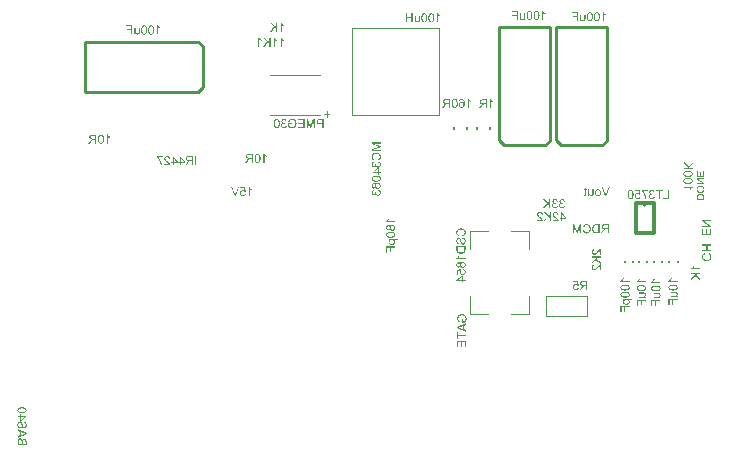
<source format=gbo>
G04*
G04 #@! TF.GenerationSoftware,Altium Limited,Altium NEXUS,1.1.6 (48)*
G04*
G04 Layer_Color=32896*
%FSLAX25Y25*%
%MOIN*%
G70*
G01*
G75*
%ADD10C,0.00787*%
%ADD11C,0.01000*%
%ADD71C,0.01181*%
%ADD72C,0.00394*%
%ADD73C,0.00400*%
G36*
X241172Y89236D02*
X238798D01*
X241172Y87648D01*
Y87240D01*
X238150D01*
Y87625D01*
X240519D01*
X238150Y89209D01*
Y89621D01*
X241172D01*
Y89236D01*
D02*
G37*
G36*
X238507Y84838D02*
X239537D01*
Y86505D01*
X239895D01*
Y84838D01*
X240814D01*
Y86619D01*
X241172D01*
Y84438D01*
X238150D01*
Y86689D01*
X238507D01*
Y84838D01*
D02*
G37*
G36*
X237580Y81694D02*
X237313D01*
Y84151D01*
X237580D01*
Y81694D01*
D02*
G37*
G36*
X241172Y81014D02*
X239930D01*
Y79450D01*
X241172D01*
Y79049D01*
X238150D01*
Y79450D01*
X239572D01*
Y81014D01*
X238150D01*
Y81415D01*
X241172D01*
Y81014D01*
D02*
G37*
G36*
X239207Y78142D02*
X239136Y78122D01*
X239073Y78102D01*
X239014Y78079D01*
X238955Y78055D01*
X238904Y78028D01*
X238857Y78004D01*
X238814Y77977D01*
X238778Y77949D01*
X238743Y77925D01*
X238716Y77902D01*
X238688Y77878D01*
X238668Y77863D01*
X238653Y77847D01*
X238641Y77835D01*
X238637Y77827D01*
X238633Y77823D01*
X238598Y77780D01*
X238570Y77733D01*
X238543Y77686D01*
X238523Y77635D01*
X238488Y77540D01*
X238464Y77450D01*
X238456Y77411D01*
X238452Y77371D01*
X238448Y77340D01*
X238444Y77308D01*
X238440Y77285D01*
Y77253D01*
X238448Y77151D01*
X238464Y77057D01*
X238484Y76970D01*
X238511Y76892D01*
X238539Y76829D01*
X238550Y76802D01*
X238558Y76782D01*
X238570Y76762D01*
X238574Y76750D01*
X238582Y76743D01*
Y76739D01*
X238641Y76656D01*
X238708Y76585D01*
X238778Y76526D01*
X238849Y76475D01*
X238912Y76436D01*
X238939Y76424D01*
X238963Y76412D01*
X238983Y76401D01*
X238999Y76393D01*
X239006Y76389D01*
X239010D01*
X239120Y76354D01*
X239238Y76326D01*
X239348Y76306D01*
X239454Y76294D01*
X239502Y76287D01*
X239545D01*
X239584Y76283D01*
X239619Y76279D01*
X239647D01*
X239667D01*
X239678D01*
X239682D01*
X239792Y76283D01*
X239898Y76294D01*
X239997Y76310D01*
X240087Y76326D01*
X240123Y76334D01*
X240158Y76342D01*
X240189Y76350D01*
X240217Y76357D01*
X240236Y76365D01*
X240252Y76369D01*
X240260Y76373D01*
X240264D01*
X240366Y76412D01*
X240453Y76464D01*
X240531Y76518D01*
X240594Y76573D01*
X240645Y76621D01*
X240681Y76660D01*
X240696Y76676D01*
X240704Y76688D01*
X240712Y76695D01*
Y76699D01*
X240743Y76746D01*
X240767Y76794D01*
X240810Y76892D01*
X240842Y76990D01*
X240861Y77081D01*
X240865Y77124D01*
X240873Y77163D01*
X240877Y77198D01*
Y77226D01*
X240881Y77249D01*
Y77285D01*
X240873Y77395D01*
X240857Y77493D01*
X240834Y77580D01*
X240806Y77654D01*
X240775Y77713D01*
X240763Y77737D01*
X240751Y77757D01*
X240743Y77772D01*
X240736Y77784D01*
X240728Y77788D01*
Y77792D01*
X240696Y77827D01*
X240665Y77863D01*
X240590Y77925D01*
X240511Y77977D01*
X240433Y78020D01*
X240362Y78055D01*
X240331Y78067D01*
X240303Y78079D01*
X240280Y78087D01*
X240264Y78094D01*
X240252Y78098D01*
X240248D01*
X240342Y78491D01*
X240417Y78468D01*
X240492Y78436D01*
X240559Y78405D01*
X240622Y78370D01*
X240677Y78334D01*
X240732Y78299D01*
X240779Y78263D01*
X240822Y78228D01*
X240861Y78193D01*
X240897Y78161D01*
X240924Y78130D01*
X240948Y78106D01*
X240967Y78087D01*
X240979Y78067D01*
X240987Y78059D01*
X240991Y78055D01*
X241030Y77996D01*
X241070Y77933D01*
X241097Y77870D01*
X241125Y77808D01*
X241148Y77741D01*
X241168Y77678D01*
X241195Y77560D01*
X241203Y77505D01*
X241211Y77454D01*
X241215Y77407D01*
X241219Y77367D01*
X241223Y77336D01*
Y77218D01*
X241215Y77147D01*
X241195Y77010D01*
X241164Y76884D01*
X241148Y76829D01*
X241132Y76774D01*
X241113Y76727D01*
X241097Y76684D01*
X241081Y76648D01*
X241066Y76617D01*
X241054Y76593D01*
X241046Y76573D01*
X241042Y76562D01*
X241038Y76558D01*
X241003Y76499D01*
X240964Y76440D01*
X240877Y76338D01*
X240791Y76247D01*
X240704Y76177D01*
X240661Y76145D01*
X240626Y76118D01*
X240590Y76094D01*
X240563Y76078D01*
X240539Y76063D01*
X240519Y76051D01*
X240508Y76047D01*
X240504Y76043D01*
X240437Y76012D01*
X240366Y75984D01*
X240229Y75941D01*
X240091Y75909D01*
X240024Y75898D01*
X239961Y75890D01*
X239902Y75882D01*
X239851Y75874D01*
X239804Y75870D01*
X239761D01*
X239729Y75866D01*
X239702D01*
X239686D01*
X239682D01*
X239525Y75874D01*
X239372Y75890D01*
X239305Y75902D01*
X239238Y75917D01*
X239175Y75929D01*
X239116Y75945D01*
X239061Y75960D01*
X239014Y75972D01*
X238975Y75988D01*
X238939Y76000D01*
X238912Y76008D01*
X238889Y76016D01*
X238877Y76023D01*
X238873D01*
X238806Y76055D01*
X238739Y76090D01*
X238680Y76126D01*
X238625Y76165D01*
X238570Y76204D01*
X238523Y76243D01*
X238480Y76279D01*
X238444Y76318D01*
X238409Y76354D01*
X238378Y76385D01*
X238354Y76416D01*
X238334Y76440D01*
X238315Y76464D01*
X238303Y76479D01*
X238299Y76487D01*
X238295Y76491D01*
X238260Y76550D01*
X238232Y76613D01*
X238205Y76680D01*
X238181Y76746D01*
X238146Y76880D01*
X238122Y77006D01*
X238114Y77065D01*
X238110Y77116D01*
X238106Y77167D01*
X238102Y77206D01*
X238099Y77242D01*
Y77289D01*
X238102Y77375D01*
X238110Y77458D01*
X238122Y77536D01*
X238138Y77611D01*
X238158Y77682D01*
X238181Y77749D01*
X238201Y77808D01*
X238228Y77867D01*
X238252Y77914D01*
X238271Y77957D01*
X238295Y77996D01*
X238315Y78028D01*
X238330Y78055D01*
X238342Y78071D01*
X238350Y78083D01*
X238354Y78087D01*
X238405Y78145D01*
X238460Y78201D01*
X238519Y78252D01*
X238582Y78295D01*
X238645Y78338D01*
X238704Y78373D01*
X238767Y78409D01*
X238826Y78436D01*
X238884Y78464D01*
X238936Y78483D01*
X238983Y78503D01*
X239022Y78519D01*
X239057Y78527D01*
X239085Y78535D01*
X239101Y78543D01*
X239105D01*
X239207Y78142D01*
D02*
G37*
G36*
X197874Y85079D02*
X197489D01*
Y87653D01*
X196617Y85079D01*
X196259D01*
X195375Y87610D01*
Y85079D01*
X194990D01*
Y88101D01*
X195528D01*
X196255Y85998D01*
X196295Y85884D01*
X196326Y85786D01*
X196354Y85704D01*
X196377Y85633D01*
X196393Y85582D01*
X196405Y85543D01*
X196413Y85519D01*
X196416Y85511D01*
X196436Y85574D01*
X196460Y85645D01*
X196483Y85719D01*
X196507Y85790D01*
X196527Y85857D01*
X196538Y85884D01*
X196546Y85912D01*
X196554Y85932D01*
X196558Y85947D01*
X196562Y85955D01*
Y85959D01*
X197277Y88101D01*
X197874D01*
Y85079D01*
D02*
G37*
G36*
X199749Y88144D02*
X199887Y88125D01*
X200012Y88093D01*
X200067Y88077D01*
X200122Y88062D01*
X200170Y88042D01*
X200213Y88026D01*
X200248Y88011D01*
X200280Y87995D01*
X200303Y87983D01*
X200323Y87975D01*
X200335Y87971D01*
X200339Y87967D01*
X200398Y87932D01*
X200457Y87893D01*
X200559Y87806D01*
X200649Y87720D01*
X200720Y87633D01*
X200751Y87590D01*
X200779Y87555D01*
X200802Y87519D01*
X200818Y87492D01*
X200834Y87468D01*
X200846Y87449D01*
X200850Y87437D01*
X200853Y87433D01*
X200885Y87366D01*
X200912Y87295D01*
X200956Y87158D01*
X200987Y87020D01*
X200999Y86953D01*
X201007Y86891D01*
X201015Y86831D01*
X201023Y86780D01*
X201026Y86733D01*
Y86690D01*
X201030Y86659D01*
Y86631D01*
Y86615D01*
Y86611D01*
X201023Y86454D01*
X201007Y86301D01*
X200995Y86234D01*
X200979Y86167D01*
X200968Y86105D01*
X200952Y86045D01*
X200936Y85991D01*
X200924Y85943D01*
X200908Y85904D01*
X200897Y85869D01*
X200889Y85841D01*
X200881Y85818D01*
X200873Y85806D01*
Y85802D01*
X200842Y85735D01*
X200806Y85668D01*
X200771Y85609D01*
X200732Y85554D01*
X200692Y85499D01*
X200653Y85452D01*
X200618Y85409D01*
X200578Y85374D01*
X200543Y85338D01*
X200512Y85307D01*
X200480Y85283D01*
X200457Y85264D01*
X200433Y85244D01*
X200417Y85232D01*
X200409Y85228D01*
X200406Y85224D01*
X200346Y85189D01*
X200284Y85161D01*
X200217Y85134D01*
X200150Y85110D01*
X200016Y85075D01*
X199891Y85051D01*
X199832Y85043D01*
X199781Y85039D01*
X199730Y85036D01*
X199690Y85032D01*
X199655Y85028D01*
X199608D01*
X199521Y85032D01*
X199439Y85039D01*
X199360Y85051D01*
X199285Y85067D01*
X199215Y85087D01*
X199148Y85110D01*
X199089Y85130D01*
X199030Y85157D01*
X198983Y85181D01*
X198940Y85201D01*
X198900Y85224D01*
X198869Y85244D01*
X198841Y85259D01*
X198826Y85271D01*
X198814Y85279D01*
X198810Y85283D01*
X198751Y85334D01*
X198696Y85389D01*
X198645Y85448D01*
X198602Y85511D01*
X198558Y85574D01*
X198523Y85633D01*
X198488Y85696D01*
X198460Y85755D01*
X198433Y85814D01*
X198413Y85865D01*
X198393Y85912D01*
X198378Y85951D01*
X198370Y85987D01*
X198362Y86014D01*
X198354Y86030D01*
Y86034D01*
X198755Y86136D01*
X198775Y86065D01*
X198794Y86002D01*
X198818Y85943D01*
X198841Y85884D01*
X198869Y85833D01*
X198892Y85786D01*
X198920Y85743D01*
X198947Y85707D01*
X198971Y85672D01*
X198995Y85645D01*
X199018Y85617D01*
X199034Y85597D01*
X199050Y85582D01*
X199061Y85570D01*
X199069Y85566D01*
X199073Y85562D01*
X199116Y85527D01*
X199164Y85499D01*
X199211Y85472D01*
X199262Y85452D01*
X199356Y85417D01*
X199447Y85393D01*
X199486Y85385D01*
X199525Y85381D01*
X199557Y85377D01*
X199588Y85374D01*
X199612Y85370D01*
X199643D01*
X199745Y85377D01*
X199840Y85393D01*
X199926Y85413D01*
X200005Y85440D01*
X200067Y85468D01*
X200095Y85480D01*
X200115Y85488D01*
X200134Y85499D01*
X200146Y85503D01*
X200154Y85511D01*
X200158D01*
X200240Y85570D01*
X200311Y85637D01*
X200370Y85707D01*
X200421Y85778D01*
X200461Y85841D01*
X200472Y85869D01*
X200484Y85892D01*
X200496Y85912D01*
X200504Y85928D01*
X200508Y85935D01*
Y85939D01*
X200543Y86049D01*
X200571Y86167D01*
X200590Y86277D01*
X200602Y86383D01*
X200610Y86431D01*
Y86474D01*
X200614Y86513D01*
X200618Y86549D01*
Y86576D01*
Y86596D01*
Y86607D01*
Y86611D01*
X200614Y86721D01*
X200602Y86828D01*
X200586Y86926D01*
X200571Y87016D01*
X200563Y87052D01*
X200555Y87087D01*
X200547Y87118D01*
X200539Y87146D01*
X200531Y87166D01*
X200527Y87181D01*
X200523Y87189D01*
Y87193D01*
X200484Y87295D01*
X200433Y87382D01*
X200378Y87460D01*
X200323Y87523D01*
X200276Y87574D01*
X200237Y87610D01*
X200221Y87625D01*
X200209Y87633D01*
X200201Y87641D01*
X200197D01*
X200150Y87673D01*
X200103Y87696D01*
X200005Y87739D01*
X199906Y87771D01*
X199816Y87790D01*
X199773Y87794D01*
X199733Y87802D01*
X199698Y87806D01*
X199671D01*
X199647Y87810D01*
X199612D01*
X199502Y87802D01*
X199403Y87787D01*
X199317Y87763D01*
X199242Y87735D01*
X199183Y87704D01*
X199160Y87692D01*
X199140Y87680D01*
X199124Y87673D01*
X199112Y87665D01*
X199109Y87657D01*
X199105D01*
X199069Y87625D01*
X199034Y87594D01*
X198971Y87519D01*
X198920Y87441D01*
X198877Y87362D01*
X198841Y87291D01*
X198829Y87260D01*
X198818Y87232D01*
X198810Y87209D01*
X198802Y87193D01*
X198798Y87181D01*
Y87177D01*
X198405Y87272D01*
X198429Y87346D01*
X198460Y87421D01*
X198492Y87488D01*
X198527Y87551D01*
X198562Y87606D01*
X198598Y87661D01*
X198633Y87708D01*
X198668Y87751D01*
X198704Y87790D01*
X198735Y87826D01*
X198767Y87853D01*
X198790Y87877D01*
X198810Y87897D01*
X198829Y87908D01*
X198837Y87916D01*
X198841Y87920D01*
X198900Y87959D01*
X198963Y87999D01*
X199026Y88026D01*
X199089Y88054D01*
X199156Y88077D01*
X199219Y88097D01*
X199337Y88125D01*
X199391Y88132D01*
X199443Y88140D01*
X199490Y88144D01*
X199529Y88148D01*
X199560Y88152D01*
X199678D01*
X199749Y88144D01*
D02*
G37*
G36*
X207008Y85079D02*
X206607D01*
Y86419D01*
X206088D01*
X206045Y86415D01*
X206006D01*
X205974Y86411D01*
X205951Y86407D01*
X205935D01*
X205927Y86403D01*
X205923D01*
X205856Y86380D01*
X205825Y86368D01*
X205797Y86352D01*
X205774Y86340D01*
X205758Y86329D01*
X205746Y86325D01*
X205742Y86321D01*
X205707Y86293D01*
X205672Y86266D01*
X205636Y86230D01*
X205605Y86195D01*
X205577Y86167D01*
X205558Y86140D01*
X205542Y86124D01*
X205538Y86116D01*
X205491Y86057D01*
X205444Y85991D01*
X205397Y85924D01*
X205349Y85857D01*
X205310Y85798D01*
X205291Y85770D01*
X205275Y85747D01*
X205263Y85731D01*
X205255Y85715D01*
X205247Y85707D01*
Y85704D01*
X204850Y85079D01*
X204347D01*
X204870Y85896D01*
X204929Y85983D01*
X204988Y86061D01*
X205043Y86132D01*
X205094Y86187D01*
X205141Y86234D01*
X205173Y86269D01*
X205196Y86289D01*
X205200Y86297D01*
X205204D01*
X205239Y86325D01*
X205275Y86352D01*
X205353Y86403D01*
X205389Y86423D01*
X205416Y86439D01*
X205436Y86446D01*
X205444Y86450D01*
X205365Y86462D01*
X205291Y86478D01*
X205224Y86497D01*
X205161Y86517D01*
X205102Y86541D01*
X205047Y86564D01*
X205000Y86588D01*
X204956Y86611D01*
X204921Y86635D01*
X204890Y86659D01*
X204862Y86678D01*
X204838Y86694D01*
X204823Y86710D01*
X204807Y86721D01*
X204803Y86725D01*
X204799Y86729D01*
X204764Y86773D01*
X204729Y86816D01*
X204701Y86863D01*
X204677Y86906D01*
X204642Y86997D01*
X204618Y87083D01*
X204603Y87158D01*
X204599Y87189D01*
X204595Y87217D01*
X204591Y87240D01*
Y87256D01*
Y87268D01*
Y87272D01*
X204595Y87362D01*
X204611Y87449D01*
X204630Y87527D01*
X204654Y87594D01*
X204677Y87649D01*
X204697Y87692D01*
X204705Y87708D01*
X204713Y87720D01*
X204717Y87724D01*
Y87728D01*
X204768Y87798D01*
X204823Y87861D01*
X204878Y87912D01*
X204933Y87952D01*
X204980Y87983D01*
X205019Y88003D01*
X205035Y88011D01*
X205047Y88014D01*
X205051Y88018D01*
X205055D01*
X205094Y88034D01*
X205141Y88046D01*
X205239Y88065D01*
X205342Y88081D01*
X205440Y88089D01*
X205487Y88093D01*
X205530Y88097D01*
X205566D01*
X205601Y88101D01*
X207008D01*
Y85079D01*
D02*
G37*
G36*
X203962D02*
X202873D01*
X202775Y85083D01*
X202681Y85087D01*
X202598Y85094D01*
X202528Y85106D01*
X202469Y85114D01*
X202445Y85118D01*
X202426Y85122D01*
X202410Y85126D01*
X202398D01*
X202394Y85130D01*
X202390D01*
X202315Y85150D01*
X202245Y85173D01*
X202182Y85201D01*
X202131Y85224D01*
X202087Y85244D01*
X202056Y85264D01*
X202036Y85275D01*
X202029Y85279D01*
X201974Y85322D01*
X201919Y85366D01*
X201871Y85413D01*
X201832Y85456D01*
X201797Y85495D01*
X201773Y85527D01*
X201753Y85546D01*
X201749Y85554D01*
X201706Y85621D01*
X201663Y85696D01*
X201628Y85770D01*
X201600Y85841D01*
X201577Y85900D01*
X201569Y85928D01*
X201561Y85951D01*
X201553Y85967D01*
X201549Y85983D01*
X201545Y85991D01*
Y85994D01*
X201518Y86097D01*
X201498Y86203D01*
X201482Y86305D01*
X201474Y86399D01*
X201470Y86442D01*
X201467Y86482D01*
Y86517D01*
X201463Y86545D01*
Y86572D01*
Y86588D01*
Y86600D01*
Y86604D01*
X201467Y86749D01*
X201482Y86887D01*
X201490Y86949D01*
X201502Y87008D01*
X201514Y87063D01*
X201522Y87115D01*
X201533Y87162D01*
X201545Y87201D01*
X201557Y87236D01*
X201565Y87268D01*
X201573Y87291D01*
X201581Y87307D01*
X201585Y87319D01*
Y87323D01*
X201632Y87437D01*
X201691Y87535D01*
X201749Y87625D01*
X201809Y87700D01*
X201836Y87731D01*
X201860Y87759D01*
X201883Y87783D01*
X201903Y87802D01*
X201919Y87818D01*
X201930Y87830D01*
X201938Y87834D01*
X201942Y87838D01*
X202013Y87893D01*
X202087Y87940D01*
X202162Y87975D01*
X202233Y88007D01*
X202292Y88026D01*
X202319Y88034D01*
X202343Y88042D01*
X202359Y88046D01*
X202374Y88050D01*
X202382Y88054D01*
X202386D01*
X202461Y88069D01*
X202547Y88081D01*
X202638Y88089D01*
X202724Y88097D01*
X202799D01*
X202834Y88101D01*
X203962D01*
Y85079D01*
D02*
G37*
G36*
X206195Y97520D02*
X205778D01*
X204599Y100542D01*
X205004D01*
X205822Y98345D01*
X205857Y98255D01*
X205889Y98164D01*
X205916Y98078D01*
X205940Y98003D01*
X205959Y97940D01*
X205967Y97917D01*
X205975Y97893D01*
X205979Y97873D01*
X205983Y97862D01*
X205987Y97854D01*
Y97850D01*
X206010Y97936D01*
X206038Y98027D01*
X206065Y98109D01*
X206089Y98184D01*
X206113Y98251D01*
X206120Y98278D01*
X206128Y98302D01*
X206136Y98317D01*
X206140Y98333D01*
X206144Y98341D01*
Y98345D01*
X206930Y100542D01*
X207366D01*
X206195Y97520D01*
D02*
G37*
G36*
X199534Y100247D02*
Y99709D01*
X199809D01*
Y99422D01*
X199534D01*
Y98160D01*
Y98101D01*
X199530Y98046D01*
Y97995D01*
X199526Y97952D01*
X199522Y97909D01*
X199518Y97873D01*
X199514Y97842D01*
X199510Y97814D01*
X199502Y97771D01*
X199498Y97744D01*
X199490Y97724D01*
Y97720D01*
X199471Y97685D01*
X199447Y97653D01*
X199420Y97622D01*
X199392Y97598D01*
X199369Y97579D01*
X199353Y97567D01*
X199337Y97559D01*
X199333Y97555D01*
X199290Y97535D01*
X199239Y97520D01*
X199188Y97508D01*
X199137Y97500D01*
X199093Y97496D01*
X199054Y97492D01*
X199023D01*
X198925Y97496D01*
X198877Y97504D01*
X198834Y97508D01*
X198795Y97516D01*
X198767Y97520D01*
X198748Y97524D01*
X198740D01*
X198791Y97850D01*
X198826Y97846D01*
X198858Y97842D01*
X198889D01*
X198913Y97838D01*
X198956D01*
X199011Y97842D01*
X199050Y97850D01*
X199066Y97854D01*
X199078Y97858D01*
X199082Y97862D01*
X199086D01*
X199113Y97885D01*
X199133Y97909D01*
X199145Y97925D01*
X199148Y97932D01*
X199152Y97956D01*
X199156Y97983D01*
X199160Y98019D01*
Y98054D01*
X199164Y98086D01*
Y98113D01*
Y98133D01*
Y98141D01*
Y99422D01*
X198791D01*
Y99709D01*
X199164D01*
Y100471D01*
X199534Y100247D01*
D02*
G37*
G36*
X201951Y98353D02*
Y98270D01*
X201947Y98200D01*
X201943Y98141D01*
X201939Y98093D01*
Y98054D01*
X201935Y98027D01*
X201931Y98011D01*
Y98007D01*
X201915Y97948D01*
X201900Y97893D01*
X201880Y97846D01*
X201860Y97807D01*
X201845Y97771D01*
X201829Y97748D01*
X201821Y97732D01*
X201817Y97728D01*
X201782Y97689D01*
X201742Y97653D01*
X201699Y97622D01*
X201660Y97594D01*
X201624Y97575D01*
X201593Y97555D01*
X201573Y97547D01*
X201566Y97543D01*
X201503Y97520D01*
X201436Y97504D01*
X201377Y97488D01*
X201322Y97480D01*
X201275Y97477D01*
X201235Y97473D01*
X201204D01*
X201125Y97477D01*
X201047Y97488D01*
X200976Y97508D01*
X200909Y97531D01*
X200850Y97559D01*
X200791Y97590D01*
X200740Y97622D01*
X200693Y97657D01*
X200650Y97693D01*
X200614Y97724D01*
X200583Y97755D01*
X200555Y97783D01*
X200536Y97807D01*
X200520Y97826D01*
X200512Y97838D01*
X200508Y97842D01*
Y97520D01*
X200178D01*
Y99709D01*
X200548D01*
Y98534D01*
X200552Y98435D01*
X200555Y98349D01*
X200567Y98274D01*
X200579Y98215D01*
X200591Y98168D01*
X200599Y98133D01*
X200606Y98113D01*
X200610Y98105D01*
X200638Y98054D01*
X200669Y98007D01*
X200701Y97968D01*
X200736Y97936D01*
X200768Y97909D01*
X200795Y97889D01*
X200811Y97877D01*
X200819Y97873D01*
X200874Y97846D01*
X200929Y97826D01*
X200984Y97811D01*
X201031Y97803D01*
X201070Y97795D01*
X201106Y97791D01*
X201133D01*
X201192Y97795D01*
X201247Y97803D01*
X201294Y97818D01*
X201334Y97834D01*
X201369Y97846D01*
X201393Y97862D01*
X201408Y97869D01*
X201412Y97873D01*
X201451Y97909D01*
X201483Y97944D01*
X201510Y97983D01*
X201530Y98019D01*
X201546Y98050D01*
X201554Y98078D01*
X201561Y98093D01*
Y98101D01*
X201566Y98121D01*
X201569Y98149D01*
X201573Y98207D01*
X201577Y98270D01*
Y98337D01*
X201581Y98396D01*
Y98424D01*
Y98447D01*
Y98467D01*
Y98483D01*
Y98490D01*
Y98494D01*
Y99709D01*
X201951D01*
Y98353D01*
D02*
G37*
G36*
X203479Y99752D02*
X203550Y99744D01*
X203617Y99732D01*
X203684Y99717D01*
X203743Y99701D01*
X203802Y99677D01*
X203853Y99658D01*
X203900Y99634D01*
X203943Y99611D01*
X203982Y99591D01*
X204014Y99567D01*
X204041Y99551D01*
X204065Y99536D01*
X204081Y99524D01*
X204088Y99516D01*
X204092Y99512D01*
X204151Y99453D01*
X204203Y99390D01*
X204246Y99320D01*
X204285Y99249D01*
X204316Y99174D01*
X204344Y99099D01*
X204367Y99025D01*
X204383Y98950D01*
X204399Y98883D01*
X204407Y98821D01*
X204415Y98762D01*
X204423Y98711D01*
Y98671D01*
X204427Y98640D01*
Y98620D01*
Y98612D01*
X204423Y98510D01*
X204415Y98416D01*
X204399Y98329D01*
X204383Y98247D01*
X204360Y98168D01*
X204336Y98101D01*
X204312Y98039D01*
X204285Y97979D01*
X204257Y97928D01*
X204234Y97885D01*
X204210Y97850D01*
X204187Y97818D01*
X204171Y97795D01*
X204155Y97779D01*
X204148Y97767D01*
X204144Y97763D01*
X204088Y97712D01*
X204030Y97669D01*
X203971Y97630D01*
X203908Y97594D01*
X203845Y97567D01*
X203786Y97543D01*
X203727Y97524D01*
X203668Y97508D01*
X203613Y97496D01*
X203562Y97488D01*
X203519Y97480D01*
X203479Y97477D01*
X203448D01*
X203424Y97473D01*
X203405D01*
X203299Y97477D01*
X203200Y97492D01*
X203110Y97516D01*
X203035Y97539D01*
X202969Y97563D01*
X202941Y97575D01*
X202921Y97587D01*
X202902Y97594D01*
X202890Y97602D01*
X202882Y97606D01*
X202878D01*
X202792Y97661D01*
X202717Y97720D01*
X202654Y97783D01*
X202603Y97842D01*
X202560Y97897D01*
X202532Y97940D01*
X202520Y97956D01*
X202513Y97968D01*
X202509Y97976D01*
Y97979D01*
X202485Y98027D01*
X202465Y98078D01*
X202434Y98188D01*
X202410Y98298D01*
X202395Y98404D01*
X202391Y98451D01*
X202387Y98498D01*
X202383Y98538D01*
X202379Y98573D01*
Y98604D01*
Y98624D01*
Y98640D01*
Y98644D01*
X202383Y98738D01*
X202391Y98828D01*
X202407Y98911D01*
X202422Y98989D01*
X202446Y99064D01*
X202469Y99131D01*
X202497Y99190D01*
X202520Y99245D01*
X202548Y99292D01*
X202575Y99335D01*
X202599Y99375D01*
X202623Y99402D01*
X202638Y99426D01*
X202654Y99445D01*
X202662Y99453D01*
X202666Y99457D01*
X202721Y99508D01*
X202780Y99555D01*
X202839Y99595D01*
X202902Y99630D01*
X202964Y99658D01*
X203027Y99681D01*
X203086Y99705D01*
X203141Y99721D01*
X203196Y99732D01*
X203247Y99740D01*
X203291Y99748D01*
X203330Y99752D01*
X203362Y99756D01*
X203405D01*
X203479Y99752D01*
D02*
G37*
G36*
X11572Y27107D02*
X11643Y27103D01*
X11709Y27100D01*
X11776Y27096D01*
X11831Y27088D01*
X11886Y27084D01*
X11933Y27076D01*
X11977Y27068D01*
X12016Y27064D01*
X12047Y27056D01*
X12075Y27052D01*
X12094Y27049D01*
X12110Y27044D01*
X12118Y27041D01*
X12122D01*
X12216Y27013D01*
X12307Y26986D01*
X12381Y26954D01*
X12448Y26923D01*
X12503Y26895D01*
X12543Y26875D01*
X12554Y26868D01*
X12566Y26860D01*
X12570Y26856D01*
X12574D01*
X12641Y26809D01*
X12696Y26758D01*
X12743Y26707D01*
X12786Y26659D01*
X12818Y26616D01*
X12837Y26585D01*
X12853Y26561D01*
X12857Y26557D01*
Y26553D01*
X12888Y26482D01*
X12912Y26408D01*
X12932Y26337D01*
X12943Y26270D01*
X12951Y26211D01*
Y26188D01*
X12955Y26164D01*
Y26066D01*
X12947Y26007D01*
X12928Y25901D01*
X12900Y25807D01*
X12869Y25728D01*
X12849Y25693D01*
X12833Y25665D01*
X12818Y25638D01*
X12806Y25618D01*
X12794Y25602D01*
X12786Y25590D01*
X12782Y25583D01*
X12778Y25579D01*
X12708Y25504D01*
X12625Y25437D01*
X12539Y25382D01*
X12460Y25335D01*
X12385Y25300D01*
X12354Y25284D01*
X12326Y25272D01*
X12303Y25264D01*
X12287Y25256D01*
X12275Y25253D01*
X12271D01*
X12208Y25233D01*
X12142Y25217D01*
X12000Y25190D01*
X11855Y25170D01*
X11717Y25158D01*
X11654Y25150D01*
X11595D01*
X11544Y25146D01*
X11501Y25142D01*
X11462D01*
X11434D01*
X11419D01*
X11411D01*
X11258Y25146D01*
X11112Y25154D01*
X10982Y25170D01*
X10860Y25190D01*
X10747Y25209D01*
X10648Y25237D01*
X10558Y25264D01*
X10475Y25292D01*
X10405Y25319D01*
X10346Y25343D01*
X10295Y25370D01*
X10251Y25390D01*
X10220Y25410D01*
X10200Y25425D01*
X10185Y25433D01*
X10181Y25437D01*
X10126Y25488D01*
X10079Y25539D01*
X10035Y25594D01*
X10000Y25649D01*
X9972Y25708D01*
X9945Y25767D01*
X9925Y25822D01*
X9910Y25877D01*
X9898Y25928D01*
X9886Y25976D01*
X9878Y26015D01*
X9874Y26054D01*
Y26082D01*
X9870Y26105D01*
Y26125D01*
X9874Y26184D01*
X9878Y26243D01*
X9898Y26349D01*
X9925Y26443D01*
X9961Y26522D01*
X9976Y26557D01*
X9992Y26585D01*
X10008Y26612D01*
X10019Y26632D01*
X10031Y26648D01*
X10039Y26663D01*
X10047Y26667D01*
Y26671D01*
X10118Y26750D01*
X10200Y26817D01*
X10283Y26872D01*
X10365Y26919D01*
X10436Y26954D01*
X10468Y26970D01*
X10495Y26982D01*
X10519Y26989D01*
X10534Y26997D01*
X10546Y27001D01*
X10550D01*
X10613Y27021D01*
X10680Y27037D01*
X10821Y27064D01*
X10967Y27084D01*
X11104Y27100D01*
X11167Y27103D01*
X11226Y27107D01*
X11277D01*
X11320Y27111D01*
X11360D01*
X11387D01*
X11403D01*
X11411D01*
X11493D01*
X11572Y27107D01*
D02*
G37*
G36*
X10986Y24352D02*
X12943D01*
Y24050D01*
X10986Y22670D01*
X10644D01*
Y23983D01*
X9921D01*
Y24352D01*
X10644D01*
Y24761D01*
X10986D01*
Y24352D01*
D02*
G37*
G36*
X10860Y22395D02*
X10939Y22380D01*
X11014Y22360D01*
X11077Y22336D01*
X11128Y22309D01*
X11167Y22289D01*
X11179Y22281D01*
X11191Y22274D01*
X11195Y22270D01*
X11198D01*
X11265Y22219D01*
X11328Y22156D01*
X11379Y22093D01*
X11426Y22030D01*
X11462Y21971D01*
X11485Y21924D01*
X11497Y21904D01*
X11505Y21892D01*
X11509Y21884D01*
Y21881D01*
X11525Y21845D01*
X11540Y21802D01*
X11556Y21751D01*
X11576Y21700D01*
X11607Y21590D01*
X11635Y21480D01*
X11650Y21425D01*
X11662Y21377D01*
X11674Y21330D01*
X11682Y21291D01*
X11690Y21260D01*
X11698Y21232D01*
X11702Y21216D01*
Y21212D01*
X11721Y21126D01*
X11741Y21047D01*
X11761Y20977D01*
X11780Y20914D01*
X11800Y20859D01*
X11816Y20812D01*
X11835Y20768D01*
X11851Y20729D01*
X11863Y20701D01*
X11874Y20674D01*
X11886Y20654D01*
X11898Y20639D01*
X11902Y20627D01*
X11910Y20619D01*
X11914Y20611D01*
X11957Y20572D01*
X12000Y20544D01*
X12043Y20525D01*
X12087Y20513D01*
X12126Y20505D01*
X12154Y20497D01*
X12173D01*
X12181D01*
X12248Y20505D01*
X12311Y20525D01*
X12366Y20548D01*
X12413Y20580D01*
X12452Y20611D01*
X12480Y20635D01*
X12495Y20654D01*
X12503Y20662D01*
X12527Y20694D01*
X12547Y20733D01*
X12582Y20816D01*
X12606Y20902D01*
X12621Y20988D01*
X12629Y21067D01*
X12633Y21098D01*
X12637Y21130D01*
Y21252D01*
X12629Y21311D01*
X12625Y21366D01*
X12613Y21417D01*
X12601Y21464D01*
X12590Y21507D01*
X12578Y21546D01*
X12566Y21582D01*
X12550Y21609D01*
X12539Y21637D01*
X12527Y21660D01*
X12515Y21680D01*
X12503Y21692D01*
X12499Y21704D01*
X12491Y21711D01*
X12432Y21774D01*
X12362Y21822D01*
X12291Y21857D01*
X12224Y21884D01*
X12161Y21904D01*
X12134Y21912D01*
X12110Y21916D01*
X12091Y21920D01*
X12075Y21924D01*
X12067D01*
X12063D01*
X12091Y22309D01*
X12185Y22301D01*
X12275Y22281D01*
X12354Y22258D01*
X12425Y22230D01*
X12484Y22203D01*
X12507Y22191D01*
X12527Y22183D01*
X12543Y22171D01*
X12554Y22167D01*
X12558Y22160D01*
X12562D01*
X12637Y22105D01*
X12704Y22038D01*
X12759Y21975D01*
X12802Y21908D01*
X12837Y21853D01*
X12865Y21806D01*
X12873Y21786D01*
X12880Y21774D01*
X12885Y21767D01*
Y21763D01*
X12920Y21664D01*
X12947Y21562D01*
X12967Y21464D01*
X12983Y21374D01*
X12987Y21330D01*
X12991Y21291D01*
Y21260D01*
X12994Y21228D01*
Y21173D01*
X12991Y21063D01*
X12979Y20957D01*
X12959Y20863D01*
X12943Y20780D01*
X12932Y20745D01*
X12924Y20713D01*
X12912Y20686D01*
X12904Y20662D01*
X12900Y20643D01*
X12892Y20631D01*
X12888Y20623D01*
Y20619D01*
X12845Y20533D01*
X12798Y20454D01*
X12747Y20391D01*
X12700Y20336D01*
X12656Y20297D01*
X12617Y20265D01*
X12594Y20250D01*
X12590Y20242D01*
X12586D01*
X12511Y20199D01*
X12437Y20167D01*
X12366Y20143D01*
X12299Y20128D01*
X12240Y20120D01*
X12197Y20116D01*
X12181Y20112D01*
X12169D01*
X12161D01*
X12157D01*
X12083Y20116D01*
X12012Y20128D01*
X11945Y20143D01*
X11890Y20163D01*
X11843Y20183D01*
X11812Y20199D01*
X11788Y20210D01*
X11784Y20214D01*
X11780D01*
X11721Y20257D01*
X11666Y20309D01*
X11619Y20364D01*
X11580Y20415D01*
X11544Y20462D01*
X11521Y20501D01*
X11513Y20517D01*
X11505Y20529D01*
X11501Y20533D01*
Y20537D01*
X11485Y20572D01*
X11466Y20611D01*
X11434Y20698D01*
X11399Y20796D01*
X11371Y20890D01*
X11344Y20980D01*
X11336Y21016D01*
X11324Y21051D01*
X11320Y21079D01*
X11312Y21098D01*
X11309Y21114D01*
Y21118D01*
X11289Y21193D01*
X11273Y21260D01*
X11258Y21323D01*
X11246Y21377D01*
X11230Y21429D01*
X11218Y21472D01*
X11210Y21511D01*
X11198Y21542D01*
X11191Y21574D01*
X11183Y21598D01*
X11179Y21617D01*
X11171Y21633D01*
X11167Y21649D01*
X11163Y21656D01*
X11136Y21723D01*
X11104Y21778D01*
X11077Y21825D01*
X11049Y21865D01*
X11026Y21892D01*
X11006Y21912D01*
X10990Y21924D01*
X10986Y21928D01*
X10947Y21955D01*
X10904Y21979D01*
X10860Y21994D01*
X10821Y22002D01*
X10790Y22010D01*
X10762Y22014D01*
X10747D01*
X10739D01*
X10688Y22010D01*
X10640Y22002D01*
X10597Y21987D01*
X10558Y21971D01*
X10526Y21955D01*
X10499Y21939D01*
X10483Y21932D01*
X10479Y21928D01*
X10436Y21892D01*
X10401Y21849D01*
X10369Y21806D01*
X10342Y21763D01*
X10322Y21723D01*
X10306Y21692D01*
X10299Y21672D01*
X10295Y21668D01*
Y21664D01*
X10271Y21598D01*
X10255Y21531D01*
X10244Y21460D01*
X10236Y21401D01*
X10232Y21346D01*
X10228Y21303D01*
Y21263D01*
X10232Y21169D01*
X10240Y21083D01*
X10255Y21004D01*
X10271Y20937D01*
X10287Y20878D01*
X10295Y20855D01*
X10302Y20835D01*
X10306Y20819D01*
X10310Y20808D01*
X10314Y20804D01*
Y20800D01*
X10350Y20729D01*
X10389Y20666D01*
X10428Y20615D01*
X10468Y20572D01*
X10499Y20540D01*
X10526Y20517D01*
X10542Y20501D01*
X10550Y20497D01*
X10609Y20466D01*
X10672Y20438D01*
X10735Y20415D01*
X10794Y20399D01*
X10849Y20387D01*
X10888Y20379D01*
X10904D01*
X10916Y20375D01*
X10923D01*
X10927D01*
X10896Y19998D01*
X10786Y20006D01*
X10680Y20026D01*
X10589Y20053D01*
X10507Y20085D01*
X10471Y20100D01*
X10440Y20112D01*
X10416Y20128D01*
X10393Y20140D01*
X10373Y20147D01*
X10361Y20155D01*
X10354Y20163D01*
X10350D01*
X10267Y20226D01*
X10192Y20297D01*
X10130Y20368D01*
X10079Y20438D01*
X10039Y20501D01*
X10023Y20529D01*
X10012Y20548D01*
X10000Y20568D01*
X9992Y20584D01*
X9988Y20592D01*
Y20595D01*
X9949Y20705D01*
X9921Y20819D01*
X9898Y20937D01*
X9886Y21043D01*
X9882Y21094D01*
X9878Y21138D01*
X9874Y21181D01*
Y21216D01*
X9870Y21244D01*
Y21283D01*
X9874Y21401D01*
X9890Y21511D01*
X9910Y21609D01*
X9929Y21692D01*
X9941Y21731D01*
X9953Y21763D01*
X9961Y21790D01*
X9968Y21818D01*
X9976Y21833D01*
X9984Y21849D01*
X9988Y21857D01*
Y21861D01*
X10035Y21951D01*
X10090Y22034D01*
X10145Y22101D01*
X10196Y22156D01*
X10244Y22199D01*
X10283Y22234D01*
X10299Y22242D01*
X10310Y22250D01*
X10314Y22258D01*
X10318D01*
X10397Y22305D01*
X10479Y22340D01*
X10554Y22364D01*
X10625Y22384D01*
X10684Y22391D01*
X10707Y22395D01*
X10731D01*
X10747Y22399D01*
X10758D01*
X10766D01*
X10770D01*
X10860Y22395D01*
D02*
G37*
G36*
X12943Y18575D02*
Y18139D01*
X9921Y16988D01*
Y17408D01*
X10837Y17738D01*
Y19004D01*
X9921Y19354D01*
Y19805D01*
X12943Y18575D01*
D02*
G37*
G36*
X10888Y16760D02*
X10975Y16744D01*
X11053Y16720D01*
X11120Y16693D01*
X11175Y16665D01*
X11214Y16642D01*
X11230Y16634D01*
X11242Y16626D01*
X11246Y16618D01*
X11250D01*
X11316Y16559D01*
X11375Y16492D01*
X11423Y16422D01*
X11462Y16355D01*
X11493Y16292D01*
X11505Y16264D01*
X11513Y16245D01*
X11521Y16225D01*
X11525Y16209D01*
X11529Y16202D01*
Y16198D01*
X11568Y16272D01*
X11615Y16335D01*
X11658Y16390D01*
X11702Y16438D01*
X11741Y16473D01*
X11772Y16496D01*
X11792Y16512D01*
X11800Y16516D01*
X11867Y16551D01*
X11930Y16579D01*
X11992Y16595D01*
X12051Y16610D01*
X12099Y16618D01*
X12138Y16622D01*
X12150D01*
X12161D01*
X12165D01*
X12169D01*
X12248Y16618D01*
X12319Y16602D01*
X12385Y16583D01*
X12444Y16563D01*
X12495Y16540D01*
X12535Y16520D01*
X12558Y16504D01*
X12562Y16500D01*
X12566D01*
X12633Y16453D01*
X12692Y16398D01*
X12739Y16347D01*
X12778Y16292D01*
X12810Y16245D01*
X12833Y16209D01*
X12841Y16194D01*
X12845Y16182D01*
X12849Y16178D01*
Y16174D01*
X12880Y16092D01*
X12904Y16001D01*
X12920Y15907D01*
X12932Y15821D01*
X12939Y15742D01*
Y15707D01*
X12943Y15679D01*
Y14488D01*
X9921D01*
Y15636D01*
X9925Y15742D01*
X9929Y15836D01*
X9937Y15919D01*
X9945Y15989D01*
X9953Y16045D01*
X9957Y16068D01*
X9961Y16088D01*
X9965Y16103D01*
X9968Y16115D01*
Y16123D01*
X9988Y16194D01*
X10012Y16261D01*
X10039Y16316D01*
X10063Y16363D01*
X10082Y16402D01*
X10102Y16430D01*
X10114Y16449D01*
X10118Y16453D01*
X10161Y16500D01*
X10204Y16544D01*
X10251Y16583D01*
X10299Y16614D01*
X10338Y16642D01*
X10369Y16661D01*
X10393Y16673D01*
X10401Y16677D01*
X10471Y16709D01*
X10538Y16728D01*
X10605Y16744D01*
X10664Y16756D01*
X10719Y16764D01*
X10758Y16768D01*
X10774D01*
X10786D01*
X10790D01*
X10794D01*
X10888Y16760D01*
D02*
G37*
G36*
X87281Y100400D02*
X87332Y100329D01*
X87387Y100259D01*
X87438Y100200D01*
X87489Y100145D01*
X87529Y100106D01*
X87544Y100090D01*
X87556Y100078D01*
X87564Y100074D01*
X87568Y100070D01*
X87658Y99995D01*
X87749Y99929D01*
X87843Y99866D01*
X87925Y99815D01*
X88000Y99775D01*
X88032Y99756D01*
X88059Y99744D01*
X88079Y99732D01*
X88095Y99724D01*
X88106Y99716D01*
X88110D01*
Y99355D01*
X88043Y99382D01*
X87977Y99414D01*
X87910Y99445D01*
X87851Y99477D01*
X87800Y99504D01*
X87757Y99528D01*
X87741Y99536D01*
X87729Y99543D01*
X87725Y99547D01*
X87721D01*
X87643Y99595D01*
X87576Y99642D01*
X87513Y99685D01*
X87462Y99724D01*
X87423Y99756D01*
X87391Y99783D01*
X87375Y99799D01*
X87367Y99803D01*
Y97441D01*
X86998D01*
Y100475D01*
X87238D01*
X87281Y100400D01*
D02*
G37*
G36*
X85980Y98871D02*
X85630Y98820D01*
X85599Y98867D01*
X85564Y98907D01*
X85524Y98946D01*
X85489Y98974D01*
X85457Y99001D01*
X85434Y99017D01*
X85418Y99029D01*
X85410Y99033D01*
X85355Y99060D01*
X85296Y99084D01*
X85241Y99099D01*
X85194Y99107D01*
X85147Y99115D01*
X85116Y99119D01*
X85029D01*
X84982Y99111D01*
X84888Y99092D01*
X84809Y99060D01*
X84742Y99029D01*
X84687Y98993D01*
X84648Y98962D01*
X84636Y98950D01*
X84624Y98942D01*
X84617Y98938D01*
Y98934D01*
X84585Y98899D01*
X84557Y98860D01*
X84514Y98777D01*
X84483Y98695D01*
X84463Y98612D01*
X84447Y98541D01*
X84444Y98510D01*
Y98482D01*
X84440Y98463D01*
Y98447D01*
Y98435D01*
Y98431D01*
Y98368D01*
X84447Y98313D01*
X84467Y98207D01*
X84499Y98117D01*
X84530Y98038D01*
X84550Y98007D01*
X84565Y97979D01*
X84581Y97952D01*
X84597Y97932D01*
X84609Y97917D01*
X84617Y97905D01*
X84620Y97901D01*
X84624Y97897D01*
X84660Y97861D01*
X84695Y97830D01*
X84734Y97803D01*
X84774Y97783D01*
X84848Y97744D01*
X84923Y97720D01*
X84986Y97708D01*
X85013Y97704D01*
X85033Y97700D01*
X85053Y97696D01*
X85080D01*
X85163Y97704D01*
X85233Y97720D01*
X85300Y97740D01*
X85355Y97767D01*
X85399Y97791D01*
X85434Y97814D01*
X85454Y97830D01*
X85461Y97834D01*
X85513Y97893D01*
X85556Y97960D01*
X85591Y98030D01*
X85619Y98101D01*
X85634Y98160D01*
X85642Y98188D01*
X85650Y98211D01*
X85654Y98231D01*
Y98247D01*
X85658Y98254D01*
Y98258D01*
X86047Y98231D01*
X86039Y98160D01*
X86023Y98093D01*
X86008Y98034D01*
X85984Y97975D01*
X85965Y97920D01*
X85937Y97869D01*
X85913Y97822D01*
X85886Y97783D01*
X85862Y97744D01*
X85835Y97712D01*
X85815Y97685D01*
X85791Y97661D01*
X85776Y97641D01*
X85764Y97630D01*
X85756Y97622D01*
X85752Y97618D01*
X85701Y97579D01*
X85650Y97543D01*
X85595Y97512D01*
X85536Y97488D01*
X85481Y97465D01*
X85426Y97445D01*
X85320Y97417D01*
X85269Y97409D01*
X85226Y97402D01*
X85182Y97398D01*
X85147Y97394D01*
X85119Y97390D01*
X85080D01*
X84990Y97394D01*
X84903Y97406D01*
X84821Y97425D01*
X84742Y97449D01*
X84671Y97476D01*
X84609Y97504D01*
X84550Y97539D01*
X84495Y97575D01*
X84447Y97606D01*
X84404Y97641D01*
X84369Y97669D01*
X84341Y97700D01*
X84318Y97720D01*
X84298Y97740D01*
X84290Y97751D01*
X84286Y97755D01*
X84243Y97814D01*
X84208Y97873D01*
X84176Y97932D01*
X84149Y97991D01*
X84125Y98050D01*
X84106Y98109D01*
X84078Y98223D01*
X84066Y98270D01*
X84058Y98317D01*
X84054Y98361D01*
X84051Y98396D01*
X84047Y98423D01*
Y98443D01*
Y98459D01*
Y98463D01*
X84051Y98541D01*
X84058Y98616D01*
X84070Y98687D01*
X84090Y98757D01*
X84109Y98820D01*
X84133Y98875D01*
X84157Y98930D01*
X84184Y98978D01*
X84208Y99021D01*
X84235Y99060D01*
X84259Y99092D01*
X84279Y99119D01*
X84298Y99143D01*
X84310Y99158D01*
X84318Y99166D01*
X84322Y99170D01*
X84373Y99217D01*
X84428Y99260D01*
X84483Y99296D01*
X84538Y99331D01*
X84597Y99355D01*
X84652Y99378D01*
X84703Y99398D01*
X84754Y99410D01*
X84805Y99422D01*
X84848Y99430D01*
X84888Y99437D01*
X84919Y99441D01*
X84947Y99445D01*
X84986D01*
X85041Y99441D01*
X85096Y99437D01*
X85202Y99414D01*
X85296Y99386D01*
X85383Y99351D01*
X85422Y99331D01*
X85454Y99316D01*
X85485Y99296D01*
X85509Y99284D01*
X85528Y99272D01*
X85544Y99260D01*
X85552Y99257D01*
X85556Y99253D01*
X85395Y100070D01*
X84188D01*
Y100424D01*
X85689D01*
X85980Y98871D01*
D02*
G37*
G36*
X82691Y97441D02*
X82274D01*
X81095Y100463D01*
X81500D01*
X82317Y98266D01*
X82353Y98176D01*
X82384Y98085D01*
X82412Y97999D01*
X82435Y97924D01*
X82455Y97861D01*
X82463Y97838D01*
X82471Y97814D01*
X82475Y97795D01*
X82478Y97783D01*
X82482Y97775D01*
Y97771D01*
X82506Y97857D01*
X82534Y97948D01*
X82561Y98030D01*
X82585Y98105D01*
X82608Y98172D01*
X82616Y98199D01*
X82624Y98223D01*
X82632Y98239D01*
X82636Y98254D01*
X82640Y98262D01*
Y98266D01*
X83426Y100463D01*
X83862D01*
X82691Y97441D01*
D02*
G37*
G36*
X158156Y58146D02*
X158235Y58142D01*
X158388Y58122D01*
X158459Y58106D01*
X158522Y58091D01*
X158584Y58075D01*
X158643Y58055D01*
X158695Y58040D01*
X158742Y58024D01*
X158781Y58008D01*
X158816Y57992D01*
X158844Y57981D01*
X158863Y57973D01*
X158875Y57965D01*
X158879D01*
X158946Y57929D01*
X159005Y57890D01*
X159064Y57847D01*
X159115Y57800D01*
X159166Y57757D01*
X159209Y57709D01*
X159253Y57666D01*
X159288Y57623D01*
X159319Y57580D01*
X159351Y57544D01*
X159374Y57509D01*
X159394Y57478D01*
X159410Y57454D01*
X159422Y57434D01*
X159425Y57423D01*
X159429Y57419D01*
X159461Y57348D01*
X159492Y57277D01*
X159539Y57140D01*
X159571Y57002D01*
X159583Y56939D01*
X159594Y56876D01*
X159602Y56821D01*
X159606Y56770D01*
X159614Y56723D01*
Y56684D01*
X159618Y56652D01*
Y56609D01*
X159614Y56487D01*
X159598Y56369D01*
X159579Y56259D01*
X159559Y56161D01*
X159547Y56122D01*
X159536Y56082D01*
X159528Y56047D01*
X159520Y56020D01*
X159512Y55996D01*
X159504Y55980D01*
X159500Y55968D01*
Y55964D01*
X159453Y55847D01*
X159394Y55737D01*
X159339Y55634D01*
X159280Y55540D01*
X159253Y55501D01*
X159229Y55465D01*
X159209Y55434D01*
X159190Y55406D01*
X159174Y55383D01*
X159162Y55367D01*
X159154Y55359D01*
X159150Y55355D01*
X158026D01*
Y56637D01*
X158384D01*
Y55748D01*
X158950D01*
X158993Y55803D01*
X159032Y55862D01*
X159068Y55925D01*
X159099Y55984D01*
X159127Y56039D01*
X159146Y56086D01*
X159150Y56102D01*
X159158Y56114D01*
X159162Y56122D01*
Y56126D01*
X159194Y56220D01*
X159217Y56310D01*
X159237Y56393D01*
X159249Y56472D01*
X159256Y56538D01*
Y56566D01*
X159260Y56589D01*
Y56633D01*
X159256Y56743D01*
X159241Y56849D01*
X159221Y56943D01*
X159194Y57026D01*
X159182Y57065D01*
X159170Y57096D01*
X159162Y57128D01*
X159150Y57151D01*
X159142Y57171D01*
X159135Y57187D01*
X159131Y57195D01*
Y57199D01*
X159076Y57293D01*
X159013Y57371D01*
X158942Y57442D01*
X158879Y57497D01*
X158820Y57541D01*
X158793Y57560D01*
X158769Y57572D01*
X158753Y57584D01*
X158738Y57591D01*
X158730Y57599D01*
X158726D01*
X158620Y57647D01*
X158506Y57678D01*
X158392Y57702D01*
X158286Y57721D01*
X158239Y57725D01*
X158191Y57729D01*
X158152Y57733D01*
X158117D01*
X158089Y57737D01*
X158070D01*
X158054D01*
X158050D01*
X157928Y57733D01*
X157814Y57717D01*
X157712Y57702D01*
X157622Y57678D01*
X157582Y57670D01*
X157547Y57658D01*
X157516Y57651D01*
X157488Y57639D01*
X157468Y57635D01*
X157453Y57627D01*
X157445Y57623D01*
X157441D01*
X157382Y57595D01*
X157323Y57564D01*
X157272Y57533D01*
X157229Y57505D01*
X157193Y57478D01*
X157166Y57454D01*
X157150Y57438D01*
X157142Y57434D01*
X157095Y57387D01*
X157048Y57332D01*
X157012Y57277D01*
X156981Y57226D01*
X156954Y57183D01*
X156938Y57143D01*
X156926Y57120D01*
X156922Y57116D01*
Y57112D01*
X156895Y57033D01*
X156871Y56955D01*
X156855Y56872D01*
X156847Y56798D01*
X156840Y56735D01*
Y56707D01*
X156836Y56684D01*
Y56637D01*
X156840Y56554D01*
X156847Y56475D01*
X156863Y56405D01*
X156875Y56346D01*
X156891Y56295D01*
X156906Y56255D01*
X156914Y56232D01*
X156918Y56228D01*
Y56224D01*
X156949Y56157D01*
X156985Y56098D01*
X157020Y56047D01*
X157052Y56008D01*
X157083Y55976D01*
X157107Y55953D01*
X157123Y55937D01*
X157130Y55933D01*
X157181Y55898D01*
X157240Y55862D01*
X157303Y55835D01*
X157358Y55811D01*
X157413Y55792D01*
X157453Y55776D01*
X157468Y55772D01*
X157480Y55768D01*
X157488Y55764D01*
X157492D01*
X157394Y55402D01*
X157284Y55434D01*
X157185Y55473D01*
X157103Y55509D01*
X157032Y55548D01*
X156973Y55583D01*
X156949Y55595D01*
X156934Y55611D01*
X156918Y55619D01*
X156906Y55626D01*
X156902Y55634D01*
X156898D01*
X156832Y55693D01*
X156773Y55760D01*
X156722Y55831D01*
X156678Y55898D01*
X156647Y55957D01*
X156635Y55980D01*
X156623Y56004D01*
X156615Y56024D01*
X156608Y56035D01*
X156604Y56043D01*
Y56047D01*
X156568Y56149D01*
X156541Y56251D01*
X156521Y56350D01*
X156506Y56444D01*
X156501Y56483D01*
X156498Y56523D01*
Y56554D01*
X156494Y56586D01*
Y56640D01*
X156498Y56723D01*
X156501Y56802D01*
X156521Y56955D01*
X156537Y57026D01*
X156553Y57089D01*
X156568Y57151D01*
X156588Y57206D01*
X156604Y57257D01*
X156623Y57305D01*
X156639Y57344D01*
X156651Y57375D01*
X156667Y57403D01*
X156675Y57423D01*
X156678Y57434D01*
X156682Y57438D01*
X156718Y57501D01*
X156761Y57560D01*
X156847Y57666D01*
X156895Y57713D01*
X156942Y57757D01*
X156989Y57796D01*
X157036Y57831D01*
X157079Y57863D01*
X157118Y57890D01*
X157154Y57914D01*
X157185Y57933D01*
X157213Y57949D01*
X157232Y57961D01*
X157244Y57965D01*
X157248Y57969D01*
X157319Y58000D01*
X157394Y58028D01*
X157539Y58075D01*
X157677Y58106D01*
X157743Y58118D01*
X157802Y58126D01*
X157861Y58134D01*
X157912Y58142D01*
X157960Y58146D01*
X157999D01*
X158030Y58150D01*
X158054D01*
X158070D01*
X158073D01*
X158156Y58146D01*
D02*
G37*
G36*
X159567Y54676D02*
X158651Y54345D01*
Y53080D01*
X159567Y52730D01*
Y52278D01*
X156545Y53508D01*
Y53944D01*
X159567Y55096D01*
Y54676D01*
D02*
G37*
G36*
X156902Y51186D02*
X159567D01*
Y50785D01*
X156902D01*
Y49790D01*
X156545D01*
Y52180D01*
X156902D01*
Y51186D01*
D02*
G37*
G36*
X159567Y47114D02*
X159209D01*
Y48965D01*
X158180D01*
Y47299D01*
X157822D01*
Y48965D01*
X156902D01*
Y47185D01*
X156545D01*
Y49366D01*
X159567D01*
Y47114D01*
D02*
G37*
G36*
X236637Y104273D02*
X237496D01*
Y105664D01*
X237795D01*
Y104273D01*
X238562D01*
Y105759D01*
X238861D01*
Y103938D01*
X236339D01*
Y105818D01*
X236637D01*
Y104273D01*
D02*
G37*
G36*
X238861Y103049D02*
X236880D01*
X238861Y101724D01*
Y101383D01*
X236339D01*
Y101705D01*
X238316D01*
X236339Y103026D01*
Y103371D01*
X238861D01*
Y103049D01*
D02*
G37*
G36*
X237733Y100950D02*
X237860Y100934D01*
X237919Y100924D01*
X237975Y100911D01*
X238028Y100898D01*
X238074Y100885D01*
X238116Y100868D01*
X238156Y100855D01*
X238189Y100842D01*
X238218Y100832D01*
X238241Y100822D01*
X238257Y100816D01*
X238267Y100812D01*
X238270Y100809D01*
X238375Y100747D01*
X238425Y100714D01*
X238471Y100681D01*
X238510Y100645D01*
X238549Y100609D01*
X238585Y100573D01*
X238615Y100540D01*
X238644Y100507D01*
X238667Y100478D01*
X238687Y100448D01*
X238707Y100425D01*
X238720Y100406D01*
X238730Y100393D01*
X238733Y100383D01*
X238736Y100380D01*
X238766Y100327D01*
X238792Y100271D01*
X238815Y100219D01*
X238835Y100163D01*
X238864Y100058D01*
X238884Y99963D01*
X238890Y99917D01*
X238894Y99878D01*
X238897Y99842D01*
X238900Y99812D01*
X238903Y99786D01*
Y99753D01*
X238900Y99655D01*
X238887Y99563D01*
X238871Y99474D01*
X238848Y99392D01*
X238822Y99313D01*
X238792Y99241D01*
X238759Y99176D01*
X238726Y99117D01*
X238690Y99064D01*
X238661Y99015D01*
X238628Y98976D01*
X238602Y98943D01*
X238579Y98917D01*
X238562Y98897D01*
X238549Y98884D01*
X238546Y98880D01*
X238477Y98822D01*
X238402Y98769D01*
X238323Y98726D01*
X238244Y98687D01*
X238162Y98654D01*
X238080Y98628D01*
X238001Y98605D01*
X237923Y98589D01*
X237851Y98576D01*
X237782Y98562D01*
X237723Y98556D01*
X237670Y98553D01*
X237624Y98549D01*
X237592Y98546D01*
X237582D01*
X237572D01*
X237569D01*
X237565D01*
X237503Y98549D01*
X237444Y98553D01*
X237326Y98569D01*
X237221Y98592D01*
X237172Y98605D01*
X237126Y98618D01*
X237086Y98631D01*
X237047Y98644D01*
X237014Y98658D01*
X236988Y98667D01*
X236965Y98677D01*
X236949Y98684D01*
X236939Y98690D01*
X236935D01*
X236831Y98749D01*
X236736Y98818D01*
X236696Y98851D01*
X236657Y98887D01*
X236621Y98923D01*
X236588Y98956D01*
X236562Y98989D01*
X236535Y99018D01*
X236516Y99045D01*
X236499Y99067D01*
X236483Y99087D01*
X236473Y99100D01*
X236470Y99110D01*
X236467Y99113D01*
X236437Y99166D01*
X236411Y99222D01*
X236388Y99274D01*
X236368Y99330D01*
X236339Y99438D01*
X236319Y99537D01*
X236309Y99582D01*
X236306Y99622D01*
X236302Y99658D01*
X236299Y99691D01*
X236296Y99714D01*
Y99750D01*
X236299Y99812D01*
X236302Y99871D01*
X236319Y99983D01*
X236345Y100088D01*
X236358Y100134D01*
X236375Y100179D01*
X236388Y100219D01*
X236401Y100255D01*
X236414Y100284D01*
X236427Y100311D01*
X236437Y100330D01*
X236443Y100347D01*
X236450Y100356D01*
Y100360D01*
X236480Y100412D01*
X236512Y100461D01*
X236588Y100550D01*
X236663Y100626D01*
X236699Y100658D01*
X236736Y100688D01*
X236771Y100714D01*
X236801Y100737D01*
X236831Y100753D01*
X236857Y100770D01*
X236877Y100783D01*
X236893Y100793D01*
X236903Y100796D01*
X236906Y100799D01*
X236965Y100826D01*
X237024Y100852D01*
X237142Y100891D01*
X237257Y100917D01*
X237313Y100927D01*
X237365Y100937D01*
X237414Y100944D01*
X237457Y100950D01*
X237496Y100953D01*
X237529D01*
X237559Y100957D01*
X237578D01*
X237592D01*
X237595D01*
X237664D01*
X237733Y100950D01*
D02*
G37*
G36*
Y98185D02*
X237847Y98172D01*
X237900Y98166D01*
X237949Y98156D01*
X237995Y98146D01*
X238038Y98139D01*
X238077Y98129D01*
X238110Y98120D01*
X238139Y98110D01*
X238165Y98103D01*
X238185Y98097D01*
X238198Y98090D01*
X238208Y98087D01*
X238211D01*
X238307Y98047D01*
X238389Y97998D01*
X238464Y97949D01*
X238526Y97900D01*
X238553Y97877D01*
X238576Y97857D01*
X238595Y97838D01*
X238612Y97821D01*
X238625Y97808D01*
X238635Y97798D01*
X238638Y97792D01*
X238641Y97788D01*
X238687Y97729D01*
X238726Y97667D01*
X238756Y97605D01*
X238782Y97546D01*
X238799Y97496D01*
X238805Y97473D01*
X238812Y97454D01*
X238815Y97441D01*
X238818Y97427D01*
X238822Y97421D01*
Y97418D01*
X238835Y97355D01*
X238844Y97283D01*
X238851Y97208D01*
X238858Y97136D01*
Y97073D01*
X238861Y97044D01*
Y96102D01*
X236339D01*
Y97011D01*
X236342Y97093D01*
X236345Y97172D01*
X236352Y97241D01*
X236362Y97300D01*
X236368Y97349D01*
X236371Y97368D01*
X236375Y97385D01*
X236378Y97398D01*
Y97408D01*
X236381Y97411D01*
Y97414D01*
X236398Y97477D01*
X236417Y97536D01*
X236440Y97588D01*
X236460Y97631D01*
X236476Y97667D01*
X236493Y97693D01*
X236503Y97710D01*
X236506Y97716D01*
X236542Y97762D01*
X236578Y97808D01*
X236617Y97847D01*
X236653Y97880D01*
X236686Y97910D01*
X236713Y97929D01*
X236729Y97946D01*
X236736Y97949D01*
X236791Y97985D01*
X236854Y98021D01*
X236916Y98051D01*
X236975Y98074D01*
X237024Y98093D01*
X237047Y98100D01*
X237067Y98106D01*
X237080Y98113D01*
X237093Y98116D01*
X237100Y98120D01*
X237103D01*
X237188Y98142D01*
X237277Y98159D01*
X237362Y98172D01*
X237441Y98179D01*
X237477Y98182D01*
X237509Y98185D01*
X237539D01*
X237562Y98188D01*
X237585D01*
X237598D01*
X237608D01*
X237611D01*
X237733Y98185D01*
D02*
G37*
G36*
X150063Y158386D02*
X150114Y158315D01*
X150169Y158245D01*
X150220Y158186D01*
X150271Y158131D01*
X150311Y158091D01*
X150326Y158076D01*
X150338Y158064D01*
X150346Y158060D01*
X150350Y158056D01*
X150440Y157981D01*
X150531Y157914D01*
X150625Y157852D01*
X150707Y157801D01*
X150782Y157761D01*
X150814Y157742D01*
X150841Y157730D01*
X150861Y157718D01*
X150876Y157710D01*
X150888Y157702D01*
X150892D01*
Y157341D01*
X150825Y157368D01*
X150759Y157400D01*
X150692Y157431D01*
X150633Y157463D01*
X150582Y157490D01*
X150539Y157514D01*
X150523Y157521D01*
X150511Y157529D01*
X150507Y157533D01*
X150503D01*
X150425Y157580D01*
X150358Y157628D01*
X150295Y157671D01*
X150244Y157710D01*
X150205Y157742D01*
X150173Y157769D01*
X150157Y157785D01*
X150149Y157789D01*
Y155427D01*
X149780D01*
Y158461D01*
X150020D01*
X150063Y158386D01*
D02*
G37*
G36*
X141625Y155427D02*
X141224D01*
Y156850D01*
X139660D01*
Y155427D01*
X139259D01*
Y158449D01*
X139660D01*
Y157207D01*
X141224D01*
Y158449D01*
X141625D01*
Y155427D01*
D02*
G37*
G36*
X144042Y156260D02*
Y156177D01*
X144038Y156107D01*
X144034Y156048D01*
X144030Y156001D01*
Y155961D01*
X144027Y155934D01*
X144023Y155918D01*
Y155914D01*
X144007Y155855D01*
X143991Y155800D01*
X143972Y155753D01*
X143952Y155714D01*
X143936Y155678D01*
X143920Y155655D01*
X143912Y155639D01*
X143909Y155635D01*
X143873Y155596D01*
X143834Y155561D01*
X143791Y155529D01*
X143751Y155501D01*
X143716Y155482D01*
X143685Y155462D01*
X143665Y155454D01*
X143657Y155450D01*
X143594Y155427D01*
X143527Y155411D01*
X143468Y155395D01*
X143413Y155387D01*
X143366Y155384D01*
X143327Y155380D01*
X143296D01*
X143217Y155384D01*
X143138Y155395D01*
X143068Y155415D01*
X143001Y155439D01*
X142942Y155466D01*
X142883Y155498D01*
X142832Y155529D01*
X142785Y155564D01*
X142741Y155600D01*
X142706Y155631D01*
X142675Y155663D01*
X142647Y155690D01*
X142627Y155714D01*
X142612Y155733D01*
X142604Y155745D01*
X142600Y155749D01*
Y155427D01*
X142270D01*
Y157616D01*
X142639D01*
Y156441D01*
X142643Y156342D01*
X142647Y156256D01*
X142659Y156181D01*
X142671Y156123D01*
X142682Y156075D01*
X142690Y156040D01*
X142698Y156020D01*
X142702Y156012D01*
X142730Y155961D01*
X142761Y155914D01*
X142792Y155875D01*
X142828Y155843D01*
X142859Y155816D01*
X142887Y155796D01*
X142903Y155784D01*
X142910Y155780D01*
X142965Y155753D01*
X143020Y155733D01*
X143075Y155718D01*
X143123Y155710D01*
X143162Y155702D01*
X143197Y155698D01*
X143225D01*
X143284Y155702D01*
X143339Y155710D01*
X143386Y155726D01*
X143425Y155741D01*
X143461Y155753D01*
X143484Y155769D01*
X143500Y155777D01*
X143504Y155780D01*
X143543Y155816D01*
X143575Y155851D01*
X143602Y155891D01*
X143622Y155926D01*
X143637Y155957D01*
X143645Y155985D01*
X143653Y156001D01*
Y156009D01*
X143657Y156028D01*
X143661Y156056D01*
X143665Y156115D01*
X143669Y156177D01*
Y156244D01*
X143673Y156303D01*
Y156331D01*
Y156354D01*
Y156374D01*
Y156390D01*
Y156398D01*
Y156402D01*
Y157616D01*
X144042D01*
Y156260D01*
D02*
G37*
G36*
X147964Y158453D02*
X148071Y158433D01*
X148165Y158406D01*
X148243Y158374D01*
X148279Y158355D01*
X148306Y158339D01*
X148334Y158323D01*
X148353Y158311D01*
X148369Y158300D01*
X148381Y158292D01*
X148389Y158288D01*
X148393Y158284D01*
X148467Y158213D01*
X148534Y158131D01*
X148589Y158044D01*
X148636Y157966D01*
X148672Y157891D01*
X148688Y157860D01*
X148699Y157832D01*
X148707Y157808D01*
X148715Y157793D01*
X148719Y157781D01*
Y157777D01*
X148739Y157714D01*
X148754Y157647D01*
X148782Y157506D01*
X148801Y157360D01*
X148813Y157223D01*
X148821Y157160D01*
Y157101D01*
X148825Y157050D01*
X148829Y157007D01*
Y156967D01*
Y156940D01*
Y156924D01*
Y156916D01*
X148825Y156763D01*
X148817Y156618D01*
X148801Y156488D01*
X148782Y156366D01*
X148762Y156252D01*
X148735Y156154D01*
X148707Y156063D01*
X148680Y155981D01*
X148652Y155910D01*
X148628Y155851D01*
X148601Y155800D01*
X148581Y155757D01*
X148562Y155726D01*
X148546Y155706D01*
X148538Y155690D01*
X148534Y155686D01*
X148483Y155631D01*
X148432Y155584D01*
X148377Y155541D01*
X148322Y155505D01*
X148263Y155478D01*
X148204Y155450D01*
X148149Y155431D01*
X148094Y155415D01*
X148043Y155403D01*
X147996Y155392D01*
X147957Y155384D01*
X147917Y155380D01*
X147890D01*
X147866Y155376D01*
X147846D01*
X147787Y155380D01*
X147729Y155384D01*
X147623Y155403D01*
X147528Y155431D01*
X147450Y155466D01*
X147414Y155482D01*
X147387Y155498D01*
X147359Y155513D01*
X147339Y155525D01*
X147324Y155537D01*
X147308Y155545D01*
X147304Y155553D01*
X147300D01*
X147222Y155623D01*
X147155Y155706D01*
X147100Y155788D01*
X147053Y155871D01*
X147017Y155942D01*
X147002Y155973D01*
X146990Y156001D01*
X146982Y156024D01*
X146974Y156040D01*
X146970Y156052D01*
Y156056D01*
X146950Y156119D01*
X146935Y156185D01*
X146907Y156327D01*
X146888Y156472D01*
X146872Y156610D01*
X146868Y156673D01*
X146864Y156732D01*
Y156783D01*
X146860Y156826D01*
Y156865D01*
Y156893D01*
Y156908D01*
Y156916D01*
Y156999D01*
X146864Y157077D01*
X146868Y157148D01*
X146872Y157215D01*
X146876Y157282D01*
X146884Y157337D01*
X146888Y157392D01*
X146895Y157439D01*
X146903Y157482D01*
X146907Y157521D01*
X146915Y157553D01*
X146919Y157580D01*
X146923Y157600D01*
X146927Y157616D01*
X146931Y157624D01*
Y157628D01*
X146958Y157722D01*
X146986Y157812D01*
X147017Y157887D01*
X147049Y157954D01*
X147076Y158009D01*
X147096Y158048D01*
X147104Y158060D01*
X147112Y158072D01*
X147116Y158076D01*
Y158080D01*
X147163Y158146D01*
X147214Y158201D01*
X147265Y158249D01*
X147312Y158292D01*
X147355Y158323D01*
X147387Y158343D01*
X147410Y158359D01*
X147414Y158363D01*
X147418D01*
X147489Y158394D01*
X147564Y158418D01*
X147634Y158437D01*
X147701Y158449D01*
X147760Y158457D01*
X147784D01*
X147807Y158461D01*
X147905D01*
X147964Y158453D01*
D02*
G37*
G36*
X145618D02*
X145724Y158433D01*
X145819Y158406D01*
X145897Y158374D01*
X145932Y158355D01*
X145960Y158339D01*
X145988Y158323D01*
X146007Y158311D01*
X146023Y158300D01*
X146035Y158292D01*
X146043Y158288D01*
X146046Y158284D01*
X146121Y158213D01*
X146188Y158131D01*
X146243Y158044D01*
X146290Y157966D01*
X146326Y157891D01*
X146341Y157860D01*
X146353Y157832D01*
X146361Y157808D01*
X146369Y157793D01*
X146373Y157781D01*
Y157777D01*
X146392Y157714D01*
X146408Y157647D01*
X146436Y157506D01*
X146455Y157360D01*
X146467Y157223D01*
X146475Y157160D01*
Y157101D01*
X146479Y157050D01*
X146483Y157007D01*
Y156967D01*
Y156940D01*
Y156924D01*
Y156916D01*
X146479Y156763D01*
X146471Y156618D01*
X146455Y156488D01*
X146436Y156366D01*
X146416Y156252D01*
X146388Y156154D01*
X146361Y156063D01*
X146333Y155981D01*
X146306Y155910D01*
X146282Y155851D01*
X146255Y155800D01*
X146235Y155757D01*
X146215Y155726D01*
X146200Y155706D01*
X146192Y155690D01*
X146188Y155686D01*
X146137Y155631D01*
X146086Y155584D01*
X146031Y155541D01*
X145976Y155505D01*
X145917Y155478D01*
X145858Y155450D01*
X145803Y155431D01*
X145748Y155415D01*
X145697Y155403D01*
X145650Y155392D01*
X145610Y155384D01*
X145571Y155380D01*
X145544D01*
X145520Y155376D01*
X145500D01*
X145441Y155380D01*
X145382Y155384D01*
X145276Y155403D01*
X145182Y155431D01*
X145103Y155466D01*
X145068Y155482D01*
X145040Y155498D01*
X145013Y155513D01*
X144993Y155525D01*
X144978Y155537D01*
X144962Y155545D01*
X144958Y155553D01*
X144954D01*
X144875Y155623D01*
X144809Y155706D01*
X144754Y155788D01*
X144706Y155871D01*
X144671Y155942D01*
X144655Y155973D01*
X144643Y156001D01*
X144636Y156024D01*
X144628Y156040D01*
X144624Y156052D01*
Y156056D01*
X144604Y156119D01*
X144588Y156185D01*
X144561Y156327D01*
X144541Y156472D01*
X144526Y156610D01*
X144522Y156673D01*
X144518Y156732D01*
Y156783D01*
X144514Y156826D01*
Y156865D01*
Y156893D01*
Y156908D01*
Y156916D01*
Y156999D01*
X144518Y157077D01*
X144522Y157148D01*
X144526Y157215D01*
X144529Y157282D01*
X144537Y157337D01*
X144541Y157392D01*
X144549Y157439D01*
X144557Y157482D01*
X144561Y157521D01*
X144569Y157553D01*
X144573Y157580D01*
X144577Y157600D01*
X144581Y157616D01*
X144585Y157624D01*
Y157628D01*
X144612Y157722D01*
X144640Y157812D01*
X144671Y157887D01*
X144702Y157954D01*
X144730Y158009D01*
X144750Y158048D01*
X144757Y158060D01*
X144765Y158072D01*
X144769Y158076D01*
Y158080D01*
X144816Y158146D01*
X144868Y158201D01*
X144919Y158249D01*
X144966Y158292D01*
X145009Y158323D01*
X145040Y158343D01*
X145064Y158359D01*
X145068Y158363D01*
X145072D01*
X145143Y158394D01*
X145217Y158418D01*
X145288Y158437D01*
X145355Y158449D01*
X145414Y158457D01*
X145437D01*
X145461Y158461D01*
X145559D01*
X145618Y158453D01*
D02*
G37*
G36*
X97971Y150259D02*
X98022Y150189D01*
X98077Y150118D01*
X98128Y150059D01*
X98179Y150004D01*
X98218Y149964D01*
X98234Y149949D01*
X98246Y149937D01*
X98254Y149933D01*
X98258Y149929D01*
X98348Y149855D01*
X98438Y149788D01*
X98533Y149725D01*
X98615Y149674D01*
X98690Y149634D01*
X98721Y149615D01*
X98749Y149603D01*
X98769Y149591D01*
X98784Y149583D01*
X98796Y149575D01*
X98800D01*
Y149214D01*
X98733Y149241D01*
X98666Y149273D01*
X98600Y149304D01*
X98541Y149336D01*
X98489Y149363D01*
X98446Y149387D01*
X98431Y149395D01*
X98419Y149402D01*
X98415Y149407D01*
X98411D01*
X98332Y149454D01*
X98265Y149501D01*
X98203Y149544D01*
X98151Y149583D01*
X98112Y149615D01*
X98081Y149642D01*
X98065Y149658D01*
X98057Y149662D01*
Y147300D01*
X97688D01*
Y150334D01*
X97927D01*
X97971Y150259D01*
D02*
G37*
G36*
X95625D02*
X95676Y150189D01*
X95731Y150118D01*
X95782Y150059D01*
X95833Y150004D01*
X95872Y149964D01*
X95888Y149949D01*
X95900Y149937D01*
X95907Y149933D01*
X95912Y149929D01*
X96002Y149855D01*
X96092Y149788D01*
X96187Y149725D01*
X96269Y149674D01*
X96344Y149634D01*
X96375Y149615D01*
X96403Y149603D01*
X96422Y149591D01*
X96438Y149583D01*
X96450Y149575D01*
X96454D01*
Y149214D01*
X96387Y149241D01*
X96320Y149273D01*
X96253Y149304D01*
X96194Y149336D01*
X96143Y149363D01*
X96100Y149387D01*
X96084Y149395D01*
X96073Y149402D01*
X96069Y149407D01*
X96065D01*
X95986Y149454D01*
X95919Y149501D01*
X95856Y149544D01*
X95805Y149583D01*
X95766Y149615D01*
X95735Y149642D01*
X95719Y149658D01*
X95711Y149662D01*
Y147300D01*
X95342D01*
Y150334D01*
X95581D01*
X95625Y150259D01*
D02*
G37*
G36*
X90465D02*
X90516Y150189D01*
X90571Y150118D01*
X90622Y150059D01*
X90673Y150004D01*
X90712Y149964D01*
X90728Y149949D01*
X90740Y149937D01*
X90747Y149933D01*
X90751Y149929D01*
X90842Y149855D01*
X90932Y149788D01*
X91027Y149725D01*
X91109Y149674D01*
X91184Y149634D01*
X91215Y149615D01*
X91243Y149603D01*
X91262Y149591D01*
X91278Y149583D01*
X91290Y149575D01*
X91294D01*
Y149214D01*
X91227Y149241D01*
X91160Y149273D01*
X91093Y149304D01*
X91034Y149336D01*
X90983Y149363D01*
X90940Y149387D01*
X90924Y149395D01*
X90912Y149402D01*
X90909Y149407D01*
X90905D01*
X90826Y149454D01*
X90759Y149501D01*
X90696Y149544D01*
X90645Y149583D01*
X90606Y149615D01*
X90575Y149642D01*
X90559Y149658D01*
X90551Y149662D01*
Y147300D01*
X90181D01*
Y150334D01*
X90421D01*
X90465Y150259D01*
D02*
G37*
G36*
X94257Y147300D02*
X93856D01*
Y148345D01*
X93365Y148821D01*
X92288Y147300D01*
X91757D01*
X93082Y149092D01*
X91812Y150322D01*
X92355D01*
X93856Y148825D01*
Y150322D01*
X94257D01*
Y147300D01*
D02*
G37*
G36*
X97942Y155259D02*
X97993Y155189D01*
X98049Y155118D01*
X98100Y155059D01*
X98151Y155004D01*
X98190Y154964D01*
X98206Y154949D01*
X98217Y154937D01*
X98225Y154933D01*
X98229Y154929D01*
X98320Y154855D01*
X98410Y154788D01*
X98504Y154725D01*
X98587Y154674D01*
X98662Y154634D01*
X98693Y154615D01*
X98721Y154603D01*
X98740Y154591D01*
X98756Y154583D01*
X98768Y154576D01*
X98772D01*
Y154214D01*
X98705Y154241D01*
X98638Y154273D01*
X98571Y154304D01*
X98512Y154336D01*
X98461Y154363D01*
X98418Y154387D01*
X98402Y154395D01*
X98390Y154402D01*
X98387Y154406D01*
X98383D01*
X98304Y154454D01*
X98237Y154501D01*
X98174Y154544D01*
X98123Y154583D01*
X98084Y154615D01*
X98053Y154642D01*
X98037Y154658D01*
X98029Y154662D01*
Y152300D01*
X97659D01*
Y155334D01*
X97899D01*
X97942Y155259D01*
D02*
G37*
G36*
X96575Y152300D02*
X96174D01*
Y153345D01*
X95683Y153821D01*
X94606Y152300D01*
X94075D01*
X95400Y154092D01*
X94130Y155322D01*
X94673D01*
X96174Y153825D01*
Y155322D01*
X96575D01*
Y152300D01*
D02*
G37*
G36*
X160234Y129888D02*
X160285Y129818D01*
X160340Y129747D01*
X160391Y129688D01*
X160442Y129633D01*
X160481Y129594D01*
X160497Y129578D01*
X160509Y129566D01*
X160517Y129562D01*
X160521Y129558D01*
X160611Y129484D01*
X160701Y129417D01*
X160796Y129354D01*
X160878Y129303D01*
X160953Y129264D01*
X160984Y129244D01*
X161012Y129232D01*
X161031Y129220D01*
X161047Y129212D01*
X161059Y129205D01*
X161063D01*
Y128843D01*
X160996Y128871D01*
X160929Y128902D01*
X160863Y128933D01*
X160804Y128965D01*
X160752Y128992D01*
X160709Y129016D01*
X160694Y129024D01*
X160682Y129032D01*
X160678Y129036D01*
X160674D01*
X160595Y129083D01*
X160529Y129130D01*
X160466Y129173D01*
X160415Y129212D01*
X160375Y129244D01*
X160344Y129271D01*
X160328Y129287D01*
X160320Y129291D01*
Y126929D01*
X159951D01*
Y129963D01*
X160190D01*
X160234Y129888D01*
D02*
G37*
G36*
X158021Y129959D02*
X158104Y129947D01*
X158182Y129932D01*
X158257Y129908D01*
X158324Y129881D01*
X158387Y129853D01*
X158446Y129822D01*
X158497Y129790D01*
X158540Y129755D01*
X158583Y129723D01*
X158618Y129696D01*
X158646Y129668D01*
X158670Y129645D01*
X158685Y129629D01*
X158693Y129617D01*
X158697Y129613D01*
X158752Y129535D01*
X158803Y129444D01*
X158846Y129350D01*
X158882Y129248D01*
X158913Y129142D01*
X158941Y129036D01*
X158960Y128929D01*
X158980Y128827D01*
X158992Y128729D01*
X159004Y128639D01*
X159008Y128556D01*
X159016Y128481D01*
Y128422D01*
X159019Y128399D01*
Y128379D01*
Y128364D01*
Y128352D01*
Y128344D01*
Y128340D01*
X159016Y128199D01*
X159008Y128069D01*
X158992Y127947D01*
X158972Y127833D01*
X158953Y127735D01*
X158929Y127640D01*
X158902Y127558D01*
X158874Y127483D01*
X158846Y127420D01*
X158819Y127365D01*
X158795Y127318D01*
X158776Y127283D01*
X158756Y127251D01*
X158740Y127232D01*
X158732Y127220D01*
X158729Y127216D01*
X158670Y127157D01*
X158611Y127106D01*
X158548Y127059D01*
X158485Y127020D01*
X158422Y126988D01*
X158359Y126961D01*
X158296Y126937D01*
X158237Y126921D01*
X158182Y126906D01*
X158131Y126898D01*
X158088Y126890D01*
X158049Y126882D01*
X158013D01*
X157990Y126878D01*
X157970D01*
X157872Y126882D01*
X157781Y126898D01*
X157699Y126917D01*
X157628Y126945D01*
X157569Y126968D01*
X157546Y126976D01*
X157522Y126988D01*
X157506Y126996D01*
X157495Y127004D01*
X157491Y127008D01*
X157487D01*
X157408Y127063D01*
X157341Y127122D01*
X157286Y127185D01*
X157235Y127243D01*
X157200Y127299D01*
X157172Y127342D01*
X157160Y127357D01*
X157153Y127369D01*
X157149Y127377D01*
Y127381D01*
X157106Y127475D01*
X157074Y127566D01*
X157054Y127656D01*
X157039Y127735D01*
X157031Y127805D01*
X157027Y127833D01*
X157023Y127860D01*
Y127880D01*
Y127896D01*
Y127904D01*
Y127908D01*
X157027Y127986D01*
X157035Y128061D01*
X157046Y128132D01*
X157062Y128202D01*
X157086Y128265D01*
X157106Y128320D01*
X157129Y128375D01*
X157153Y128422D01*
X157180Y128466D01*
X157204Y128505D01*
X157223Y128536D01*
X157243Y128564D01*
X157263Y128588D01*
X157274Y128603D01*
X157282Y128611D01*
X157286Y128615D01*
X157337Y128662D01*
X157388Y128706D01*
X157439Y128741D01*
X157495Y128776D01*
X157550Y128800D01*
X157601Y128823D01*
X157652Y128843D01*
X157699Y128855D01*
X157746Y128867D01*
X157785Y128875D01*
X157825Y128882D01*
X157856Y128886D01*
X157884Y128890D01*
X157919D01*
X157998Y128886D01*
X158072Y128875D01*
X158139Y128859D01*
X158202Y128839D01*
X158253Y128820D01*
X158288Y128804D01*
X158304Y128796D01*
X158316Y128792D01*
X158320Y128788D01*
X158324D01*
X158395Y128749D01*
X158457Y128698D01*
X158512Y128650D01*
X158560Y128599D01*
X158599Y128556D01*
X158626Y128521D01*
X158642Y128493D01*
X158650Y128489D01*
Y128568D01*
X158646Y128647D01*
X158638Y128721D01*
X158630Y128788D01*
X158623Y128851D01*
X158615Y128906D01*
X158607Y128961D01*
X158599Y129008D01*
X158587Y129047D01*
X158579Y129083D01*
X158571Y129114D01*
X158563Y129142D01*
X158556Y129161D01*
X158552Y129173D01*
X158548Y129181D01*
Y129185D01*
X158505Y129271D01*
X158461Y129346D01*
X158414Y129409D01*
X158371Y129460D01*
X158332Y129503D01*
X158300Y129531D01*
X158281Y129550D01*
X158273Y129554D01*
X158218Y129590D01*
X158167Y129613D01*
X158112Y129633D01*
X158064Y129645D01*
X158021Y129653D01*
X157990Y129657D01*
X157958D01*
X157880Y129649D01*
X157805Y129633D01*
X157742Y129605D01*
X157687Y129578D01*
X157644Y129550D01*
X157612Y129523D01*
X157593Y129507D01*
X157585Y129499D01*
X157554Y129456D01*
X157526Y129409D01*
X157499Y129358D01*
X157479Y129307D01*
X157463Y129260D01*
X157451Y129220D01*
X157447Y129205D01*
Y129193D01*
X157443Y129189D01*
Y129185D01*
X157074Y129212D01*
X157086Y129275D01*
X157098Y129338D01*
X157137Y129444D01*
X157160Y129495D01*
X157180Y129539D01*
X157204Y129582D01*
X157227Y129617D01*
X157251Y129653D01*
X157274Y129680D01*
X157294Y129704D01*
X157314Y129727D01*
X157329Y129743D01*
X157337Y129755D01*
X157345Y129759D01*
X157349Y129763D01*
X157392Y129798D01*
X157439Y129830D01*
X157487Y129857D01*
X157538Y129881D01*
X157636Y129916D01*
X157726Y129939D01*
X157770Y129947D01*
X157809Y129951D01*
X157844Y129955D01*
X157876Y129959D01*
X157899Y129963D01*
X157935D01*
X158021Y129959D01*
D02*
G37*
G36*
X154154Y126929D02*
X153753D01*
Y128269D01*
X153234D01*
X153191Y128265D01*
X153152D01*
X153121Y128261D01*
X153097Y128258D01*
X153081D01*
X153073Y128253D01*
X153069D01*
X153003Y128230D01*
X152971Y128218D01*
X152944Y128202D01*
X152920Y128191D01*
X152904Y128179D01*
X152892Y128175D01*
X152889Y128171D01*
X152853Y128144D01*
X152818Y128116D01*
X152782Y128081D01*
X152751Y128045D01*
X152724Y128018D01*
X152704Y127990D01*
X152688Y127974D01*
X152684Y127967D01*
X152637Y127908D01*
X152590Y127841D01*
X152543Y127774D01*
X152496Y127707D01*
X152456Y127648D01*
X152437Y127621D01*
X152421Y127597D01*
X152409Y127582D01*
X152401Y127566D01*
X152393Y127558D01*
Y127554D01*
X151997Y126929D01*
X151493D01*
X152016Y127747D01*
X152075Y127833D01*
X152134Y127912D01*
X152189Y127982D01*
X152240Y128037D01*
X152287Y128085D01*
X152319Y128120D01*
X152342Y128140D01*
X152346Y128147D01*
X152350D01*
X152385Y128175D01*
X152421Y128202D01*
X152499Y128253D01*
X152535Y128273D01*
X152562Y128289D01*
X152582Y128297D01*
X152590Y128301D01*
X152511Y128313D01*
X152437Y128328D01*
X152370Y128348D01*
X152307Y128367D01*
X152248Y128391D01*
X152193Y128415D01*
X152146Y128438D01*
X152103Y128462D01*
X152067Y128485D01*
X152036Y128509D01*
X152008Y128529D01*
X151985Y128544D01*
X151969Y128560D01*
X151953Y128572D01*
X151949Y128576D01*
X151945Y128580D01*
X151910Y128623D01*
X151875Y128666D01*
X151847Y128713D01*
X151824Y128757D01*
X151788Y128847D01*
X151765Y128933D01*
X151749Y129008D01*
X151745Y129040D01*
X151741Y129067D01*
X151737Y129091D01*
Y129106D01*
Y129118D01*
Y129122D01*
X151741Y129212D01*
X151757Y129299D01*
X151776Y129377D01*
X151800Y129444D01*
X151824Y129499D01*
X151843Y129543D01*
X151851Y129558D01*
X151859Y129570D01*
X151863Y129574D01*
Y129578D01*
X151914Y129649D01*
X151969Y129712D01*
X152024Y129763D01*
X152079Y129802D01*
X152126Y129833D01*
X152165Y129853D01*
X152181Y129861D01*
X152193Y129865D01*
X152197Y129869D01*
X152201D01*
X152240Y129885D01*
X152287Y129896D01*
X152385Y129916D01*
X152488Y129932D01*
X152586Y129939D01*
X152633Y129943D01*
X152676Y129947D01*
X152712D01*
X152747Y129951D01*
X154154D01*
Y126929D01*
D02*
G37*
G36*
X155789Y129955D02*
X155895Y129936D01*
X155989Y129908D01*
X156068Y129877D01*
X156103Y129857D01*
X156131Y129841D01*
X156158Y129825D01*
X156178Y129814D01*
X156194Y129802D01*
X156205Y129794D01*
X156213Y129790D01*
X156217Y129786D01*
X156292Y129716D01*
X156359Y129633D01*
X156414Y129546D01*
X156461Y129468D01*
X156496Y129393D01*
X156512Y129362D01*
X156524Y129334D01*
X156532Y129311D01*
X156540Y129295D01*
X156544Y129283D01*
Y129279D01*
X156563Y129216D01*
X156579Y129150D01*
X156606Y129008D01*
X156626Y128863D01*
X156638Y128725D01*
X156646Y128662D01*
Y128603D01*
X156650Y128552D01*
X156653Y128509D01*
Y128470D01*
Y128442D01*
Y128427D01*
Y128419D01*
X156650Y128265D01*
X156642Y128120D01*
X156626Y127990D01*
X156606Y127868D01*
X156587Y127754D01*
X156559Y127656D01*
X156532Y127566D01*
X156504Y127483D01*
X156477Y127412D01*
X156453Y127354D01*
X156426Y127303D01*
X156406Y127259D01*
X156386Y127228D01*
X156371Y127208D01*
X156363Y127192D01*
X156359Y127189D01*
X156308Y127134D01*
X156257Y127086D01*
X156202Y127043D01*
X156147Y127008D01*
X156088Y126980D01*
X156029Y126953D01*
X155974Y126933D01*
X155919Y126917D01*
X155868Y126906D01*
X155820Y126894D01*
X155781Y126886D01*
X155742Y126882D01*
X155714D01*
X155691Y126878D01*
X155671D01*
X155612Y126882D01*
X155553Y126886D01*
X155447Y126906D01*
X155353Y126933D01*
X155274Y126968D01*
X155239Y126984D01*
X155211Y127000D01*
X155184Y127016D01*
X155164Y127027D01*
X155148Y127039D01*
X155133Y127047D01*
X155129Y127055D01*
X155125D01*
X155046Y127126D01*
X154979Y127208D01*
X154924Y127291D01*
X154877Y127373D01*
X154842Y127444D01*
X154826Y127475D01*
X154814Y127503D01*
X154806Y127526D01*
X154799Y127542D01*
X154795Y127554D01*
Y127558D01*
X154775Y127621D01*
X154759Y127688D01*
X154732Y127829D01*
X154712Y127974D01*
X154696Y128112D01*
X154692Y128175D01*
X154689Y128234D01*
Y128285D01*
X154685Y128328D01*
Y128367D01*
Y128395D01*
Y128411D01*
Y128419D01*
Y128501D01*
X154689Y128580D01*
X154692Y128650D01*
X154696Y128717D01*
X154700Y128784D01*
X154708Y128839D01*
X154712Y128894D01*
X154720Y128941D01*
X154728Y128984D01*
X154732Y129024D01*
X154740Y129055D01*
X154744Y129083D01*
X154747Y129102D01*
X154751Y129118D01*
X154755Y129126D01*
Y129130D01*
X154783Y129224D01*
X154810Y129315D01*
X154842Y129389D01*
X154873Y129456D01*
X154901Y129511D01*
X154920Y129550D01*
X154928Y129562D01*
X154936Y129574D01*
X154940Y129578D01*
Y129582D01*
X154987Y129649D01*
X155038Y129704D01*
X155089Y129751D01*
X155137Y129794D01*
X155180Y129825D01*
X155211Y129845D01*
X155235Y129861D01*
X155239Y129865D01*
X155243D01*
X155313Y129896D01*
X155388Y129920D01*
X155459Y129939D01*
X155526Y129951D01*
X155585Y129959D01*
X155608D01*
X155632Y129963D01*
X155730D01*
X155789Y129955D01*
D02*
G37*
G36*
X167753Y129692D02*
X167805Y129621D01*
X167860Y129550D01*
X167911Y129491D01*
X167962Y129436D01*
X168001Y129397D01*
X168017Y129381D01*
X168028Y129369D01*
X168036Y129365D01*
X168040Y129361D01*
X168131Y129287D01*
X168221Y129220D01*
X168315Y129157D01*
X168398Y129106D01*
X168473Y129067D01*
X168504Y129047D01*
X168532Y129035D01*
X168551Y129024D01*
X168567Y129016D01*
X168579Y129008D01*
X168583D01*
Y128646D01*
X168516Y128674D01*
X168449Y128705D01*
X168382Y128737D01*
X168323Y128768D01*
X168272Y128796D01*
X168229Y128819D01*
X168213Y128827D01*
X168201Y128835D01*
X168198Y128839D01*
X168194D01*
X168115Y128886D01*
X168048Y128933D01*
X167985Y128976D01*
X167934Y129016D01*
X167895Y129047D01*
X167864Y129075D01*
X167848Y129090D01*
X167840Y129094D01*
Y126732D01*
X167471D01*
Y129766D01*
X167710D01*
X167753Y129692D01*
D02*
G37*
G36*
X166366Y126732D02*
X165965D01*
Y128072D01*
X165446D01*
X165403Y128068D01*
X165364D01*
X165333Y128065D01*
X165309Y128061D01*
X165293D01*
X165285Y128057D01*
X165281D01*
X165215Y128033D01*
X165183Y128021D01*
X165156Y128006D01*
X165132Y127994D01*
X165116Y127982D01*
X165105Y127978D01*
X165101Y127974D01*
X165065Y127947D01*
X165030Y127919D01*
X164995Y127884D01*
X164963Y127848D01*
X164936Y127821D01*
X164916Y127793D01*
X164900Y127778D01*
X164896Y127770D01*
X164849Y127711D01*
X164802Y127644D01*
X164755Y127577D01*
X164708Y127510D01*
X164668Y127452D01*
X164649Y127424D01*
X164633Y127400D01*
X164621Y127385D01*
X164613Y127369D01*
X164605Y127361D01*
Y127357D01*
X164209Y126732D01*
X163706D01*
X164228Y127550D01*
X164287Y127636D01*
X164346Y127715D01*
X164401Y127786D01*
X164452Y127840D01*
X164499Y127888D01*
X164531Y127923D01*
X164554Y127943D01*
X164558Y127951D01*
X164562D01*
X164598Y127978D01*
X164633Y128006D01*
X164712Y128057D01*
X164747Y128076D01*
X164775Y128092D01*
X164794Y128100D01*
X164802Y128104D01*
X164723Y128116D01*
X164649Y128131D01*
X164582Y128151D01*
X164519Y128171D01*
X164460Y128194D01*
X164405Y128218D01*
X164358Y128241D01*
X164315Y128265D01*
X164279Y128289D01*
X164248Y128312D01*
X164220Y128332D01*
X164197Y128348D01*
X164181Y128363D01*
X164165Y128375D01*
X164161Y128379D01*
X164157Y128383D01*
X164122Y128426D01*
X164087Y128469D01*
X164059Y128516D01*
X164036Y128560D01*
X164000Y128650D01*
X163977Y128737D01*
X163961Y128811D01*
X163957Y128843D01*
X163953Y128870D01*
X163949Y128894D01*
Y128910D01*
Y128921D01*
Y128925D01*
X163953Y129016D01*
X163969Y129102D01*
X163988Y129181D01*
X164012Y129247D01*
X164036Y129303D01*
X164055Y129346D01*
X164063Y129361D01*
X164071Y129373D01*
X164075Y129377D01*
Y129381D01*
X164126Y129452D01*
X164181Y129515D01*
X164236Y129566D01*
X164291Y129605D01*
X164338Y129637D01*
X164378Y129656D01*
X164393Y129664D01*
X164405Y129668D01*
X164409Y129672D01*
X164413D01*
X164452Y129688D01*
X164499Y129699D01*
X164598Y129719D01*
X164700Y129735D01*
X164798Y129743D01*
X164845Y129747D01*
X164889Y129751D01*
X164924D01*
X164959Y129754D01*
X166366D01*
Y126732D01*
D02*
G37*
G36*
X92171Y111559D02*
X92222Y111489D01*
X92277Y111418D01*
X92328Y111359D01*
X92379Y111304D01*
X92418Y111265D01*
X92434Y111249D01*
X92446Y111237D01*
X92454Y111233D01*
X92458Y111229D01*
X92548Y111154D01*
X92638Y111088D01*
X92733Y111025D01*
X92815Y110974D01*
X92890Y110934D01*
X92921Y110915D01*
X92949Y110903D01*
X92969Y110891D01*
X92984Y110883D01*
X92996Y110875D01*
X93000D01*
Y110514D01*
X92933Y110541D01*
X92866Y110573D01*
X92800Y110604D01*
X92741Y110636D01*
X92690Y110663D01*
X92646Y110687D01*
X92631Y110695D01*
X92619Y110703D01*
X92615Y110706D01*
X92611D01*
X92532Y110754D01*
X92466Y110801D01*
X92403Y110844D01*
X92352Y110883D01*
X92312Y110915D01*
X92281Y110942D01*
X92265Y110958D01*
X92257Y110962D01*
Y108600D01*
X91888D01*
Y111634D01*
X92128D01*
X92171Y111559D01*
D02*
G37*
G36*
X88437Y108600D02*
X88036D01*
Y109940D01*
X87518D01*
X87474Y109936D01*
X87435D01*
X87404Y109932D01*
X87380Y109928D01*
X87364D01*
X87357Y109924D01*
X87353D01*
X87286Y109901D01*
X87254Y109889D01*
X87227Y109873D01*
X87203Y109862D01*
X87187Y109850D01*
X87176Y109846D01*
X87172Y109842D01*
X87136Y109814D01*
X87101Y109787D01*
X87066Y109751D01*
X87034Y109716D01*
X87007Y109689D01*
X86987Y109661D01*
X86971Y109645D01*
X86967Y109637D01*
X86920Y109579D01*
X86873Y109512D01*
X86826Y109445D01*
X86779Y109378D01*
X86739Y109319D01*
X86720Y109292D01*
X86704Y109268D01*
X86692Y109252D01*
X86685Y109237D01*
X86677Y109229D01*
Y109225D01*
X86280Y108600D01*
X85777D01*
X86299Y109417D01*
X86358Y109504D01*
X86417Y109582D01*
X86472Y109653D01*
X86523Y109708D01*
X86571Y109755D01*
X86602Y109791D01*
X86625Y109810D01*
X86629Y109818D01*
X86633D01*
X86669Y109846D01*
X86704Y109873D01*
X86783Y109924D01*
X86818Y109944D01*
X86846Y109960D01*
X86865Y109968D01*
X86873Y109972D01*
X86795Y109983D01*
X86720Y109999D01*
X86653Y110019D01*
X86590Y110038D01*
X86531Y110062D01*
X86476Y110085D01*
X86429Y110109D01*
X86386Y110133D01*
X86350Y110156D01*
X86319Y110180D01*
X86291Y110199D01*
X86268Y110215D01*
X86252Y110231D01*
X86237Y110243D01*
X86233Y110247D01*
X86229Y110251D01*
X86193Y110294D01*
X86158Y110337D01*
X86130Y110384D01*
X86107Y110427D01*
X86071Y110518D01*
X86048Y110604D01*
X86032Y110679D01*
X86028Y110710D01*
X86024Y110738D01*
X86020Y110761D01*
Y110777D01*
Y110789D01*
Y110793D01*
X86024Y110883D01*
X86040Y110970D01*
X86060Y111048D01*
X86083Y111115D01*
X86107Y111170D01*
X86126Y111213D01*
X86134Y111229D01*
X86142Y111241D01*
X86146Y111245D01*
Y111249D01*
X86197Y111320D01*
X86252Y111382D01*
X86307Y111433D01*
X86362Y111473D01*
X86409Y111504D01*
X86449Y111524D01*
X86464Y111532D01*
X86476Y111536D01*
X86480Y111540D01*
X86484D01*
X86523Y111555D01*
X86571Y111567D01*
X86669Y111587D01*
X86771Y111602D01*
X86869Y111610D01*
X86916Y111614D01*
X86960Y111618D01*
X86995D01*
X87030Y111622D01*
X88437D01*
Y108600D01*
D02*
G37*
G36*
X90072Y111626D02*
X90178Y111606D01*
X90273Y111579D01*
X90351Y111548D01*
X90386Y111528D01*
X90414Y111512D01*
X90442Y111496D01*
X90461Y111485D01*
X90477Y111473D01*
X90489Y111465D01*
X90497Y111461D01*
X90500Y111457D01*
X90575Y111386D01*
X90642Y111304D01*
X90697Y111217D01*
X90744Y111139D01*
X90780Y111064D01*
X90795Y111033D01*
X90807Y111005D01*
X90815Y110982D01*
X90823Y110966D01*
X90827Y110954D01*
Y110950D01*
X90846Y110887D01*
X90862Y110820D01*
X90890Y110679D01*
X90909Y110534D01*
X90921Y110396D01*
X90929Y110333D01*
Y110274D01*
X90933Y110223D01*
X90937Y110180D01*
Y110141D01*
Y110113D01*
Y110097D01*
Y110090D01*
X90933Y109936D01*
X90925Y109791D01*
X90909Y109661D01*
X90890Y109539D01*
X90870Y109425D01*
X90842Y109327D01*
X90815Y109237D01*
X90787Y109154D01*
X90760Y109083D01*
X90736Y109024D01*
X90709Y108973D01*
X90689Y108930D01*
X90670Y108899D01*
X90654Y108879D01*
X90646Y108863D01*
X90642Y108859D01*
X90591Y108804D01*
X90540Y108757D01*
X90485Y108714D01*
X90430Y108679D01*
X90371Y108651D01*
X90312Y108624D01*
X90257Y108604D01*
X90202Y108588D01*
X90151Y108576D01*
X90104Y108565D01*
X90064Y108557D01*
X90025Y108553D01*
X89998D01*
X89974Y108549D01*
X89954D01*
X89895Y108553D01*
X89836Y108557D01*
X89730Y108576D01*
X89636Y108604D01*
X89557Y108639D01*
X89522Y108655D01*
X89494Y108671D01*
X89467Y108686D01*
X89447Y108698D01*
X89432Y108710D01*
X89416Y108718D01*
X89412Y108726D01*
X89408D01*
X89329Y108797D01*
X89263Y108879D01*
X89208Y108962D01*
X89160Y109044D01*
X89125Y109115D01*
X89109Y109146D01*
X89097Y109174D01*
X89090Y109197D01*
X89082Y109213D01*
X89078Y109225D01*
Y109229D01*
X89058Y109292D01*
X89043Y109359D01*
X89015Y109500D01*
X88995Y109645D01*
X88980Y109783D01*
X88976Y109846D01*
X88972Y109905D01*
Y109956D01*
X88968Y109999D01*
Y110038D01*
Y110066D01*
Y110082D01*
Y110090D01*
Y110172D01*
X88972Y110251D01*
X88976Y110321D01*
X88980Y110388D01*
X88984Y110455D01*
X88991Y110510D01*
X88995Y110565D01*
X89003Y110612D01*
X89011Y110655D01*
X89015Y110695D01*
X89023Y110726D01*
X89027Y110754D01*
X89031Y110773D01*
X89035Y110789D01*
X89039Y110797D01*
Y110801D01*
X89066Y110895D01*
X89094Y110986D01*
X89125Y111060D01*
X89157Y111127D01*
X89184Y111182D01*
X89204Y111221D01*
X89211Y111233D01*
X89219Y111245D01*
X89223Y111249D01*
Y111253D01*
X89270Y111320D01*
X89322Y111375D01*
X89373Y111422D01*
X89420Y111465D01*
X89463Y111496D01*
X89494Y111516D01*
X89518Y111532D01*
X89522Y111536D01*
X89526D01*
X89597Y111567D01*
X89671Y111591D01*
X89742Y111610D01*
X89809Y111622D01*
X89868Y111630D01*
X89891D01*
X89915Y111634D01*
X90013D01*
X90072Y111626D01*
D02*
G37*
G36*
X39971Y117959D02*
X40022Y117889D01*
X40077Y117818D01*
X40128Y117759D01*
X40179Y117704D01*
X40218Y117665D01*
X40234Y117649D01*
X40246Y117637D01*
X40254Y117633D01*
X40258Y117629D01*
X40348Y117554D01*
X40438Y117488D01*
X40533Y117425D01*
X40615Y117374D01*
X40690Y117334D01*
X40721Y117315D01*
X40749Y117303D01*
X40769Y117291D01*
X40784Y117283D01*
X40796Y117276D01*
X40800D01*
Y116914D01*
X40733Y116941D01*
X40666Y116973D01*
X40600Y117004D01*
X40541Y117036D01*
X40490Y117063D01*
X40446Y117087D01*
X40431Y117095D01*
X40419Y117103D01*
X40415Y117106D01*
X40411D01*
X40332Y117154D01*
X40266Y117201D01*
X40203Y117244D01*
X40152Y117283D01*
X40112Y117315D01*
X40081Y117342D01*
X40065Y117358D01*
X40057Y117362D01*
Y115000D01*
X39688D01*
Y118034D01*
X39928D01*
X39971Y117959D01*
D02*
G37*
G36*
X36237Y115000D02*
X35836D01*
Y116340D01*
X35318D01*
X35274Y116336D01*
X35235D01*
X35204Y116332D01*
X35180Y116328D01*
X35164D01*
X35157Y116324D01*
X35153D01*
X35086Y116301D01*
X35054Y116289D01*
X35027Y116273D01*
X35003Y116261D01*
X34988Y116250D01*
X34976Y116246D01*
X34972Y116242D01*
X34936Y116214D01*
X34901Y116187D01*
X34866Y116151D01*
X34834Y116116D01*
X34807Y116089D01*
X34787Y116061D01*
X34771Y116045D01*
X34767Y116037D01*
X34720Y115979D01*
X34673Y115912D01*
X34626Y115845D01*
X34579Y115778D01*
X34539Y115719D01*
X34520Y115692D01*
X34504Y115668D01*
X34492Y115652D01*
X34484Y115637D01*
X34477Y115629D01*
Y115625D01*
X34080Y115000D01*
X33577D01*
X34099Y115817D01*
X34158Y115904D01*
X34217Y115982D01*
X34272Y116053D01*
X34323Y116108D01*
X34370Y116155D01*
X34402Y116191D01*
X34426Y116210D01*
X34429Y116218D01*
X34433D01*
X34469Y116246D01*
X34504Y116273D01*
X34583Y116324D01*
X34618Y116344D01*
X34646Y116360D01*
X34665Y116368D01*
X34673Y116372D01*
X34595Y116383D01*
X34520Y116399D01*
X34453Y116419D01*
X34390Y116438D01*
X34331Y116462D01*
X34276Y116486D01*
X34229Y116509D01*
X34186Y116533D01*
X34150Y116556D01*
X34119Y116580D01*
X34091Y116600D01*
X34068Y116615D01*
X34052Y116631D01*
X34036Y116643D01*
X34032Y116647D01*
X34029Y116651D01*
X33993Y116694D01*
X33958Y116737D01*
X33930Y116784D01*
X33907Y116827D01*
X33871Y116918D01*
X33848Y117004D01*
X33832Y117079D01*
X33828Y117110D01*
X33824Y117138D01*
X33820Y117162D01*
Y117177D01*
Y117189D01*
Y117193D01*
X33824Y117283D01*
X33840Y117370D01*
X33860Y117448D01*
X33883Y117515D01*
X33907Y117570D01*
X33926Y117613D01*
X33934Y117629D01*
X33942Y117641D01*
X33946Y117645D01*
Y117649D01*
X33997Y117720D01*
X34052Y117782D01*
X34107Y117833D01*
X34162Y117873D01*
X34209Y117904D01*
X34249Y117924D01*
X34264Y117932D01*
X34276Y117936D01*
X34280Y117940D01*
X34284D01*
X34323Y117955D01*
X34370Y117967D01*
X34469Y117987D01*
X34571Y118002D01*
X34669Y118010D01*
X34716Y118014D01*
X34760Y118018D01*
X34795D01*
X34830Y118022D01*
X36237D01*
Y115000D01*
D02*
G37*
G36*
X37872Y118026D02*
X37978Y118006D01*
X38073Y117979D01*
X38151Y117947D01*
X38186Y117928D01*
X38214Y117912D01*
X38242Y117896D01*
X38261Y117885D01*
X38277Y117873D01*
X38289Y117865D01*
X38297Y117861D01*
X38300Y117857D01*
X38375Y117786D01*
X38442Y117704D01*
X38497Y117617D01*
X38544Y117539D01*
X38580Y117464D01*
X38595Y117433D01*
X38607Y117405D01*
X38615Y117382D01*
X38623Y117366D01*
X38627Y117354D01*
Y117350D01*
X38646Y117287D01*
X38662Y117220D01*
X38690Y117079D01*
X38709Y116934D01*
X38721Y116796D01*
X38729Y116733D01*
Y116674D01*
X38733Y116623D01*
X38737Y116580D01*
Y116541D01*
Y116513D01*
Y116497D01*
Y116490D01*
X38733Y116336D01*
X38725Y116191D01*
X38709Y116061D01*
X38690Y115939D01*
X38670Y115825D01*
X38642Y115727D01*
X38615Y115637D01*
X38587Y115554D01*
X38560Y115483D01*
X38536Y115424D01*
X38509Y115373D01*
X38489Y115330D01*
X38469Y115299D01*
X38454Y115279D01*
X38446Y115263D01*
X38442Y115259D01*
X38391Y115204D01*
X38340Y115157D01*
X38285Y115114D01*
X38230Y115079D01*
X38171Y115051D01*
X38112Y115024D01*
X38057Y115004D01*
X38002Y114988D01*
X37951Y114976D01*
X37904Y114965D01*
X37864Y114957D01*
X37825Y114953D01*
X37797D01*
X37774Y114949D01*
X37754D01*
X37695Y114953D01*
X37636Y114957D01*
X37530Y114976D01*
X37436Y115004D01*
X37357Y115039D01*
X37322Y115055D01*
X37294Y115071D01*
X37267Y115086D01*
X37247Y115098D01*
X37232Y115110D01*
X37216Y115118D01*
X37212Y115126D01*
X37208D01*
X37129Y115197D01*
X37063Y115279D01*
X37007Y115362D01*
X36960Y115444D01*
X36925Y115515D01*
X36909Y115546D01*
X36898Y115574D01*
X36890Y115597D01*
X36882Y115613D01*
X36878Y115625D01*
Y115629D01*
X36858Y115692D01*
X36843Y115759D01*
X36815Y115900D01*
X36795Y116045D01*
X36780Y116183D01*
X36776Y116246D01*
X36772Y116305D01*
Y116356D01*
X36768Y116399D01*
Y116438D01*
Y116466D01*
Y116482D01*
Y116490D01*
Y116572D01*
X36772Y116651D01*
X36776Y116721D01*
X36780Y116788D01*
X36783Y116855D01*
X36791Y116910D01*
X36795Y116965D01*
X36803Y117012D01*
X36811Y117055D01*
X36815Y117095D01*
X36823Y117126D01*
X36827Y117154D01*
X36831Y117173D01*
X36835Y117189D01*
X36839Y117197D01*
Y117201D01*
X36866Y117295D01*
X36894Y117385D01*
X36925Y117460D01*
X36957Y117527D01*
X36984Y117582D01*
X37004Y117621D01*
X37012Y117633D01*
X37019Y117645D01*
X37023Y117649D01*
Y117653D01*
X37070Y117720D01*
X37121Y117775D01*
X37173Y117822D01*
X37220Y117865D01*
X37263Y117896D01*
X37294Y117916D01*
X37318Y117932D01*
X37322Y117936D01*
X37326D01*
X37397Y117967D01*
X37471Y117991D01*
X37542Y118010D01*
X37609Y118022D01*
X37668Y118030D01*
X37691D01*
X37715Y118034D01*
X37813D01*
X37872Y118026D01*
D02*
G37*
G36*
X196919Y67572D02*
X196569Y67521D01*
X196537Y67568D01*
X196502Y67608D01*
X196463Y67647D01*
X196427Y67674D01*
X196396Y67702D01*
X196372Y67718D01*
X196357Y67729D01*
X196349Y67733D01*
X196294Y67761D01*
X196235Y67785D01*
X196180Y67800D01*
X196133Y67808D01*
X196086Y67816D01*
X196054Y67820D01*
X195968D01*
X195921Y67812D01*
X195826Y67792D01*
X195747Y67761D01*
X195681Y67729D01*
X195626Y67694D01*
X195586Y67663D01*
X195575Y67651D01*
X195563Y67643D01*
X195555Y67639D01*
Y67635D01*
X195524Y67600D01*
X195496Y67560D01*
X195453Y67478D01*
X195421Y67395D01*
X195402Y67313D01*
X195386Y67242D01*
X195382Y67211D01*
Y67183D01*
X195378Y67163D01*
Y67148D01*
Y67136D01*
Y67132D01*
Y67069D01*
X195386Y67014D01*
X195406Y66908D01*
X195437Y66818D01*
X195468Y66739D01*
X195488Y66708D01*
X195504Y66680D01*
X195520Y66653D01*
X195535Y66633D01*
X195547Y66617D01*
X195555Y66606D01*
X195559Y66602D01*
X195563Y66598D01*
X195598Y66562D01*
X195634Y66531D01*
X195673Y66503D01*
X195712Y66484D01*
X195787Y66444D01*
X195861Y66421D01*
X195924Y66409D01*
X195952Y66405D01*
X195972Y66401D01*
X195991Y66397D01*
X196019D01*
X196101Y66405D01*
X196172Y66421D01*
X196239Y66440D01*
X196294Y66468D01*
X196337Y66492D01*
X196372Y66515D01*
X196392Y66531D01*
X196400Y66535D01*
X196451Y66594D01*
X196494Y66660D01*
X196530Y66731D01*
X196557Y66802D01*
X196573Y66861D01*
X196581Y66888D01*
X196589Y66912D01*
X196592Y66932D01*
Y66947D01*
X196596Y66955D01*
Y66959D01*
X196985Y66932D01*
X196978Y66861D01*
X196962Y66794D01*
X196946Y66735D01*
X196923Y66676D01*
X196903Y66621D01*
X196875Y66570D01*
X196852Y66523D01*
X196824Y66484D01*
X196801Y66444D01*
X196773Y66413D01*
X196754Y66385D01*
X196730Y66362D01*
X196714Y66342D01*
X196703Y66330D01*
X196695Y66322D01*
X196691Y66319D01*
X196640Y66279D01*
X196589Y66244D01*
X196534Y66212D01*
X196475Y66189D01*
X196420Y66165D01*
X196364Y66146D01*
X196258Y66118D01*
X196207Y66110D01*
X196164Y66102D01*
X196121Y66098D01*
X196086Y66095D01*
X196058Y66091D01*
X196019D01*
X195928Y66095D01*
X195842Y66106D01*
X195759Y66126D01*
X195681Y66150D01*
X195610Y66177D01*
X195547Y66205D01*
X195488Y66240D01*
X195433Y66275D01*
X195386Y66307D01*
X195343Y66342D01*
X195307Y66370D01*
X195280Y66401D01*
X195256Y66421D01*
X195237Y66440D01*
X195229Y66452D01*
X195225Y66456D01*
X195182Y66515D01*
X195146Y66574D01*
X195115Y66633D01*
X195087Y66692D01*
X195064Y66751D01*
X195044Y66810D01*
X195017Y66924D01*
X195005Y66971D01*
X194997Y67018D01*
X194993Y67061D01*
X194989Y67097D01*
X194985Y67124D01*
Y67144D01*
Y67160D01*
Y67163D01*
X194989Y67242D01*
X194997Y67317D01*
X195009Y67387D01*
X195028Y67458D01*
X195048Y67521D01*
X195072Y67576D01*
X195095Y67631D01*
X195123Y67678D01*
X195146Y67722D01*
X195174Y67761D01*
X195197Y67792D01*
X195217Y67820D01*
X195237Y67843D01*
X195248Y67859D01*
X195256Y67867D01*
X195260Y67871D01*
X195311Y67918D01*
X195366Y67961D01*
X195421Y67997D01*
X195476Y68032D01*
X195535Y68056D01*
X195590Y68079D01*
X195641Y68099D01*
X195693Y68111D01*
X195744Y68123D01*
X195787Y68130D01*
X195826Y68138D01*
X195858Y68142D01*
X195885Y68146D01*
X195924D01*
X195979Y68142D01*
X196034Y68138D01*
X196141Y68115D01*
X196235Y68087D01*
X196321Y68052D01*
X196361Y68032D01*
X196392Y68016D01*
X196423Y67997D01*
X196447Y67985D01*
X196467Y67973D01*
X196482Y67961D01*
X196490Y67957D01*
X196494Y67953D01*
X196333Y68771D01*
X195127D01*
Y69125D01*
X196628D01*
X196919Y67572D01*
D02*
G37*
G36*
X199882Y66142D02*
X199481D01*
Y67482D01*
X198962D01*
X198919Y67478D01*
X198880D01*
X198848Y67474D01*
X198825Y67470D01*
X198809D01*
X198801Y67466D01*
X198797D01*
X198730Y67443D01*
X198699Y67431D01*
X198671Y67415D01*
X198648Y67403D01*
X198632Y67392D01*
X198620Y67387D01*
X198616Y67384D01*
X198581Y67356D01*
X198546Y67329D01*
X198510Y67293D01*
X198479Y67258D01*
X198451Y67230D01*
X198432Y67203D01*
X198416Y67187D01*
X198412Y67179D01*
X198365Y67120D01*
X198318Y67054D01*
X198271Y66987D01*
X198223Y66920D01*
X198184Y66861D01*
X198164Y66833D01*
X198149Y66810D01*
X198137Y66794D01*
X198129Y66778D01*
X198121Y66770D01*
Y66767D01*
X197724Y66142D01*
X197221D01*
X197744Y66959D01*
X197803Y67046D01*
X197862Y67124D01*
X197917Y67195D01*
X197968Y67250D01*
X198015Y67297D01*
X198047Y67333D01*
X198070Y67352D01*
X198074Y67360D01*
X198078D01*
X198113Y67387D01*
X198149Y67415D01*
X198227Y67466D01*
X198263Y67486D01*
X198290Y67501D01*
X198310Y67509D01*
X198318Y67513D01*
X198239Y67525D01*
X198164Y67541D01*
X198098Y67560D01*
X198035Y67580D01*
X197976Y67604D01*
X197921Y67627D01*
X197874Y67651D01*
X197830Y67674D01*
X197795Y67698D01*
X197764Y67722D01*
X197736Y67741D01*
X197713Y67757D01*
X197697Y67773D01*
X197681Y67785D01*
X197677Y67788D01*
X197673Y67792D01*
X197638Y67836D01*
X197602Y67879D01*
X197575Y67926D01*
X197551Y67969D01*
X197516Y68060D01*
X197493Y68146D01*
X197477Y68221D01*
X197473Y68252D01*
X197469Y68280D01*
X197465Y68303D01*
Y68319D01*
Y68331D01*
Y68335D01*
X197469Y68425D01*
X197485Y68511D01*
X197504Y68590D01*
X197528Y68657D01*
X197551Y68712D01*
X197571Y68755D01*
X197579Y68771D01*
X197587Y68783D01*
X197591Y68787D01*
Y68791D01*
X197642Y68861D01*
X197697Y68924D01*
X197752Y68975D01*
X197807Y69015D01*
X197854Y69046D01*
X197893Y69066D01*
X197909Y69073D01*
X197921Y69077D01*
X197925Y69081D01*
X197929D01*
X197968Y69097D01*
X198015Y69109D01*
X198113Y69129D01*
X198216Y69144D01*
X198314Y69152D01*
X198361Y69156D01*
X198404Y69160D01*
X198440D01*
X198475Y69164D01*
X199882D01*
Y66142D01*
D02*
G37*
G36*
X204370Y77917D02*
X204012D01*
Y79403D01*
X203942Y79351D01*
X203906Y79324D01*
X203879Y79300D01*
X203851Y79277D01*
X203832Y79261D01*
X203820Y79249D01*
X203816Y79245D01*
X203796Y79226D01*
X203769Y79198D01*
X203741Y79171D01*
X203714Y79139D01*
X203651Y79068D01*
X203588Y78994D01*
X203529Y78927D01*
X203502Y78895D01*
X203478Y78872D01*
X203462Y78848D01*
X203447Y78833D01*
X203439Y78821D01*
X203435Y78817D01*
X203372Y78746D01*
X203313Y78676D01*
X203262Y78616D01*
X203211Y78558D01*
X203164Y78506D01*
X203116Y78459D01*
X203077Y78416D01*
X203042Y78381D01*
X203010Y78345D01*
X202983Y78318D01*
X202959Y78294D01*
X202940Y78275D01*
X202924Y78263D01*
X202912Y78251D01*
X202908Y78243D01*
X202904D01*
X202833Y78184D01*
X202763Y78133D01*
X202700Y78090D01*
X202645Y78054D01*
X202602Y78027D01*
X202566Y78011D01*
X202543Y78000D01*
X202535Y77996D01*
X202468Y77972D01*
X202405Y77952D01*
X202342Y77940D01*
X202291Y77929D01*
X202244Y77925D01*
X202209Y77921D01*
X202185D01*
X202177D01*
X202110Y77925D01*
X202047Y77933D01*
X201989Y77944D01*
X201934Y77960D01*
X201831Y78003D01*
X201784Y78023D01*
X201745Y78047D01*
X201706Y78074D01*
X201674Y78094D01*
X201647Y78117D01*
X201623Y78137D01*
X201603Y78153D01*
X201592Y78164D01*
X201584Y78172D01*
X201580Y78176D01*
X201537Y78227D01*
X201501Y78278D01*
X201466Y78333D01*
X201438Y78392D01*
X201415Y78451D01*
X201395Y78506D01*
X201368Y78616D01*
X201356Y78668D01*
X201348Y78715D01*
X201344Y78758D01*
X201340Y78797D01*
X201336Y78825D01*
Y78868D01*
X201340Y78947D01*
X201344Y79021D01*
X201356Y79092D01*
X201372Y79155D01*
X201387Y79218D01*
X201407Y79273D01*
X201427Y79324D01*
X201446Y79371D01*
X201470Y79414D01*
X201489Y79450D01*
X201509Y79481D01*
X201525Y79509D01*
X201540Y79528D01*
X201552Y79544D01*
X201556Y79552D01*
X201560Y79556D01*
X201603Y79603D01*
X201651Y79642D01*
X201702Y79678D01*
X201757Y79709D01*
X201808Y79737D01*
X201863Y79760D01*
X201969Y79795D01*
X202016Y79811D01*
X202063Y79823D01*
X202102Y79831D01*
X202138Y79839D01*
X202169Y79843D01*
X202189D01*
X202205Y79847D01*
X202209D01*
X202248Y79465D01*
X202146Y79457D01*
X202059Y79442D01*
X201985Y79414D01*
X201918Y79383D01*
X201871Y79355D01*
X201831Y79328D01*
X201812Y79312D01*
X201804Y79304D01*
X201749Y79241D01*
X201710Y79171D01*
X201682Y79096D01*
X201662Y79029D01*
X201651Y78970D01*
X201647Y78943D01*
Y78919D01*
X201643Y78903D01*
Y78876D01*
X201651Y78786D01*
X201666Y78703D01*
X201690Y78632D01*
X201717Y78573D01*
X201749Y78526D01*
X201772Y78491D01*
X201788Y78471D01*
X201796Y78463D01*
X201855Y78408D01*
X201918Y78369D01*
X201977Y78341D01*
X202036Y78322D01*
X202087Y78310D01*
X202130Y78306D01*
X202146Y78302D01*
X202154D01*
X202161D01*
X202165D01*
X202205D01*
X202244Y78310D01*
X202326Y78330D01*
X202401Y78357D01*
X202468Y78389D01*
X202527Y78424D01*
X202551Y78440D01*
X202574Y78451D01*
X202590Y78463D01*
X202602Y78471D01*
X202609Y78475D01*
X202613Y78479D01*
X202660Y78514D01*
X202708Y78558D01*
X202759Y78605D01*
X202814Y78656D01*
X202920Y78766D01*
X203022Y78876D01*
X203069Y78927D01*
X203113Y78978D01*
X203152Y79025D01*
X203187Y79065D01*
X203215Y79096D01*
X203234Y79124D01*
X203250Y79139D01*
X203254Y79143D01*
X203348Y79257D01*
X203435Y79355D01*
X203513Y79438D01*
X203580Y79505D01*
X203635Y79560D01*
X203678Y79599D01*
X203694Y79611D01*
X203706Y79623D01*
X203710Y79627D01*
X203714Y79630D01*
X203788Y79689D01*
X203859Y79741D01*
X203926Y79780D01*
X203989Y79815D01*
X204040Y79843D01*
X204079Y79858D01*
X204095Y79866D01*
X204107Y79870D01*
X204111Y79874D01*
X204115D01*
X204162Y79890D01*
X204205Y79902D01*
X204248Y79909D01*
X204288Y79913D01*
X204323Y79917D01*
X204346D01*
X204362D01*
X204370D01*
Y77917D01*
D02*
G37*
G36*
Y76982D02*
X203325D01*
X202849Y76490D01*
X204370Y75414D01*
Y74883D01*
X202578Y76207D01*
X201348Y74938D01*
Y75480D01*
X202845Y76982D01*
X201348D01*
Y77382D01*
X204370D01*
Y76982D01*
D02*
G37*
G36*
Y72757D02*
X204012D01*
Y74242D01*
X203942Y74191D01*
X203906Y74164D01*
X203879Y74140D01*
X203851Y74117D01*
X203832Y74101D01*
X203820Y74089D01*
X203816Y74085D01*
X203796Y74066D01*
X203769Y74038D01*
X203741Y74010D01*
X203714Y73979D01*
X203651Y73908D01*
X203588Y73834D01*
X203529Y73767D01*
X203502Y73735D01*
X203478Y73712D01*
X203462Y73688D01*
X203447Y73673D01*
X203439Y73661D01*
X203435Y73657D01*
X203372Y73586D01*
X203313Y73515D01*
X203262Y73456D01*
X203211Y73397D01*
X203164Y73346D01*
X203116Y73299D01*
X203077Y73256D01*
X203042Y73221D01*
X203010Y73185D01*
X202983Y73158D01*
X202959Y73134D01*
X202940Y73115D01*
X202924Y73103D01*
X202912Y73091D01*
X202908Y73083D01*
X202904D01*
X202833Y73024D01*
X202763Y72973D01*
X202700Y72930D01*
X202645Y72894D01*
X202602Y72867D01*
X202566Y72851D01*
X202543Y72839D01*
X202535Y72835D01*
X202468Y72812D01*
X202405Y72792D01*
X202342Y72780D01*
X202291Y72769D01*
X202244Y72765D01*
X202209Y72761D01*
X202185D01*
X202177D01*
X202110Y72765D01*
X202047Y72773D01*
X201989Y72784D01*
X201934Y72800D01*
X201831Y72843D01*
X201784Y72863D01*
X201745Y72887D01*
X201706Y72914D01*
X201674Y72934D01*
X201647Y72957D01*
X201623Y72977D01*
X201603Y72993D01*
X201592Y73005D01*
X201584Y73012D01*
X201580Y73016D01*
X201537Y73067D01*
X201501Y73118D01*
X201466Y73173D01*
X201438Y73232D01*
X201415Y73291D01*
X201395Y73346D01*
X201368Y73456D01*
X201356Y73507D01*
X201348Y73555D01*
X201344Y73598D01*
X201340Y73637D01*
X201336Y73665D01*
Y73708D01*
X201340Y73786D01*
X201344Y73861D01*
X201356Y73932D01*
X201372Y73995D01*
X201387Y74058D01*
X201407Y74113D01*
X201427Y74164D01*
X201446Y74211D01*
X201470Y74254D01*
X201489Y74290D01*
X201509Y74321D01*
X201525Y74348D01*
X201540Y74368D01*
X201552Y74384D01*
X201556Y74392D01*
X201560Y74396D01*
X201603Y74443D01*
X201651Y74482D01*
X201702Y74518D01*
X201757Y74549D01*
X201808Y74576D01*
X201863Y74600D01*
X201969Y74635D01*
X202016Y74651D01*
X202063Y74663D01*
X202102Y74671D01*
X202138Y74679D01*
X202169Y74683D01*
X202189D01*
X202205Y74686D01*
X202209D01*
X202248Y74305D01*
X202146Y74297D01*
X202059Y74282D01*
X201985Y74254D01*
X201918Y74223D01*
X201871Y74195D01*
X201831Y74168D01*
X201812Y74152D01*
X201804Y74144D01*
X201749Y74081D01*
X201710Y74010D01*
X201682Y73936D01*
X201662Y73869D01*
X201651Y73810D01*
X201647Y73783D01*
Y73759D01*
X201643Y73743D01*
Y73716D01*
X201651Y73625D01*
X201666Y73543D01*
X201690Y73472D01*
X201717Y73413D01*
X201749Y73366D01*
X201772Y73331D01*
X201788Y73311D01*
X201796Y73303D01*
X201855Y73248D01*
X201918Y73209D01*
X201977Y73181D01*
X202036Y73162D01*
X202087Y73150D01*
X202130Y73146D01*
X202146Y73142D01*
X202154D01*
X202161D01*
X202165D01*
X202205D01*
X202244Y73150D01*
X202326Y73169D01*
X202401Y73197D01*
X202468Y73229D01*
X202527Y73264D01*
X202551Y73280D01*
X202574Y73291D01*
X202590Y73303D01*
X202602Y73311D01*
X202609Y73315D01*
X202613Y73319D01*
X202660Y73354D01*
X202708Y73397D01*
X202759Y73445D01*
X202814Y73496D01*
X202920Y73606D01*
X203022Y73716D01*
X203069Y73767D01*
X203113Y73818D01*
X203152Y73865D01*
X203187Y73904D01*
X203215Y73936D01*
X203234Y73963D01*
X203250Y73979D01*
X203254Y73983D01*
X203348Y74097D01*
X203435Y74195D01*
X203513Y74278D01*
X203580Y74345D01*
X203635Y74400D01*
X203678Y74439D01*
X203694Y74451D01*
X203706Y74462D01*
X203710Y74466D01*
X203714Y74470D01*
X203788Y74529D01*
X203859Y74580D01*
X203926Y74620D01*
X203989Y74655D01*
X204040Y74683D01*
X204079Y74698D01*
X204095Y74706D01*
X204107Y74710D01*
X204111Y74714D01*
X204115D01*
X204162Y74730D01*
X204205Y74742D01*
X204248Y74749D01*
X204288Y74753D01*
X204323Y74757D01*
X204346D01*
X204362D01*
X204370D01*
Y72757D01*
D02*
G37*
G36*
X189328Y92215D02*
X189403Y92211D01*
X189473Y92199D01*
X189536Y92184D01*
X189599Y92168D01*
X189654Y92148D01*
X189705Y92129D01*
X189752Y92109D01*
X189796Y92085D01*
X189831Y92066D01*
X189863Y92046D01*
X189890Y92030D01*
X189910Y92015D01*
X189926Y92003D01*
X189933Y91999D01*
X189937Y91995D01*
X189984Y91952D01*
X190024Y91905D01*
X190059Y91853D01*
X190091Y91799D01*
X190118Y91747D01*
X190142Y91692D01*
X190177Y91586D01*
X190193Y91539D01*
X190205Y91492D01*
X190212Y91453D01*
X190220Y91417D01*
X190224Y91386D01*
Y91366D01*
X190228Y91351D01*
Y91347D01*
X189847Y91307D01*
X189839Y91409D01*
X189823Y91496D01*
X189796Y91571D01*
X189764Y91637D01*
X189737Y91685D01*
X189709Y91724D01*
X189694Y91743D01*
X189686Y91751D01*
X189623Y91806D01*
X189552Y91846D01*
X189477Y91873D01*
X189411Y91893D01*
X189352Y91905D01*
X189324Y91909D01*
X189301D01*
X189285Y91913D01*
X189257D01*
X189167Y91905D01*
X189084Y91889D01*
X189014Y91865D01*
X188955Y91838D01*
X188908Y91806D01*
X188872Y91783D01*
X188853Y91767D01*
X188845Y91759D01*
X188790Y91700D01*
X188750Y91637D01*
X188723Y91578D01*
X188703Y91519D01*
X188691Y91468D01*
X188688Y91425D01*
X188684Y91409D01*
Y91402D01*
Y91394D01*
Y91390D01*
Y91351D01*
X188691Y91311D01*
X188711Y91229D01*
X188739Y91154D01*
X188770Y91087D01*
X188805Y91028D01*
X188821Y91005D01*
X188833Y90981D01*
X188845Y90965D01*
X188853Y90953D01*
X188856Y90946D01*
X188860Y90942D01*
X188896Y90895D01*
X188939Y90847D01*
X188986Y90796D01*
X189037Y90741D01*
X189147Y90635D01*
X189257Y90533D01*
X189308Y90486D01*
X189359Y90443D01*
X189407Y90403D01*
X189446Y90368D01*
X189477Y90341D01*
X189505Y90321D01*
X189521Y90305D01*
X189525Y90301D01*
X189639Y90207D01*
X189737Y90120D01*
X189819Y90042D01*
X189886Y89975D01*
X189941Y89920D01*
X189980Y89877D01*
X189992Y89861D01*
X190004Y89849D01*
X190008Y89845D01*
X190012Y89841D01*
X190071Y89767D01*
X190122Y89696D01*
X190161Y89629D01*
X190197Y89566D01*
X190224Y89515D01*
X190240Y89476D01*
X190248Y89460D01*
X190252Y89448D01*
X190256Y89444D01*
Y89441D01*
X190271Y89393D01*
X190283Y89350D01*
X190291Y89307D01*
X190295Y89268D01*
X190299Y89232D01*
Y89209D01*
Y89193D01*
Y89185D01*
X188298D01*
Y89543D01*
X189784D01*
X189733Y89613D01*
X189705Y89649D01*
X189682Y89676D01*
X189658Y89704D01*
X189643Y89723D01*
X189631Y89735D01*
X189627Y89739D01*
X189607Y89759D01*
X189580Y89786D01*
X189552Y89814D01*
X189521Y89841D01*
X189450Y89904D01*
X189375Y89967D01*
X189308Y90026D01*
X189277Y90054D01*
X189253Y90077D01*
X189230Y90093D01*
X189214Y90109D01*
X189202Y90117D01*
X189198Y90120D01*
X189128Y90183D01*
X189057Y90242D01*
X188998Y90293D01*
X188939Y90344D01*
X188888Y90392D01*
X188841Y90439D01*
X188797Y90478D01*
X188762Y90513D01*
X188727Y90545D01*
X188699Y90572D01*
X188676Y90596D01*
X188656Y90616D01*
X188644Y90631D01*
X188633Y90643D01*
X188625Y90647D01*
Y90651D01*
X188566Y90722D01*
X188515Y90792D01*
X188471Y90855D01*
X188436Y90910D01*
X188409Y90953D01*
X188393Y90989D01*
X188381Y91013D01*
X188377Y91020D01*
X188353Y91087D01*
X188334Y91150D01*
X188322Y91213D01*
X188310Y91264D01*
X188306Y91311D01*
X188302Y91347D01*
Y91370D01*
Y91378D01*
X188306Y91445D01*
X188314Y91508D01*
X188326Y91567D01*
X188342Y91622D01*
X188385Y91724D01*
X188405Y91771D01*
X188428Y91810D01*
X188456Y91850D01*
X188475Y91881D01*
X188499Y91909D01*
X188519Y91932D01*
X188534Y91952D01*
X188546Y91964D01*
X188554Y91971D01*
X188558Y91975D01*
X188609Y92019D01*
X188660Y92054D01*
X188715Y92089D01*
X188774Y92117D01*
X188833Y92140D01*
X188888Y92160D01*
X188998Y92188D01*
X189049Y92199D01*
X189096Y92207D01*
X189139Y92211D01*
X189179Y92215D01*
X189206Y92219D01*
X189250D01*
X189328Y92215D01*
D02*
G37*
G36*
X184168D02*
X184243Y92211D01*
X184313Y92199D01*
X184376Y92184D01*
X184439Y92168D01*
X184494Y92148D01*
X184545Y92129D01*
X184592Y92109D01*
X184636Y92085D01*
X184671Y92066D01*
X184703Y92046D01*
X184730Y92030D01*
X184750Y92015D01*
X184765Y92003D01*
X184773Y91999D01*
X184777Y91995D01*
X184824Y91952D01*
X184864Y91905D01*
X184899Y91853D01*
X184930Y91799D01*
X184958Y91747D01*
X184982Y91692D01*
X185017Y91586D01*
X185033Y91539D01*
X185044Y91492D01*
X185052Y91453D01*
X185060Y91417D01*
X185064Y91386D01*
Y91366D01*
X185068Y91351D01*
Y91347D01*
X184687Y91307D01*
X184679Y91409D01*
X184663Y91496D01*
X184636Y91571D01*
X184604Y91637D01*
X184577Y91685D01*
X184549Y91724D01*
X184534Y91743D01*
X184526Y91751D01*
X184463Y91806D01*
X184392Y91846D01*
X184317Y91873D01*
X184250Y91893D01*
X184192Y91905D01*
X184164Y91909D01*
X184141D01*
X184125Y91913D01*
X184097D01*
X184007Y91905D01*
X183924Y91889D01*
X183854Y91865D01*
X183795Y91838D01*
X183747Y91806D01*
X183712Y91783D01*
X183693Y91767D01*
X183685Y91759D01*
X183630Y91700D01*
X183590Y91637D01*
X183563Y91578D01*
X183543Y91519D01*
X183531Y91468D01*
X183527Y91425D01*
X183523Y91409D01*
Y91402D01*
Y91394D01*
Y91390D01*
Y91351D01*
X183531Y91311D01*
X183551Y91229D01*
X183579Y91154D01*
X183610Y91087D01*
X183645Y91028D01*
X183661Y91005D01*
X183673Y90981D01*
X183685Y90965D01*
X183693Y90953D01*
X183696Y90946D01*
X183700Y90942D01*
X183736Y90895D01*
X183779Y90847D01*
X183826Y90796D01*
X183877Y90741D01*
X183987Y90635D01*
X184097Y90533D01*
X184148Y90486D01*
X184199Y90443D01*
X184247Y90403D01*
X184286Y90368D01*
X184317Y90341D01*
X184345Y90321D01*
X184361Y90305D01*
X184364Y90301D01*
X184478Y90207D01*
X184577Y90120D01*
X184659Y90042D01*
X184726Y89975D01*
X184781Y89920D01*
X184820Y89877D01*
X184832Y89861D01*
X184844Y89849D01*
X184848Y89845D01*
X184852Y89841D01*
X184911Y89767D01*
X184962Y89696D01*
X185001Y89629D01*
X185037Y89566D01*
X185064Y89515D01*
X185080Y89476D01*
X185088Y89460D01*
X185092Y89448D01*
X185096Y89444D01*
Y89441D01*
X185111Y89393D01*
X185123Y89350D01*
X185131Y89307D01*
X185135Y89268D01*
X185139Y89232D01*
Y89209D01*
Y89193D01*
Y89185D01*
X183138D01*
Y89543D01*
X184624D01*
X184573Y89613D01*
X184545Y89649D01*
X184522Y89676D01*
X184498Y89704D01*
X184482Y89723D01*
X184471Y89735D01*
X184467Y89739D01*
X184447Y89759D01*
X184420Y89786D01*
X184392Y89814D01*
X184361Y89841D01*
X184290Y89904D01*
X184215Y89967D01*
X184148Y90026D01*
X184117Y90054D01*
X184093Y90077D01*
X184070Y90093D01*
X184054Y90109D01*
X184042Y90117D01*
X184038Y90120D01*
X183968Y90183D01*
X183897Y90242D01*
X183838Y90293D01*
X183779Y90344D01*
X183728Y90392D01*
X183681Y90439D01*
X183637Y90478D01*
X183602Y90513D01*
X183567Y90545D01*
X183539Y90572D01*
X183516Y90596D01*
X183496Y90616D01*
X183484Y90631D01*
X183472Y90643D01*
X183465Y90647D01*
Y90651D01*
X183406Y90722D01*
X183354Y90792D01*
X183311Y90855D01*
X183276Y90910D01*
X183248Y90953D01*
X183233Y90989D01*
X183221Y91013D01*
X183217Y91020D01*
X183193Y91087D01*
X183174Y91150D01*
X183162Y91213D01*
X183150Y91264D01*
X183146Y91311D01*
X183142Y91347D01*
Y91370D01*
Y91378D01*
X183146Y91445D01*
X183154Y91508D01*
X183166Y91567D01*
X183182Y91622D01*
X183225Y91724D01*
X183245Y91771D01*
X183268Y91810D01*
X183296Y91850D01*
X183315Y91881D01*
X183339Y91909D01*
X183358Y91932D01*
X183374Y91952D01*
X183386Y91964D01*
X183394Y91971D01*
X183398Y91975D01*
X183449Y92019D01*
X183500Y92054D01*
X183555Y92089D01*
X183614Y92117D01*
X183673Y92140D01*
X183728Y92160D01*
X183838Y92188D01*
X183889Y92199D01*
X183936Y92207D01*
X183979Y92211D01*
X184019Y92215D01*
X184046Y92219D01*
X184089D01*
X184168Y92215D01*
D02*
G37*
G36*
X187764Y89185D02*
X187363D01*
Y90230D01*
X186872Y90706D01*
X185795Y89185D01*
X185265D01*
X186589Y90977D01*
X185319Y92207D01*
X185862D01*
X187363Y90710D01*
Y92207D01*
X187764D01*
Y89185D01*
D02*
G37*
G36*
X192716Y90250D02*
Y89908D01*
X191403D01*
Y89185D01*
X191034D01*
Y89908D01*
X190625D01*
Y90250D01*
X191034D01*
Y92207D01*
X191336D01*
X192716Y90250D01*
D02*
G37*
G36*
X191508Y96524D02*
X191571Y96521D01*
X191689Y96497D01*
X191791Y96461D01*
X191834Y96442D01*
X191877Y96426D01*
X191913Y96407D01*
X191948Y96387D01*
X191976Y96367D01*
X191999Y96351D01*
X192019Y96340D01*
X192031Y96328D01*
X192039Y96324D01*
X192043Y96320D01*
X192086Y96281D01*
X192125Y96237D01*
X192192Y96143D01*
X192243Y96049D01*
X192286Y95959D01*
X192302Y95915D01*
X192314Y95876D01*
X192325Y95837D01*
X192333Y95809D01*
X192341Y95782D01*
X192345Y95762D01*
X192349Y95750D01*
Y95746D01*
X191980Y95679D01*
X191960Y95774D01*
X191936Y95856D01*
X191905Y95927D01*
X191874Y95982D01*
X191846Y96029D01*
X191823Y96061D01*
X191807Y96076D01*
X191799Y96084D01*
X191740Y96131D01*
X191681Y96163D01*
X191618Y96186D01*
X191563Y96206D01*
X191512Y96214D01*
X191469Y96218D01*
X191453Y96222D01*
X191433D01*
X191355Y96218D01*
X191288Y96202D01*
X191225Y96179D01*
X191174Y96155D01*
X191135Y96127D01*
X191103Y96108D01*
X191087Y96092D01*
X191080Y96084D01*
X191033Y96033D01*
X190997Y95974D01*
X190974Y95919D01*
X190954Y95868D01*
X190946Y95821D01*
X190942Y95786D01*
X190938Y95758D01*
Y95754D01*
Y95750D01*
X190942Y95703D01*
X190946Y95660D01*
X190970Y95581D01*
X190997Y95514D01*
X191033Y95459D01*
X191068Y95420D01*
X191099Y95389D01*
X191123Y95373D01*
X191127Y95365D01*
X191131D01*
X191201Y95326D01*
X191276Y95294D01*
X191347Y95275D01*
X191414Y95259D01*
X191469Y95251D01*
X191516Y95247D01*
X191532Y95243D01*
X191575D01*
X191595Y95247D01*
X191606Y95251D01*
X191614D01*
X191657Y94925D01*
X191602Y94937D01*
X191551Y94949D01*
X191504Y94956D01*
X191465Y94960D01*
X191437Y94964D01*
X191394D01*
X191300Y94956D01*
X191217Y94937D01*
X191147Y94913D01*
X191084Y94882D01*
X191036Y94850D01*
X191001Y94827D01*
X190978Y94807D01*
X190970Y94799D01*
X190938Y94768D01*
X190915Y94732D01*
X190871Y94665D01*
X190840Y94595D01*
X190820Y94528D01*
X190808Y94469D01*
X190805Y94441D01*
Y94422D01*
X190801Y94402D01*
Y94390D01*
Y94383D01*
Y94379D01*
Y94331D01*
X190808Y94284D01*
X190828Y94198D01*
X190860Y94119D01*
X190891Y94056D01*
X190922Y94001D01*
X190954Y93962D01*
X190966Y93950D01*
X190974Y93938D01*
X190978Y93935D01*
X190981Y93931D01*
X191017Y93899D01*
X191052Y93872D01*
X191127Y93824D01*
X191201Y93793D01*
X191272Y93773D01*
X191331Y93758D01*
X191359Y93754D01*
X191382D01*
X191398Y93750D01*
X191426D01*
X191504Y93758D01*
X191579Y93773D01*
X191642Y93793D01*
X191697Y93821D01*
X191744Y93844D01*
X191775Y93868D01*
X191795Y93883D01*
X191803Y93887D01*
X191830Y93915D01*
X191854Y93946D01*
X191897Y94021D01*
X191936Y94096D01*
X191964Y94170D01*
X191988Y94241D01*
X191995Y94269D01*
X192003Y94296D01*
X192007Y94316D01*
X192011Y94331D01*
X192015Y94343D01*
Y94347D01*
X192384Y94296D01*
X192377Y94225D01*
X192361Y94159D01*
X192345Y94100D01*
X192322Y94041D01*
X192298Y93986D01*
X192274Y93935D01*
X192247Y93887D01*
X192223Y93844D01*
X192196Y93809D01*
X192172Y93773D01*
X192149Y93746D01*
X192129Y93722D01*
X192109Y93703D01*
X192098Y93691D01*
X192090Y93683D01*
X192086Y93679D01*
X192035Y93636D01*
X191984Y93600D01*
X191929Y93569D01*
X191870Y93542D01*
X191815Y93522D01*
X191760Y93502D01*
X191657Y93475D01*
X191610Y93463D01*
X191563Y93455D01*
X191524Y93451D01*
X191492Y93447D01*
X191465Y93443D01*
X191426D01*
X191343Y93447D01*
X191268Y93455D01*
X191194Y93467D01*
X191127Y93486D01*
X191060Y93506D01*
X191001Y93530D01*
X190946Y93553D01*
X190895Y93581D01*
X190852Y93604D01*
X190812Y93628D01*
X190777Y93652D01*
X190750Y93671D01*
X190726Y93691D01*
X190710Y93703D01*
X190702Y93711D01*
X190699Y93714D01*
X190647Y93765D01*
X190604Y93821D01*
X190565Y93879D01*
X190530Y93935D01*
X190502Y93994D01*
X190478Y94049D01*
X190459Y94103D01*
X190443Y94155D01*
X190431Y94202D01*
X190423Y94245D01*
X190416Y94284D01*
X190412Y94320D01*
X190408Y94347D01*
Y94371D01*
Y94383D01*
Y94387D01*
X190416Y94493D01*
X190431Y94583D01*
X190455Y94665D01*
X190482Y94736D01*
X190510Y94795D01*
X190522Y94815D01*
X190533Y94835D01*
X190541Y94850D01*
X190549Y94862D01*
X190557Y94866D01*
Y94870D01*
X190616Y94937D01*
X190687Y94992D01*
X190753Y95039D01*
X190820Y95074D01*
X190879Y95098D01*
X190907Y95110D01*
X190930Y95117D01*
X190946Y95121D01*
X190962Y95125D01*
X190970Y95129D01*
X190974D01*
X190903Y95169D01*
X190840Y95208D01*
X190785Y95251D01*
X190742Y95294D01*
X190706Y95330D01*
X190683Y95357D01*
X190667Y95377D01*
X190663Y95385D01*
X190628Y95448D01*
X190600Y95511D01*
X190585Y95569D01*
X190569Y95624D01*
X190561Y95672D01*
X190557Y95711D01*
Y95735D01*
Y95738D01*
Y95742D01*
X190561Y95817D01*
X190573Y95888D01*
X190592Y95955D01*
X190612Y96013D01*
X190636Y96061D01*
X190651Y96100D01*
X190667Y96123D01*
X190671Y96127D01*
Y96131D01*
X190714Y96198D01*
X190765Y96253D01*
X190820Y96304D01*
X190871Y96347D01*
X190919Y96379D01*
X190954Y96403D01*
X190970Y96410D01*
X190981Y96418D01*
X190985Y96422D01*
X190989D01*
X191068Y96458D01*
X191147Y96485D01*
X191221Y96501D01*
X191292Y96517D01*
X191351Y96524D01*
X191378D01*
X191398Y96528D01*
X191441D01*
X191508Y96524D01*
D02*
G37*
G36*
X189162D02*
X189225Y96521D01*
X189343Y96497D01*
X189445Y96461D01*
X189488Y96442D01*
X189531Y96426D01*
X189567Y96407D01*
X189602Y96387D01*
X189629Y96367D01*
X189653Y96351D01*
X189673Y96340D01*
X189684Y96328D01*
X189692Y96324D01*
X189696Y96320D01*
X189740Y96281D01*
X189779Y96237D01*
X189846Y96143D01*
X189897Y96049D01*
X189940Y95959D01*
X189956Y95915D01*
X189968Y95876D01*
X189979Y95837D01*
X189987Y95809D01*
X189995Y95782D01*
X189999Y95762D01*
X190003Y95750D01*
Y95746D01*
X189633Y95679D01*
X189614Y95774D01*
X189590Y95856D01*
X189559Y95927D01*
X189527Y95982D01*
X189500Y96029D01*
X189476Y96061D01*
X189461Y96076D01*
X189453Y96084D01*
X189394Y96131D01*
X189335Y96163D01*
X189272Y96186D01*
X189217Y96206D01*
X189166Y96214D01*
X189122Y96218D01*
X189107Y96222D01*
X189087D01*
X189009Y96218D01*
X188942Y96202D01*
X188879Y96179D01*
X188828Y96155D01*
X188788Y96127D01*
X188757Y96108D01*
X188741Y96092D01*
X188733Y96084D01*
X188686Y96033D01*
X188651Y95974D01*
X188627Y95919D01*
X188608Y95868D01*
X188600Y95821D01*
X188596Y95786D01*
X188592Y95758D01*
Y95754D01*
Y95750D01*
X188596Y95703D01*
X188600Y95660D01*
X188623Y95581D01*
X188651Y95514D01*
X188686Y95459D01*
X188722Y95420D01*
X188753Y95389D01*
X188777Y95373D01*
X188781Y95365D01*
X188785D01*
X188855Y95326D01*
X188930Y95294D01*
X189001Y95275D01*
X189067Y95259D01*
X189122Y95251D01*
X189170Y95247D01*
X189185Y95243D01*
X189229D01*
X189248Y95247D01*
X189260Y95251D01*
X189268D01*
X189311Y94925D01*
X189256Y94937D01*
X189205Y94949D01*
X189158Y94956D01*
X189119Y94960D01*
X189091Y94964D01*
X189048D01*
X188953Y94956D01*
X188871Y94937D01*
X188800Y94913D01*
X188737Y94882D01*
X188690Y94850D01*
X188655Y94827D01*
X188631Y94807D01*
X188623Y94799D01*
X188592Y94768D01*
X188568Y94732D01*
X188525Y94665D01*
X188494Y94595D01*
X188474Y94528D01*
X188462Y94469D01*
X188458Y94441D01*
Y94422D01*
X188454Y94402D01*
Y94390D01*
Y94383D01*
Y94379D01*
Y94331D01*
X188462Y94284D01*
X188482Y94198D01*
X188513Y94119D01*
X188545Y94056D01*
X188576Y94001D01*
X188608Y93962D01*
X188619Y93950D01*
X188627Y93938D01*
X188631Y93935D01*
X188635Y93931D01*
X188671Y93899D01*
X188706Y93872D01*
X188781Y93824D01*
X188855Y93793D01*
X188926Y93773D01*
X188985Y93758D01*
X189013Y93754D01*
X189036D01*
X189052Y93750D01*
X189079D01*
X189158Y93758D01*
X189233Y93773D01*
X189295Y93793D01*
X189350Y93821D01*
X189398Y93844D01*
X189429Y93868D01*
X189449Y93883D01*
X189457Y93887D01*
X189484Y93915D01*
X189508Y93946D01*
X189551Y94021D01*
X189590Y94096D01*
X189618Y94170D01*
X189641Y94241D01*
X189649Y94269D01*
X189657Y94296D01*
X189661Y94316D01*
X189665Y94331D01*
X189669Y94343D01*
Y94347D01*
X190038Y94296D01*
X190030Y94225D01*
X190015Y94159D01*
X189999Y94100D01*
X189975Y94041D01*
X189952Y93986D01*
X189928Y93935D01*
X189901Y93887D01*
X189877Y93844D01*
X189850Y93809D01*
X189826Y93773D01*
X189802Y93746D01*
X189783Y93722D01*
X189763Y93703D01*
X189751Y93691D01*
X189743Y93683D01*
X189740Y93679D01*
X189689Y93636D01*
X189637Y93600D01*
X189582Y93569D01*
X189523Y93542D01*
X189468Y93522D01*
X189413Y93502D01*
X189311Y93475D01*
X189264Y93463D01*
X189217Y93455D01*
X189178Y93451D01*
X189146Y93447D01*
X189119Y93443D01*
X189079D01*
X188997Y93447D01*
X188922Y93455D01*
X188847Y93467D01*
X188781Y93486D01*
X188714Y93506D01*
X188655Y93530D01*
X188600Y93553D01*
X188549Y93581D01*
X188505Y93604D01*
X188466Y93628D01*
X188431Y93652D01*
X188403Y93671D01*
X188380Y93691D01*
X188364Y93703D01*
X188356Y93711D01*
X188352Y93714D01*
X188301Y93765D01*
X188258Y93821D01*
X188219Y93879D01*
X188183Y93935D01*
X188156Y93994D01*
X188132Y94049D01*
X188112Y94103D01*
X188097Y94155D01*
X188085Y94202D01*
X188077Y94245D01*
X188069Y94284D01*
X188065Y94320D01*
X188061Y94347D01*
Y94371D01*
Y94383D01*
Y94387D01*
X188069Y94493D01*
X188085Y94583D01*
X188109Y94665D01*
X188136Y94736D01*
X188164Y94795D01*
X188175Y94815D01*
X188187Y94835D01*
X188195Y94850D01*
X188203Y94862D01*
X188211Y94866D01*
Y94870D01*
X188270Y94937D01*
X188340Y94992D01*
X188407Y95039D01*
X188474Y95074D01*
X188533Y95098D01*
X188560Y95110D01*
X188584Y95117D01*
X188600Y95121D01*
X188616Y95125D01*
X188623Y95129D01*
X188627D01*
X188557Y95169D01*
X188494Y95208D01*
X188439Y95251D01*
X188396Y95294D01*
X188360Y95330D01*
X188337Y95357D01*
X188321Y95377D01*
X188317Y95385D01*
X188282Y95448D01*
X188254Y95511D01*
X188238Y95569D01*
X188223Y95624D01*
X188215Y95672D01*
X188211Y95711D01*
Y95735D01*
Y95738D01*
Y95742D01*
X188215Y95817D01*
X188226Y95888D01*
X188246Y95955D01*
X188266Y96013D01*
X188289Y96061D01*
X188305Y96100D01*
X188321Y96123D01*
X188325Y96127D01*
Y96131D01*
X188368Y96198D01*
X188419Y96253D01*
X188474Y96304D01*
X188525Y96347D01*
X188572Y96379D01*
X188608Y96403D01*
X188623Y96410D01*
X188635Y96418D01*
X188639Y96422D01*
X188643D01*
X188722Y96458D01*
X188800Y96485D01*
X188875Y96501D01*
X188946Y96517D01*
X189005Y96524D01*
X189032D01*
X189052Y96528D01*
X189095D01*
X189162Y96524D01*
D02*
G37*
G36*
X187558Y93494D02*
X187157D01*
Y94540D01*
X186666Y95015D01*
X185590Y93494D01*
X185059D01*
X186383Y95286D01*
X185114Y96517D01*
X185656D01*
X187157Y95019D01*
Y96517D01*
X187558D01*
Y93494D01*
D02*
G37*
G36*
X233721Y107592D02*
X234951Y108861D01*
Y108319D01*
X233454Y106818D01*
X234951D01*
Y106417D01*
X231929D01*
Y106818D01*
X232975D01*
X233450Y107309D01*
X231929Y108386D01*
Y108916D01*
X233721Y107592D01*
D02*
G37*
G36*
X233580Y105902D02*
X233650Y105898D01*
X233717Y105894D01*
X233784Y105890D01*
X233839Y105882D01*
X233894Y105878D01*
X233941Y105871D01*
X233984Y105863D01*
X234024Y105859D01*
X234055Y105851D01*
X234083Y105847D01*
X234102Y105843D01*
X234118Y105839D01*
X234126Y105835D01*
X234130D01*
X234224Y105808D01*
X234315Y105780D01*
X234389Y105749D01*
X234456Y105717D01*
X234511Y105690D01*
X234550Y105670D01*
X234562Y105662D01*
X234574Y105654D01*
X234578Y105650D01*
X234582D01*
X234649Y105603D01*
X234704Y105552D01*
X234751Y105501D01*
X234794Y105454D01*
X234825Y105411D01*
X234845Y105379D01*
X234861Y105356D01*
X234865Y105352D01*
Y105348D01*
X234896Y105277D01*
X234920Y105202D01*
X234940Y105132D01*
X234951Y105065D01*
X234959Y105006D01*
Y104982D01*
X234963Y104959D01*
Y104861D01*
X234955Y104802D01*
X234936Y104695D01*
X234908Y104601D01*
X234877Y104523D01*
X234857Y104487D01*
X234841Y104460D01*
X234825Y104432D01*
X234814Y104413D01*
X234802Y104397D01*
X234794Y104385D01*
X234790Y104377D01*
X234786Y104373D01*
X234716Y104299D01*
X234633Y104232D01*
X234546Y104177D01*
X234468Y104130D01*
X234393Y104094D01*
X234362Y104078D01*
X234334Y104067D01*
X234311Y104059D01*
X234295Y104051D01*
X234283Y104047D01*
X234279D01*
X234216Y104027D01*
X234150Y104012D01*
X234008Y103984D01*
X233863Y103964D01*
X233725Y103953D01*
X233662Y103945D01*
X233603D01*
X233552Y103941D01*
X233509Y103937D01*
X233470D01*
X233442D01*
X233426D01*
X233419D01*
X233265Y103941D01*
X233120Y103949D01*
X232990Y103964D01*
X232868Y103984D01*
X232754Y104004D01*
X232656Y104031D01*
X232566Y104059D01*
X232483Y104086D01*
X232413Y104114D01*
X232354Y104137D01*
X232302Y104165D01*
X232259Y104185D01*
X232228Y104204D01*
X232208Y104220D01*
X232192Y104228D01*
X232189Y104232D01*
X232134Y104283D01*
X232086Y104334D01*
X232043Y104389D01*
X232008Y104444D01*
X231980Y104503D01*
X231953Y104562D01*
X231933Y104617D01*
X231917Y104672D01*
X231906Y104723D01*
X231894Y104770D01*
X231886Y104809D01*
X231882Y104849D01*
Y104876D01*
X231878Y104900D01*
Y104920D01*
X231882Y104979D01*
X231886Y105037D01*
X231906Y105143D01*
X231933Y105238D01*
X231968Y105316D01*
X231984Y105352D01*
X232000Y105379D01*
X232016Y105407D01*
X232027Y105427D01*
X232039Y105442D01*
X232047Y105458D01*
X232055Y105462D01*
Y105466D01*
X232126Y105544D01*
X232208Y105611D01*
X232291Y105666D01*
X232373Y105713D01*
X232444Y105749D01*
X232475Y105764D01*
X232503Y105776D01*
X232526Y105784D01*
X232542Y105792D01*
X232554Y105796D01*
X232558D01*
X232621Y105816D01*
X232688Y105831D01*
X232829Y105859D01*
X232975Y105878D01*
X233112Y105894D01*
X233175Y105898D01*
X233234Y105902D01*
X233285D01*
X233328Y105906D01*
X233367D01*
X233395D01*
X233411D01*
X233419D01*
X233501D01*
X233580Y105902D01*
D02*
G37*
G36*
Y103556D02*
X233650Y103552D01*
X233717Y103548D01*
X233784Y103544D01*
X233839Y103536D01*
X233894Y103532D01*
X233941Y103524D01*
X233984Y103516D01*
X234024Y103513D01*
X234055Y103505D01*
X234083Y103501D01*
X234102Y103497D01*
X234118Y103493D01*
X234126Y103489D01*
X234130D01*
X234224Y103462D01*
X234315Y103434D01*
X234389Y103402D01*
X234456Y103371D01*
X234511Y103344D01*
X234550Y103324D01*
X234562Y103316D01*
X234574Y103308D01*
X234578Y103304D01*
X234582D01*
X234649Y103257D01*
X234704Y103206D01*
X234751Y103155D01*
X234794Y103108D01*
X234825Y103065D01*
X234845Y103033D01*
X234861Y103009D01*
X234865Y103006D01*
Y103002D01*
X234896Y102931D01*
X234920Y102856D01*
X234940Y102786D01*
X234951Y102719D01*
X234959Y102660D01*
Y102636D01*
X234963Y102613D01*
Y102514D01*
X234955Y102455D01*
X234936Y102349D01*
X234908Y102255D01*
X234877Y102176D01*
X234857Y102141D01*
X234841Y102113D01*
X234825Y102086D01*
X234814Y102066D01*
X234802Y102051D01*
X234794Y102039D01*
X234790Y102031D01*
X234786Y102027D01*
X234716Y101952D01*
X234633Y101886D01*
X234546Y101830D01*
X234468Y101783D01*
X234393Y101748D01*
X234362Y101732D01*
X234334Y101720D01*
X234311Y101713D01*
X234295Y101705D01*
X234283Y101701D01*
X234279D01*
X234216Y101681D01*
X234150Y101665D01*
X234008Y101638D01*
X233863Y101618D01*
X233725Y101607D01*
X233662Y101599D01*
X233603D01*
X233552Y101595D01*
X233509Y101591D01*
X233470D01*
X233442D01*
X233426D01*
X233419D01*
X233265Y101595D01*
X233120Y101603D01*
X232990Y101618D01*
X232868Y101638D01*
X232754Y101658D01*
X232656Y101685D01*
X232566Y101713D01*
X232483Y101740D01*
X232413Y101768D01*
X232354Y101791D01*
X232302Y101819D01*
X232259Y101838D01*
X232228Y101858D01*
X232208Y101874D01*
X232192Y101882D01*
X232189Y101886D01*
X232134Y101937D01*
X232086Y101988D01*
X232043Y102043D01*
X232008Y102098D01*
X231980Y102157D01*
X231953Y102216D01*
X231933Y102271D01*
X231917Y102326D01*
X231906Y102377D01*
X231894Y102424D01*
X231886Y102463D01*
X231882Y102503D01*
Y102530D01*
X231878Y102554D01*
Y102573D01*
X231882Y102632D01*
X231886Y102691D01*
X231906Y102797D01*
X231933Y102892D01*
X231968Y102970D01*
X231984Y103006D01*
X232000Y103033D01*
X232016Y103061D01*
X232027Y103080D01*
X232039Y103096D01*
X232047Y103112D01*
X232055Y103116D01*
Y103120D01*
X232126Y103198D01*
X232208Y103265D01*
X232291Y103320D01*
X232373Y103367D01*
X232444Y103402D01*
X232475Y103418D01*
X232503Y103430D01*
X232526Y103438D01*
X232542Y103446D01*
X232554Y103450D01*
X232558D01*
X232621Y103469D01*
X232688Y103485D01*
X232829Y103513D01*
X232975Y103532D01*
X233112Y103548D01*
X233175Y103552D01*
X233234Y103556D01*
X233285D01*
X233328Y103560D01*
X233367D01*
X233395D01*
X233411D01*
X233419D01*
X233501D01*
X233580Y103556D01*
D02*
G37*
G36*
X234963Y100400D02*
X234888Y100357D01*
X234818Y100306D01*
X234747Y100251D01*
X234688Y100200D01*
X234633Y100148D01*
X234594Y100109D01*
X234578Y100093D01*
X234566Y100082D01*
X234562Y100074D01*
X234558Y100070D01*
X234484Y99980D01*
X234417Y99889D01*
X234354Y99795D01*
X234303Y99712D01*
X234263Y99638D01*
X234244Y99606D01*
X234232Y99579D01*
X234220Y99559D01*
X234212Y99543D01*
X234205Y99532D01*
Y99528D01*
X233843D01*
X233871Y99594D01*
X233902Y99661D01*
X233933Y99728D01*
X233965Y99787D01*
X233992Y99838D01*
X234016Y99881D01*
X234024Y99897D01*
X234032Y99909D01*
X234036Y99913D01*
Y99917D01*
X234083Y99995D01*
X234130Y100062D01*
X234173Y100125D01*
X234212Y100176D01*
X234244Y100215D01*
X234271Y100247D01*
X234287Y100262D01*
X234291Y100270D01*
X231929D01*
Y100640D01*
X234963D01*
Y100400D01*
D02*
G37*
G36*
X157877Y86764D02*
X158030Y86748D01*
X158097Y86736D01*
X158163Y86721D01*
X158226Y86709D01*
X158285Y86693D01*
X158340Y86677D01*
X158387Y86665D01*
X158427Y86650D01*
X158462Y86638D01*
X158490Y86630D01*
X158513Y86622D01*
X158525Y86614D01*
X158529D01*
X158596Y86583D01*
X158662Y86548D01*
X158721Y86512D01*
X158776Y86473D01*
X158832Y86434D01*
X158879Y86394D01*
X158922Y86359D01*
X158957Y86320D01*
X158993Y86284D01*
X159024Y86253D01*
X159048Y86221D01*
X159067Y86198D01*
X159087Y86174D01*
X159099Y86159D01*
X159103Y86151D01*
X159107Y86147D01*
X159142Y86088D01*
X159169Y86025D01*
X159197Y85958D01*
X159221Y85891D01*
X159256Y85758D01*
X159280Y85632D01*
X159287Y85573D01*
X159291Y85522D01*
X159295Y85471D01*
X159299Y85431D01*
X159303Y85396D01*
Y85349D01*
X159299Y85263D01*
X159291Y85180D01*
X159280Y85101D01*
X159264Y85027D01*
X159244Y84956D01*
X159221Y84889D01*
X159201Y84830D01*
X159173Y84771D01*
X159150Y84724D01*
X159130Y84681D01*
X159107Y84642D01*
X159087Y84610D01*
X159071Y84583D01*
X159059Y84567D01*
X159052Y84555D01*
X159048Y84551D01*
X158996Y84492D01*
X158941Y84437D01*
X158882Y84386D01*
X158820Y84343D01*
X158757Y84300D01*
X158698Y84264D01*
X158635Y84229D01*
X158576Y84201D01*
X158517Y84174D01*
X158466Y84154D01*
X158419Y84135D01*
X158379Y84119D01*
X158344Y84111D01*
X158317Y84103D01*
X158301Y84095D01*
X158297D01*
X158195Y84496D01*
X158265Y84516D01*
X158328Y84535D01*
X158387Y84559D01*
X158446Y84583D01*
X158497Y84610D01*
X158545Y84634D01*
X158588Y84661D01*
X158623Y84689D01*
X158659Y84712D01*
X158686Y84736D01*
X158714Y84759D01*
X158733Y84775D01*
X158749Y84791D01*
X158761Y84803D01*
X158765Y84811D01*
X158769Y84815D01*
X158804Y84858D01*
X158832Y84905D01*
X158859Y84952D01*
X158879Y85003D01*
X158914Y85097D01*
X158938Y85188D01*
X158945Y85227D01*
X158949Y85267D01*
X158953Y85298D01*
X158957Y85329D01*
X158961Y85353D01*
Y85384D01*
X158953Y85487D01*
X158938Y85581D01*
X158918Y85667D01*
X158890Y85746D01*
X158863Y85809D01*
X158851Y85836D01*
X158843Y85856D01*
X158832Y85876D01*
X158827Y85887D01*
X158820Y85895D01*
Y85899D01*
X158761Y85982D01*
X158694Y86053D01*
X158623Y86111D01*
X158552Y86163D01*
X158490Y86202D01*
X158462Y86214D01*
X158439Y86225D01*
X158419Y86237D01*
X158403Y86245D01*
X158395Y86249D01*
X158391D01*
X158281Y86284D01*
X158163Y86312D01*
X158053Y86331D01*
X157947Y86343D01*
X157900Y86351D01*
X157857D01*
X157817Y86355D01*
X157782Y86359D01*
X157755D01*
X157735D01*
X157723D01*
X157719D01*
X157609Y86355D01*
X157503Y86343D01*
X157405Y86328D01*
X157315Y86312D01*
X157279Y86304D01*
X157244Y86296D01*
X157212Y86288D01*
X157185Y86280D01*
X157165Y86273D01*
X157149Y86269D01*
X157142Y86265D01*
X157138D01*
X157035Y86225D01*
X156949Y86174D01*
X156870Y86119D01*
X156807Y86064D01*
X156756Y86017D01*
X156721Y85978D01*
X156705Y85962D01*
X156697Y85950D01*
X156690Y85942D01*
Y85939D01*
X156658Y85891D01*
X156635Y85844D01*
X156591Y85746D01*
X156560Y85648D01*
X156540Y85557D01*
X156536Y85514D01*
X156528Y85475D01*
X156525Y85439D01*
Y85412D01*
X156521Y85388D01*
Y85353D01*
X156528Y85243D01*
X156544Y85145D01*
X156568Y85058D01*
X156595Y84983D01*
X156627Y84925D01*
X156639Y84901D01*
X156650Y84881D01*
X156658Y84866D01*
X156666Y84854D01*
X156674Y84850D01*
Y84846D01*
X156705Y84811D01*
X156737Y84775D01*
X156811Y84712D01*
X156890Y84661D01*
X156969Y84618D01*
X157039Y84583D01*
X157071Y84571D01*
X157098Y84559D01*
X157122Y84551D01*
X157138Y84543D01*
X157149Y84539D01*
X157153D01*
X157059Y84146D01*
X156984Y84170D01*
X156910Y84201D01*
X156843Y84233D01*
X156780Y84268D01*
X156725Y84304D01*
X156670Y84339D01*
X156623Y84374D01*
X156580Y84410D01*
X156540Y84445D01*
X156505Y84477D01*
X156477Y84508D01*
X156454Y84532D01*
X156434Y84551D01*
X156422Y84571D01*
X156414Y84579D01*
X156411Y84583D01*
X156371Y84642D01*
X156332Y84705D01*
X156305Y84767D01*
X156277Y84830D01*
X156253Y84897D01*
X156234Y84960D01*
X156206Y85078D01*
X156198Y85133D01*
X156191Y85184D01*
X156187Y85231D01*
X156183Y85270D01*
X156179Y85302D01*
Y85420D01*
X156187Y85491D01*
X156206Y85628D01*
X156238Y85754D01*
X156253Y85809D01*
X156269Y85864D01*
X156289Y85911D01*
X156305Y85954D01*
X156320Y85990D01*
X156336Y86021D01*
X156348Y86045D01*
X156356Y86064D01*
X156360Y86076D01*
X156363Y86080D01*
X156399Y86139D01*
X156438Y86198D01*
X156525Y86300D01*
X156611Y86390D01*
X156697Y86461D01*
X156741Y86493D01*
X156776Y86520D01*
X156811Y86544D01*
X156839Y86559D01*
X156862Y86575D01*
X156882Y86587D01*
X156894Y86591D01*
X156898Y86595D01*
X156965Y86626D01*
X157035Y86654D01*
X157173Y86697D01*
X157310Y86728D01*
X157377Y86740D01*
X157440Y86748D01*
X157499Y86756D01*
X157550Y86764D01*
X157597Y86768D01*
X157641D01*
X157672Y86772D01*
X157700D01*
X157715D01*
X157719D01*
X157877Y86764D01*
D02*
G37*
G36*
X158387Y83730D02*
X158493Y83710D01*
X158584Y83683D01*
X158666Y83651D01*
X158702Y83635D01*
X158733Y83624D01*
X158757Y83608D01*
X158780Y83596D01*
X158800Y83588D01*
X158812Y83580D01*
X158820Y83573D01*
X158824D01*
X158906Y83510D01*
X158981Y83439D01*
X159044Y83368D01*
X159095Y83297D01*
X159134Y83235D01*
X159150Y83207D01*
X159162Y83188D01*
X159173Y83168D01*
X159181Y83152D01*
X159185Y83144D01*
Y83140D01*
X159224Y83030D01*
X159252Y82916D01*
X159275Y82798D01*
X159287Y82692D01*
X159291Y82641D01*
X159295Y82598D01*
X159299Y82555D01*
Y82519D01*
X159303Y82492D01*
Y82453D01*
X159299Y82335D01*
X159283Y82225D01*
X159264Y82126D01*
X159244Y82044D01*
X159232Y82005D01*
X159221Y81973D01*
X159213Y81946D01*
X159205Y81918D01*
X159197Y81902D01*
X159189Y81887D01*
X159185Y81879D01*
Y81875D01*
X159138Y81784D01*
X159083Y81702D01*
X159028Y81635D01*
X158977Y81580D01*
X158930Y81537D01*
X158890Y81502D01*
X158875Y81494D01*
X158863Y81486D01*
X158859Y81478D01*
X158855D01*
X158776Y81431D01*
X158694Y81395D01*
X158619Y81372D01*
X158548Y81352D01*
X158490Y81344D01*
X158466Y81340D01*
X158442D01*
X158427Y81336D01*
X158415D01*
X158407D01*
X158403D01*
X158313Y81340D01*
X158234Y81356D01*
X158159Y81376D01*
X158097Y81399D01*
X158045Y81427D01*
X158006Y81446D01*
X157994Y81454D01*
X157983Y81462D01*
X157979Y81466D01*
X157975D01*
X157908Y81517D01*
X157845Y81580D01*
X157794Y81643D01*
X157747Y81706D01*
X157711Y81765D01*
X157688Y81812D01*
X157676Y81832D01*
X157668Y81843D01*
X157664Y81851D01*
Y81855D01*
X157649Y81891D01*
X157633Y81934D01*
X157617Y81985D01*
X157597Y82036D01*
X157566Y82146D01*
X157538Y82256D01*
X157523Y82311D01*
X157511Y82358D01*
X157499Y82405D01*
X157491Y82445D01*
X157483Y82476D01*
X157476Y82504D01*
X157472Y82519D01*
Y82523D01*
X157452Y82610D01*
X157432Y82688D01*
X157413Y82759D01*
X157393Y82822D01*
X157373Y82877D01*
X157358Y82924D01*
X157338Y82967D01*
X157322Y83007D01*
X157310Y83034D01*
X157299Y83062D01*
X157287Y83081D01*
X157275Y83097D01*
X157271Y83109D01*
X157263Y83117D01*
X157260Y83125D01*
X157216Y83164D01*
X157173Y83191D01*
X157130Y83211D01*
X157087Y83223D01*
X157047Y83231D01*
X157020Y83239D01*
X157000D01*
X156992D01*
X156925Y83231D01*
X156862Y83211D01*
X156807Y83188D01*
X156760Y83156D01*
X156721Y83125D01*
X156693Y83101D01*
X156678Y83081D01*
X156670Y83074D01*
X156646Y83042D01*
X156627Y83003D01*
X156591Y82920D01*
X156568Y82834D01*
X156552Y82747D01*
X156544Y82669D01*
X156540Y82637D01*
X156536Y82606D01*
Y82484D01*
X156544Y82425D01*
X156548Y82370D01*
X156560Y82319D01*
X156572Y82272D01*
X156583Y82229D01*
X156595Y82189D01*
X156607Y82154D01*
X156623Y82126D01*
X156635Y82099D01*
X156646Y82075D01*
X156658Y82056D01*
X156670Y82044D01*
X156674Y82032D01*
X156682Y82024D01*
X156741Y81961D01*
X156811Y81914D01*
X156882Y81879D01*
X156949Y81851D01*
X157012Y81832D01*
X157039Y81824D01*
X157063Y81820D01*
X157083Y81816D01*
X157098Y81812D01*
X157106D01*
X157110D01*
X157083Y81427D01*
X156988Y81435D01*
X156898Y81454D01*
X156819Y81478D01*
X156749Y81505D01*
X156690Y81533D01*
X156666Y81545D01*
X156646Y81553D01*
X156631Y81564D01*
X156619Y81568D01*
X156615Y81576D01*
X156611D01*
X156536Y81631D01*
X156470Y81698D01*
X156414Y81761D01*
X156371Y81828D01*
X156336Y81883D01*
X156308Y81930D01*
X156300Y81950D01*
X156293Y81961D01*
X156289Y81969D01*
Y81973D01*
X156253Y82071D01*
X156226Y82174D01*
X156206Y82272D01*
X156191Y82362D01*
X156187Y82405D01*
X156183Y82445D01*
Y82476D01*
X156179Y82508D01*
Y82563D01*
X156183Y82673D01*
X156194Y82779D01*
X156214Y82873D01*
X156230Y82956D01*
X156242Y82991D01*
X156249Y83022D01*
X156261Y83050D01*
X156269Y83074D01*
X156273Y83093D01*
X156281Y83105D01*
X156285Y83113D01*
Y83117D01*
X156328Y83203D01*
X156375Y83282D01*
X156426Y83345D01*
X156474Y83400D01*
X156517Y83439D01*
X156556Y83470D01*
X156580Y83486D01*
X156583Y83494D01*
X156587D01*
X156662Y83537D01*
X156737Y83569D01*
X156807Y83592D01*
X156874Y83608D01*
X156933Y83616D01*
X156976Y83620D01*
X156992Y83624D01*
X157004D01*
X157012D01*
X157016D01*
X157090Y83620D01*
X157161Y83608D01*
X157228Y83592D01*
X157283Y83573D01*
X157330Y83553D01*
X157362Y83537D01*
X157385Y83526D01*
X157389Y83521D01*
X157393D01*
X157452Y83478D01*
X157507Y83427D01*
X157554Y83372D01*
X157594Y83321D01*
X157629Y83274D01*
X157652Y83235D01*
X157660Y83219D01*
X157668Y83207D01*
X157672Y83203D01*
Y83199D01*
X157688Y83164D01*
X157708Y83125D01*
X157739Y83038D01*
X157774Y82940D01*
X157802Y82846D01*
X157829Y82755D01*
X157837Y82720D01*
X157849Y82684D01*
X157853Y82657D01*
X157861Y82637D01*
X157865Y82622D01*
Y82618D01*
X157884Y82543D01*
X157900Y82476D01*
X157916Y82413D01*
X157928Y82358D01*
X157943Y82307D01*
X157955Y82264D01*
X157963Y82225D01*
X157975Y82193D01*
X157983Y82162D01*
X157990Y82138D01*
X157994Y82118D01*
X158002Y82103D01*
X158006Y82087D01*
X158010Y82079D01*
X158038Y82012D01*
X158069Y81957D01*
X158097Y81910D01*
X158124Y81871D01*
X158148Y81843D01*
X158167Y81824D01*
X158183Y81812D01*
X158187Y81808D01*
X158226Y81781D01*
X158270Y81757D01*
X158313Y81741D01*
X158352Y81733D01*
X158383Y81726D01*
X158411Y81722D01*
X158427D01*
X158434D01*
X158486Y81726D01*
X158533Y81733D01*
X158576Y81749D01*
X158615Y81765D01*
X158647Y81781D01*
X158674Y81796D01*
X158690Y81804D01*
X158694Y81808D01*
X158737Y81843D01*
X158773Y81887D01*
X158804Y81930D01*
X158832Y81973D01*
X158851Y82012D01*
X158867Y82044D01*
X158875Y82064D01*
X158879Y82067D01*
Y82071D01*
X158902Y82138D01*
X158918Y82205D01*
X158930Y82276D01*
X158938Y82335D01*
X158941Y82390D01*
X158945Y82433D01*
Y82472D01*
X158941Y82566D01*
X158934Y82653D01*
X158918Y82732D01*
X158902Y82798D01*
X158887Y82857D01*
X158879Y82881D01*
X158871Y82901D01*
X158867Y82916D01*
X158863Y82928D01*
X158859Y82932D01*
Y82936D01*
X158824Y83007D01*
X158784Y83070D01*
X158745Y83121D01*
X158706Y83164D01*
X158674Y83195D01*
X158647Y83219D01*
X158631Y83235D01*
X158623Y83239D01*
X158564Y83270D01*
X158501Y83297D01*
X158439Y83321D01*
X158379Y83337D01*
X158325Y83349D01*
X158285Y83356D01*
X158270D01*
X158258Y83360D01*
X158250D01*
X158246D01*
X158277Y83738D01*
X158387Y83730D01*
D02*
G37*
G36*
X159252Y79702D02*
X159248Y79603D01*
X159244Y79509D01*
X159236Y79426D01*
X159224Y79356D01*
X159217Y79297D01*
X159213Y79273D01*
X159209Y79254D01*
X159205Y79238D01*
Y79226D01*
X159201Y79222D01*
Y79218D01*
X159181Y79144D01*
X159158Y79073D01*
X159130Y79010D01*
X159107Y78959D01*
X159087Y78916D01*
X159067Y78884D01*
X159055Y78865D01*
X159052Y78857D01*
X159008Y78802D01*
X158965Y78747D01*
X158918Y78699D01*
X158875Y78660D01*
X158835Y78625D01*
X158804Y78601D01*
X158784Y78582D01*
X158776Y78578D01*
X158710Y78534D01*
X158635Y78491D01*
X158560Y78456D01*
X158490Y78428D01*
X158431Y78405D01*
X158403Y78397D01*
X158379Y78389D01*
X158364Y78381D01*
X158348Y78377D01*
X158340Y78373D01*
X158336D01*
X158234Y78346D01*
X158128Y78326D01*
X158026Y78310D01*
X157931Y78303D01*
X157888Y78299D01*
X157849Y78295D01*
X157814D01*
X157786Y78291D01*
X157759D01*
X157743D01*
X157731D01*
X157727D01*
X157582Y78295D01*
X157444Y78310D01*
X157381Y78318D01*
X157322Y78330D01*
X157267Y78342D01*
X157216Y78350D01*
X157169Y78361D01*
X157130Y78373D01*
X157094Y78385D01*
X157063Y78393D01*
X157039Y78401D01*
X157024Y78409D01*
X157012Y78412D01*
X157008D01*
X156894Y78460D01*
X156796Y78519D01*
X156705Y78578D01*
X156631Y78636D01*
X156599Y78664D01*
X156572Y78688D01*
X156548Y78711D01*
X156528Y78731D01*
X156513Y78747D01*
X156501Y78758D01*
X156497Y78766D01*
X156493Y78770D01*
X156438Y78841D01*
X156391Y78916D01*
X156356Y78990D01*
X156324Y79061D01*
X156305Y79120D01*
X156297Y79147D01*
X156289Y79171D01*
X156285Y79187D01*
X156281Y79203D01*
X156277Y79210D01*
Y79214D01*
X156261Y79289D01*
X156249Y79375D01*
X156242Y79466D01*
X156234Y79552D01*
Y79627D01*
X156230Y79662D01*
Y80790D01*
X159252D01*
Y79702D01*
D02*
G37*
G36*
X157310Y77540D02*
X157279Y77473D01*
X157248Y77407D01*
X157216Y77347D01*
X157189Y77296D01*
X157165Y77253D01*
X157157Y77237D01*
X157149Y77226D01*
X157146Y77222D01*
Y77218D01*
X157098Y77139D01*
X157051Y77072D01*
X157008Y77009D01*
X156969Y76958D01*
X156937Y76919D01*
X156910Y76888D01*
X156894Y76872D01*
X156890Y76864D01*
X159252D01*
Y76495D01*
X156218D01*
Y76734D01*
X156293Y76778D01*
X156363Y76829D01*
X156434Y76884D01*
X156493Y76935D01*
X156548Y76986D01*
X156587Y77025D01*
X156603Y77041D01*
X156615Y77053D01*
X156619Y77061D01*
X156623Y77065D01*
X156697Y77155D01*
X156764Y77245D01*
X156827Y77340D01*
X156878Y77422D01*
X156918Y77497D01*
X156937Y77528D01*
X156949Y77556D01*
X156961Y77575D01*
X156969Y77591D01*
X156976Y77603D01*
Y77607D01*
X157338D01*
X157310Y77540D01*
D02*
G37*
G36*
X158450Y75544D02*
X158521Y75536D01*
X158588Y75524D01*
X158651Y75504D01*
X158710Y75485D01*
X158765Y75461D01*
X158812Y75437D01*
X158859Y75410D01*
X158898Y75386D01*
X158934Y75363D01*
X158965Y75339D01*
X158993Y75320D01*
X159012Y75300D01*
X159028Y75288D01*
X159036Y75280D01*
X159040Y75276D01*
X159087Y75221D01*
X159126Y75166D01*
X159162Y75107D01*
X159193Y75049D01*
X159217Y74986D01*
X159240Y74927D01*
X159272Y74813D01*
X159280Y74758D01*
X159287Y74711D01*
X159295Y74667D01*
X159299Y74628D01*
X159303Y74597D01*
Y74553D01*
X159299Y74471D01*
X159291Y74396D01*
X159280Y74321D01*
X159260Y74255D01*
X159240Y74188D01*
X159221Y74129D01*
X159197Y74078D01*
X159169Y74027D01*
X159146Y73983D01*
X159122Y73944D01*
X159103Y73913D01*
X159079Y73885D01*
X159063Y73862D01*
X159052Y73846D01*
X159044Y73838D01*
X159040Y73834D01*
X158989Y73787D01*
X158938Y73744D01*
X158882Y73708D01*
X158827Y73673D01*
X158773Y73649D01*
X158718Y73626D01*
X158666Y73606D01*
X158615Y73594D01*
X158568Y73583D01*
X158529Y73575D01*
X158490Y73567D01*
X158454Y73563D01*
X158427Y73559D01*
X158407D01*
X158395D01*
X158391D01*
X158289Y73567D01*
X158195Y73583D01*
X158112Y73606D01*
X158042Y73630D01*
X157986Y73657D01*
X157963Y73669D01*
X157943Y73681D01*
X157928Y73693D01*
X157916Y73697D01*
X157912Y73704D01*
X157908D01*
X157837Y73763D01*
X157778Y73830D01*
X157727Y73901D01*
X157688Y73972D01*
X157656Y74035D01*
X157645Y74058D01*
X157633Y74082D01*
X157625Y74101D01*
X157621Y74117D01*
X157617Y74125D01*
Y74129D01*
X157582Y74050D01*
X157542Y73983D01*
X157503Y73924D01*
X157464Y73877D01*
X157428Y73842D01*
X157401Y73814D01*
X157385Y73799D01*
X157377Y73795D01*
X157315Y73756D01*
X157252Y73728D01*
X157193Y73708D01*
X157134Y73697D01*
X157083Y73685D01*
X157043Y73681D01*
X157028D01*
X157016D01*
X157012D01*
X157008D01*
X156949Y73685D01*
X156890Y73693D01*
X156835Y73704D01*
X156780Y73720D01*
X156686Y73759D01*
X156603Y73803D01*
X156572Y73826D01*
X156540Y73846D01*
X156513Y73870D01*
X156489Y73885D01*
X156474Y73901D01*
X156462Y73913D01*
X156454Y73921D01*
X156450Y73924D01*
X156411Y73972D01*
X156371Y74019D01*
X156344Y74074D01*
X156316Y74125D01*
X156293Y74180D01*
X156273Y74231D01*
X156246Y74333D01*
X156238Y74380D01*
X156230Y74424D01*
X156226Y74463D01*
X156222Y74494D01*
X156218Y74522D01*
Y74561D01*
X156222Y74632D01*
X156226Y74703D01*
X156238Y74765D01*
X156253Y74825D01*
X156269Y74879D01*
X156289Y74935D01*
X156312Y74982D01*
X156332Y75021D01*
X156352Y75060D01*
X156375Y75096D01*
X156395Y75123D01*
X156411Y75147D01*
X156426Y75166D01*
X156434Y75178D01*
X156442Y75186D01*
X156446Y75190D01*
X156489Y75233D01*
X156532Y75269D01*
X156580Y75300D01*
X156627Y75327D01*
X156674Y75347D01*
X156721Y75367D01*
X156807Y75394D01*
X156882Y75414D01*
X156918Y75418D01*
X156945Y75422D01*
X156969Y75426D01*
X156984D01*
X156996D01*
X157000D01*
X157079Y75422D01*
X157149Y75410D01*
X157212Y75390D01*
X157267Y75371D01*
X157310Y75351D01*
X157346Y75331D01*
X157366Y75320D01*
X157373Y75316D01*
X157428Y75269D01*
X157480Y75217D01*
X157519Y75159D01*
X157554Y75103D01*
X157582Y75052D01*
X157601Y75013D01*
X157609Y74997D01*
X157613Y74986D01*
X157617Y74978D01*
Y74974D01*
X157649Y75072D01*
X157688Y75155D01*
X157735Y75229D01*
X157778Y75288D01*
X157822Y75335D01*
X157857Y75371D01*
X157880Y75390D01*
X157884Y75398D01*
X157888D01*
X157967Y75449D01*
X158049Y75485D01*
X158128Y75512D01*
X158207Y75528D01*
X158277Y75540D01*
X158305Y75544D01*
X158328D01*
X158352Y75548D01*
X158368D01*
X158376D01*
X158379D01*
X158450Y75544D01*
D02*
G37*
G36*
X158533Y73190D02*
X158600Y73174D01*
X158659Y73158D01*
X158718Y73135D01*
X158773Y73115D01*
X158824Y73087D01*
X158871Y73064D01*
X158910Y73036D01*
X158949Y73013D01*
X158981Y72985D01*
X159008Y72966D01*
X159032Y72942D01*
X159052Y72926D01*
X159063Y72914D01*
X159071Y72907D01*
X159075Y72903D01*
X159114Y72852D01*
X159150Y72800D01*
X159181Y72746D01*
X159205Y72686D01*
X159228Y72632D01*
X159248Y72576D01*
X159275Y72470D01*
X159283Y72419D01*
X159291Y72376D01*
X159295Y72333D01*
X159299Y72298D01*
X159303Y72270D01*
Y72231D01*
X159299Y72140D01*
X159287Y72054D01*
X159268Y71971D01*
X159244Y71893D01*
X159217Y71822D01*
X159189Y71759D01*
X159154Y71700D01*
X159118Y71645D01*
X159087Y71598D01*
X159052Y71555D01*
X159024Y71519D01*
X158993Y71492D01*
X158973Y71468D01*
X158953Y71449D01*
X158941Y71441D01*
X158938Y71437D01*
X158879Y71394D01*
X158820Y71358D01*
X158761Y71327D01*
X158702Y71299D01*
X158643Y71276D01*
X158584Y71256D01*
X158470Y71228D01*
X158423Y71217D01*
X158376Y71209D01*
X158332Y71205D01*
X158297Y71201D01*
X158270Y71197D01*
X158250D01*
X158234D01*
X158230D01*
X158152Y71201D01*
X158077Y71209D01*
X158006Y71221D01*
X157935Y71240D01*
X157872Y71260D01*
X157817Y71284D01*
X157763Y71307D01*
X157715Y71335D01*
X157672Y71358D01*
X157633Y71386D01*
X157601Y71409D01*
X157574Y71429D01*
X157550Y71449D01*
X157535Y71460D01*
X157527Y71468D01*
X157523Y71472D01*
X157476Y71523D01*
X157432Y71578D01*
X157397Y71633D01*
X157362Y71688D01*
X157338Y71747D01*
X157315Y71802D01*
X157295Y71853D01*
X157283Y71904D01*
X157271Y71956D01*
X157263Y71999D01*
X157255Y72038D01*
X157252Y72070D01*
X157248Y72097D01*
Y72136D01*
X157252Y72191D01*
X157255Y72246D01*
X157279Y72352D01*
X157307Y72447D01*
X157342Y72533D01*
X157362Y72573D01*
X157377Y72604D01*
X157397Y72635D01*
X157409Y72659D01*
X157421Y72679D01*
X157432Y72694D01*
X157436Y72702D01*
X157440Y72706D01*
X156623Y72545D01*
Y71338D01*
X156269D01*
Y72840D01*
X157822Y73131D01*
X157872Y72781D01*
X157825Y72749D01*
X157786Y72714D01*
X157747Y72675D01*
X157719Y72639D01*
X157692Y72608D01*
X157676Y72584D01*
X157664Y72569D01*
X157660Y72561D01*
X157633Y72506D01*
X157609Y72447D01*
X157594Y72392D01*
X157586Y72345D01*
X157578Y72298D01*
X157574Y72266D01*
Y72180D01*
X157582Y72132D01*
X157601Y72038D01*
X157633Y71960D01*
X157664Y71893D01*
X157700Y71838D01*
X157731Y71798D01*
X157743Y71787D01*
X157751Y71775D01*
X157755Y71767D01*
X157759D01*
X157794Y71736D01*
X157833Y71708D01*
X157916Y71665D01*
X157998Y71633D01*
X158081Y71614D01*
X158152Y71598D01*
X158183Y71594D01*
X158211D01*
X158230Y71590D01*
X158246D01*
X158258D01*
X158262D01*
X158325D01*
X158379Y71598D01*
X158486Y71618D01*
X158576Y71649D01*
X158655Y71680D01*
X158686Y71700D01*
X158714Y71716D01*
X158741Y71732D01*
X158761Y71747D01*
X158776Y71759D01*
X158788Y71767D01*
X158792Y71771D01*
X158796Y71775D01*
X158832Y71810D01*
X158863Y71846D01*
X158890Y71885D01*
X158910Y71924D01*
X158949Y71999D01*
X158973Y72074D01*
X158985Y72136D01*
X158989Y72164D01*
X158993Y72184D01*
X158996Y72203D01*
Y72231D01*
X158989Y72313D01*
X158973Y72384D01*
X158953Y72451D01*
X158926Y72506D01*
X158902Y72549D01*
X158879Y72584D01*
X158863Y72604D01*
X158859Y72612D01*
X158800Y72663D01*
X158733Y72706D01*
X158662Y72742D01*
X158592Y72769D01*
X158533Y72785D01*
X158505Y72793D01*
X158482Y72800D01*
X158462Y72804D01*
X158446D01*
X158439Y72808D01*
X158434D01*
X158462Y73197D01*
X158533Y73190D01*
D02*
G37*
G36*
X158529Y69664D02*
X159252D01*
Y69295D01*
X158529D01*
Y68886D01*
X158187D01*
Y69295D01*
X156230D01*
Y69598D01*
X158187Y70977D01*
X158529D01*
Y69664D01*
D02*
G37*
G36*
X130984Y115009D02*
X128410D01*
X130984Y114136D01*
Y113778D01*
X128453Y112894D01*
X130984D01*
Y112509D01*
X127962D01*
Y113048D01*
X130065Y113775D01*
X130179Y113814D01*
X130277Y113845D01*
X130359Y113873D01*
X130430Y113896D01*
X130481Y113912D01*
X130520Y113924D01*
X130544Y113932D01*
X130552Y113936D01*
X130489Y113955D01*
X130418Y113979D01*
X130344Y114003D01*
X130273Y114026D01*
X130206Y114046D01*
X130179Y114058D01*
X130151Y114065D01*
X130131Y114073D01*
X130116Y114077D01*
X130108Y114081D01*
X130104D01*
X127962Y114796D01*
Y115394D01*
X130984D01*
Y115009D01*
D02*
G37*
G36*
X129609Y111975D02*
X129762Y111959D01*
X129829Y111947D01*
X129896Y111931D01*
X129958Y111920D01*
X130017Y111904D01*
X130072Y111888D01*
X130120Y111876D01*
X130159Y111861D01*
X130194Y111849D01*
X130222Y111841D01*
X130245Y111833D01*
X130257Y111825D01*
X130261D01*
X130328Y111794D01*
X130395Y111758D01*
X130454Y111723D01*
X130509Y111684D01*
X130564Y111644D01*
X130611Y111605D01*
X130654Y111570D01*
X130690Y111530D01*
X130725Y111495D01*
X130756Y111464D01*
X130780Y111432D01*
X130799Y111409D01*
X130819Y111385D01*
X130831Y111369D01*
X130835Y111362D01*
X130839Y111358D01*
X130874Y111299D01*
X130902Y111236D01*
X130929Y111169D01*
X130953Y111102D01*
X130988Y110968D01*
X131012Y110843D01*
X131020Y110784D01*
X131024Y110733D01*
X131027Y110682D01*
X131031Y110642D01*
X131035Y110607D01*
Y110560D01*
X131031Y110473D01*
X131024Y110391D01*
X131012Y110312D01*
X130996Y110238D01*
X130976Y110167D01*
X130953Y110100D01*
X130933Y110041D01*
X130906Y109982D01*
X130882Y109935D01*
X130862Y109892D01*
X130839Y109852D01*
X130819Y109821D01*
X130804Y109793D01*
X130792Y109778D01*
X130784Y109766D01*
X130780Y109762D01*
X130729Y109703D01*
X130674Y109648D01*
X130615Y109597D01*
X130552Y109554D01*
X130489Y109511D01*
X130430Y109475D01*
X130367Y109440D01*
X130308Y109412D01*
X130249Y109385D01*
X130198Y109365D01*
X130151Y109345D01*
X130112Y109330D01*
X130076Y109322D01*
X130049Y109314D01*
X130033Y109306D01*
X130029D01*
X129927Y109707D01*
X129998Y109727D01*
X130061Y109746D01*
X130120Y109770D01*
X130179Y109793D01*
X130230Y109821D01*
X130277Y109845D01*
X130320Y109872D01*
X130355Y109900D01*
X130391Y109923D01*
X130418Y109947D01*
X130446Y109970D01*
X130465Y109986D01*
X130481Y110002D01*
X130493Y110013D01*
X130497Y110021D01*
X130501Y110025D01*
X130536Y110069D01*
X130564Y110116D01*
X130591Y110163D01*
X130611Y110214D01*
X130646Y110308D01*
X130670Y110399D01*
X130678Y110438D01*
X130682Y110477D01*
X130686Y110509D01*
X130690Y110540D01*
X130693Y110564D01*
Y110595D01*
X130686Y110697D01*
X130670Y110792D01*
X130650Y110878D01*
X130623Y110957D01*
X130595Y111020D01*
X130583Y111047D01*
X130576Y111067D01*
X130564Y111086D01*
X130560Y111098D01*
X130552Y111106D01*
Y111110D01*
X130493Y111193D01*
X130426Y111263D01*
X130355Y111322D01*
X130285Y111373D01*
X130222Y111413D01*
X130194Y111424D01*
X130171Y111436D01*
X130151Y111448D01*
X130135Y111456D01*
X130128Y111460D01*
X130124D01*
X130014Y111495D01*
X129896Y111523D01*
X129786Y111542D01*
X129680Y111554D01*
X129632Y111562D01*
X129589D01*
X129550Y111566D01*
X129514Y111570D01*
X129487D01*
X129467D01*
X129455D01*
X129452D01*
X129341Y111566D01*
X129235Y111554D01*
X129137Y111538D01*
X129047Y111523D01*
X129011Y111515D01*
X128976Y111507D01*
X128945Y111499D01*
X128917Y111491D01*
X128897Y111483D01*
X128882Y111479D01*
X128874Y111476D01*
X128870D01*
X128768Y111436D01*
X128681Y111385D01*
X128603Y111330D01*
X128540Y111275D01*
X128489Y111228D01*
X128453Y111189D01*
X128438Y111173D01*
X128430Y111161D01*
X128422Y111153D01*
Y111149D01*
X128391Y111102D01*
X128367Y111055D01*
X128324Y110957D01*
X128292Y110859D01*
X128273Y110768D01*
X128269Y110725D01*
X128261Y110686D01*
X128257Y110650D01*
Y110623D01*
X128253Y110599D01*
Y110564D01*
X128261Y110454D01*
X128277Y110355D01*
X128300Y110269D01*
X128328Y110194D01*
X128359Y110135D01*
X128371Y110112D01*
X128383Y110092D01*
X128391Y110076D01*
X128398Y110065D01*
X128406Y110061D01*
Y110057D01*
X128438Y110021D01*
X128469Y109986D01*
X128544Y109923D01*
X128622Y109872D01*
X128701Y109829D01*
X128772Y109793D01*
X128803Y109782D01*
X128831Y109770D01*
X128854Y109762D01*
X128870Y109754D01*
X128882Y109750D01*
X128886D01*
X128791Y109357D01*
X128717Y109381D01*
X128642Y109412D01*
X128575Y109444D01*
X128512Y109479D01*
X128457Y109514D01*
X128402Y109550D01*
X128355Y109585D01*
X128312Y109620D01*
X128273Y109656D01*
X128237Y109687D01*
X128210Y109719D01*
X128186Y109742D01*
X128166Y109762D01*
X128155Y109782D01*
X128147Y109790D01*
X128143Y109793D01*
X128104Y109852D01*
X128064Y109915D01*
X128037Y109978D01*
X128009Y110041D01*
X127986Y110108D01*
X127966Y110171D01*
X127938Y110289D01*
X127931Y110344D01*
X127923Y110395D01*
X127919Y110442D01*
X127915Y110481D01*
X127911Y110513D01*
Y110631D01*
X127919Y110701D01*
X127938Y110839D01*
X127970Y110965D01*
X127986Y111020D01*
X128001Y111075D01*
X128021Y111122D01*
X128037Y111165D01*
X128052Y111200D01*
X128068Y111232D01*
X128080Y111255D01*
X128088Y111275D01*
X128092Y111287D01*
X128096Y111291D01*
X128131Y111350D01*
X128170Y111409D01*
X128257Y111511D01*
X128343Y111601D01*
X128430Y111672D01*
X128473Y111703D01*
X128508Y111731D01*
X128544Y111755D01*
X128571Y111770D01*
X128595Y111786D01*
X128614Y111798D01*
X128626Y111802D01*
X128630Y111806D01*
X128697Y111837D01*
X128768Y111865D01*
X128905Y111908D01*
X129043Y111939D01*
X129110Y111951D01*
X129173Y111959D01*
X129232Y111967D01*
X129283Y111975D01*
X129330Y111978D01*
X129373D01*
X129404Y111983D01*
X129432D01*
X129448D01*
X129452D01*
X129609Y111975D01*
D02*
G37*
G36*
X130253Y108956D02*
X130320Y108941D01*
X130379Y108925D01*
X130438Y108901D01*
X130493Y108878D01*
X130544Y108854D01*
X130591Y108827D01*
X130634Y108803D01*
X130670Y108776D01*
X130705Y108752D01*
X130733Y108728D01*
X130756Y108709D01*
X130776Y108689D01*
X130788Y108677D01*
X130796Y108669D01*
X130799Y108666D01*
X130843Y108615D01*
X130878Y108563D01*
X130910Y108508D01*
X130937Y108449D01*
X130957Y108394D01*
X130976Y108339D01*
X131004Y108237D01*
X131016Y108190D01*
X131024Y108143D01*
X131027Y108104D01*
X131031Y108072D01*
X131035Y108045D01*
Y108005D01*
X131031Y107923D01*
X131024Y107848D01*
X131012Y107773D01*
X130992Y107707D01*
X130973Y107640D01*
X130949Y107581D01*
X130925Y107526D01*
X130898Y107475D01*
X130874Y107431D01*
X130851Y107392D01*
X130827Y107357D01*
X130807Y107329D01*
X130788Y107306D01*
X130776Y107290D01*
X130768Y107282D01*
X130764Y107278D01*
X130713Y107227D01*
X130658Y107184D01*
X130599Y107145D01*
X130544Y107109D01*
X130485Y107082D01*
X130430Y107058D01*
X130375Y107038D01*
X130324Y107023D01*
X130277Y107011D01*
X130234Y107003D01*
X130194Y106995D01*
X130159Y106991D01*
X130131Y106987D01*
X130108D01*
X130096D01*
X130092D01*
X129986Y106995D01*
X129896Y107011D01*
X129813Y107035D01*
X129742Y107062D01*
X129683Y107090D01*
X129664Y107101D01*
X129644Y107113D01*
X129628Y107121D01*
X129617Y107129D01*
X129613Y107137D01*
X129609D01*
X129542Y107196D01*
X129487Y107266D01*
X129440Y107333D01*
X129404Y107400D01*
X129381Y107459D01*
X129369Y107486D01*
X129361Y107510D01*
X129357Y107526D01*
X129353Y107542D01*
X129349Y107549D01*
Y107553D01*
X129310Y107483D01*
X129271Y107420D01*
X129227Y107365D01*
X129184Y107322D01*
X129149Y107286D01*
X129121Y107263D01*
X129102Y107247D01*
X129094Y107243D01*
X129031Y107208D01*
X128968Y107180D01*
X128909Y107164D01*
X128854Y107149D01*
X128807Y107141D01*
X128768Y107137D01*
X128744D01*
X128740D01*
X128736D01*
X128662Y107141D01*
X128591Y107152D01*
X128524Y107172D01*
X128465Y107192D01*
X128418Y107215D01*
X128379Y107231D01*
X128355Y107247D01*
X128351Y107251D01*
X128347D01*
X128280Y107294D01*
X128225Y107345D01*
X128174Y107400D01*
X128131Y107451D01*
X128100Y107498D01*
X128076Y107534D01*
X128068Y107549D01*
X128060Y107561D01*
X128056Y107565D01*
Y107569D01*
X128021Y107648D01*
X127994Y107726D01*
X127978Y107801D01*
X127962Y107872D01*
X127954Y107931D01*
Y107958D01*
X127950Y107978D01*
Y108021D01*
X127954Y108088D01*
X127958Y108151D01*
X127982Y108269D01*
X128017Y108371D01*
X128037Y108414D01*
X128052Y108457D01*
X128072Y108493D01*
X128092Y108528D01*
X128111Y108555D01*
X128127Y108579D01*
X128139Y108599D01*
X128151Y108610D01*
X128155Y108618D01*
X128159Y108622D01*
X128198Y108666D01*
X128241Y108705D01*
X128335Y108772D01*
X128430Y108823D01*
X128520Y108866D01*
X128563Y108882D01*
X128603Y108894D01*
X128642Y108905D01*
X128670Y108913D01*
X128697Y108921D01*
X128717Y108925D01*
X128728Y108929D01*
X128732D01*
X128799Y108559D01*
X128705Y108540D01*
X128622Y108516D01*
X128552Y108485D01*
X128497Y108453D01*
X128449Y108426D01*
X128418Y108402D01*
X128402Y108387D01*
X128394Y108379D01*
X128347Y108320D01*
X128316Y108261D01*
X128292Y108198D01*
X128273Y108143D01*
X128265Y108092D01*
X128261Y108048D01*
X128257Y108033D01*
Y108013D01*
X128261Y107935D01*
X128277Y107868D01*
X128300Y107805D01*
X128324Y107754D01*
X128351Y107714D01*
X128371Y107683D01*
X128386Y107667D01*
X128394Y107659D01*
X128445Y107612D01*
X128504Y107577D01*
X128559Y107553D01*
X128611Y107534D01*
X128658Y107526D01*
X128693Y107522D01*
X128721Y107518D01*
X128725D01*
X128728D01*
X128776Y107522D01*
X128819Y107526D01*
X128897Y107549D01*
X128964Y107577D01*
X129019Y107612D01*
X129059Y107648D01*
X129090Y107679D01*
X129106Y107703D01*
X129114Y107707D01*
Y107711D01*
X129153Y107781D01*
X129184Y107856D01*
X129204Y107927D01*
X129220Y107993D01*
X129227Y108048D01*
X129232Y108096D01*
X129235Y108111D01*
Y108155D01*
X129232Y108174D01*
X129227Y108186D01*
Y108194D01*
X129554Y108237D01*
X129542Y108182D01*
X129530Y108131D01*
X129522Y108084D01*
X129518Y108045D01*
X129514Y108017D01*
Y107974D01*
X129522Y107879D01*
X129542Y107797D01*
X129566Y107726D01*
X129597Y107663D01*
X129628Y107616D01*
X129652Y107581D01*
X129672Y107557D01*
X129680Y107549D01*
X129711Y107518D01*
X129746Y107494D01*
X129813Y107451D01*
X129884Y107420D01*
X129951Y107400D01*
X130010Y107388D01*
X130037Y107384D01*
X130057D01*
X130076Y107380D01*
X130088D01*
X130096D01*
X130100D01*
X130147D01*
X130194Y107388D01*
X130281Y107408D01*
X130359Y107439D01*
X130422Y107471D01*
X130477Y107502D01*
X130517Y107534D01*
X130528Y107545D01*
X130540Y107553D01*
X130544Y107557D01*
X130548Y107561D01*
X130579Y107597D01*
X130607Y107632D01*
X130654Y107707D01*
X130686Y107781D01*
X130705Y107852D01*
X130721Y107911D01*
X130725Y107939D01*
Y107962D01*
X130729Y107978D01*
Y108005D01*
X130721Y108084D01*
X130705Y108159D01*
X130686Y108221D01*
X130658Y108276D01*
X130634Y108324D01*
X130611Y108355D01*
X130595Y108375D01*
X130591Y108383D01*
X130564Y108410D01*
X130532Y108434D01*
X130458Y108477D01*
X130383Y108516D01*
X130308Y108544D01*
X130238Y108567D01*
X130210Y108575D01*
X130183Y108583D01*
X130163Y108587D01*
X130147Y108591D01*
X130135Y108595D01*
X130131D01*
X130183Y108964D01*
X130253Y108956D01*
D02*
G37*
G36*
X130261Y105431D02*
X130984D01*
Y105062D01*
X130261D01*
Y104653D01*
X129919D01*
Y105062D01*
X127962D01*
Y105364D01*
X129919Y106744D01*
X130261D01*
Y105431D01*
D02*
G37*
G36*
X129648Y104268D02*
X129794Y104260D01*
X129923Y104244D01*
X130045Y104225D01*
X130159Y104205D01*
X130257Y104177D01*
X130348Y104150D01*
X130430Y104122D01*
X130501Y104095D01*
X130560Y104071D01*
X130611Y104044D01*
X130654Y104024D01*
X130686Y104005D01*
X130705Y103989D01*
X130721Y103981D01*
X130725Y103977D01*
X130780Y103926D01*
X130827Y103875D01*
X130870Y103820D01*
X130906Y103765D01*
X130933Y103706D01*
X130961Y103647D01*
X130980Y103592D01*
X130996Y103537D01*
X131008Y103486D01*
X131020Y103439D01*
X131027Y103399D01*
X131031Y103360D01*
Y103332D01*
X131035Y103309D01*
Y103289D01*
X131031Y103230D01*
X131027Y103171D01*
X131008Y103065D01*
X130980Y102971D01*
X130945Y102892D01*
X130929Y102857D01*
X130913Y102830D01*
X130898Y102802D01*
X130886Y102782D01*
X130874Y102767D01*
X130866Y102751D01*
X130859Y102747D01*
Y102743D01*
X130788Y102664D01*
X130705Y102598D01*
X130623Y102543D01*
X130540Y102495D01*
X130469Y102460D01*
X130438Y102444D01*
X130411Y102433D01*
X130387Y102425D01*
X130371Y102417D01*
X130359Y102413D01*
X130355D01*
X130293Y102393D01*
X130226Y102377D01*
X130084Y102350D01*
X129939Y102330D01*
X129801Y102315D01*
X129738Y102311D01*
X129680Y102307D01*
X129628D01*
X129585Y102303D01*
X129546D01*
X129518D01*
X129503D01*
X129495D01*
X129412D01*
X129334Y102307D01*
X129263Y102311D01*
X129196Y102315D01*
X129129Y102319D01*
X129074Y102326D01*
X129019Y102330D01*
X128972Y102338D01*
X128929Y102346D01*
X128890Y102350D01*
X128858Y102358D01*
X128831Y102362D01*
X128811Y102366D01*
X128795Y102370D01*
X128787Y102374D01*
X128783D01*
X128689Y102401D01*
X128599Y102429D01*
X128524Y102460D01*
X128457Y102491D01*
X128402Y102519D01*
X128363Y102539D01*
X128351Y102547D01*
X128339Y102554D01*
X128335Y102558D01*
X128331D01*
X128265Y102605D01*
X128210Y102657D01*
X128163Y102708D01*
X128119Y102755D01*
X128088Y102798D01*
X128068Y102830D01*
X128052Y102853D01*
X128049Y102857D01*
Y102861D01*
X128017Y102932D01*
X127994Y103006D01*
X127974Y103077D01*
X127962Y103144D01*
X127954Y103203D01*
Y103226D01*
X127950Y103250D01*
Y103348D01*
X127958Y103407D01*
X127978Y103513D01*
X128005Y103608D01*
X128037Y103686D01*
X128056Y103722D01*
X128072Y103749D01*
X128088Y103777D01*
X128100Y103796D01*
X128111Y103812D01*
X128119Y103824D01*
X128123Y103832D01*
X128127Y103836D01*
X128198Y103910D01*
X128280Y103977D01*
X128367Y104032D01*
X128445Y104079D01*
X128520Y104115D01*
X128552Y104130D01*
X128579Y104142D01*
X128603Y104150D01*
X128618Y104158D01*
X128630Y104162D01*
X128634D01*
X128697Y104181D01*
X128764Y104197D01*
X128905Y104225D01*
X129051Y104244D01*
X129188Y104256D01*
X129251Y104264D01*
X129310D01*
X129361Y104268D01*
X129404Y104272D01*
X129444D01*
X129471D01*
X129487D01*
X129495D01*
X129648Y104268D01*
D02*
G37*
G36*
X129715Y101941D02*
X129845Y101934D01*
X129966Y101918D01*
X130080Y101898D01*
X130179Y101878D01*
X130273Y101855D01*
X130355Y101827D01*
X130430Y101800D01*
X130493Y101772D01*
X130548Y101745D01*
X130595Y101721D01*
X130631Y101702D01*
X130662Y101682D01*
X130682Y101666D01*
X130693Y101658D01*
X130697Y101654D01*
X130756Y101595D01*
X130807Y101537D01*
X130855Y101474D01*
X130894Y101411D01*
X130925Y101348D01*
X130953Y101285D01*
X130976Y101222D01*
X130992Y101163D01*
X131008Y101108D01*
X131016Y101057D01*
X131024Y101014D01*
X131031Y100975D01*
Y100939D01*
X131035Y100916D01*
Y100896D01*
X131031Y100798D01*
X131016Y100707D01*
X130996Y100625D01*
X130968Y100554D01*
X130945Y100495D01*
X130937Y100471D01*
X130925Y100448D01*
X130917Y100432D01*
X130910Y100420D01*
X130906Y100417D01*
Y100412D01*
X130851Y100334D01*
X130792Y100267D01*
X130729Y100212D01*
X130670Y100161D01*
X130615Y100126D01*
X130572Y100098D01*
X130556Y100086D01*
X130544Y100078D01*
X130536Y100075D01*
X130532D01*
X130438Y100031D01*
X130348Y100000D01*
X130257Y99980D01*
X130179Y99964D01*
X130108Y99957D01*
X130080Y99953D01*
X130053Y99949D01*
X130033D01*
X130017D01*
X130010D01*
X130006D01*
X129927Y99953D01*
X129852Y99961D01*
X129782Y99972D01*
X129711Y99988D01*
X129648Y100012D01*
X129593Y100031D01*
X129538Y100055D01*
X129491Y100078D01*
X129448Y100106D01*
X129408Y100130D01*
X129377Y100149D01*
X129349Y100169D01*
X129326Y100189D01*
X129310Y100200D01*
X129302Y100208D01*
X129298Y100212D01*
X129251Y100263D01*
X129208Y100314D01*
X129173Y100365D01*
X129137Y100420D01*
X129114Y100475D01*
X129090Y100526D01*
X129070Y100578D01*
X129059Y100625D01*
X129047Y100672D01*
X129039Y100711D01*
X129031Y100751D01*
X129027Y100782D01*
X129023Y100810D01*
Y100845D01*
X129027Y100923D01*
X129039Y100998D01*
X129055Y101065D01*
X129074Y101128D01*
X129094Y101179D01*
X129110Y101214D01*
X129118Y101230D01*
X129121Y101242D01*
X129125Y101246D01*
Y101250D01*
X129165Y101320D01*
X129216Y101383D01*
X129263Y101438D01*
X129314Y101485D01*
X129357Y101525D01*
X129393Y101552D01*
X129420Y101568D01*
X129424Y101576D01*
X129345D01*
X129267Y101572D01*
X129192Y101564D01*
X129125Y101556D01*
X129062Y101548D01*
X129007Y101540D01*
X128952Y101533D01*
X128905Y101525D01*
X128866Y101513D01*
X128831Y101505D01*
X128799Y101497D01*
X128772Y101489D01*
X128752Y101481D01*
X128740Y101478D01*
X128732Y101474D01*
X128728D01*
X128642Y101430D01*
X128567Y101387D01*
X128504Y101340D01*
X128453Y101297D01*
X128410Y101258D01*
X128383Y101226D01*
X128363Y101206D01*
X128359Y101198D01*
X128324Y101144D01*
X128300Y101092D01*
X128280Y101037D01*
X128269Y100990D01*
X128261Y100947D01*
X128257Y100916D01*
Y100884D01*
X128265Y100805D01*
X128280Y100731D01*
X128308Y100668D01*
X128335Y100613D01*
X128363Y100570D01*
X128391Y100538D01*
X128406Y100519D01*
X128414Y100511D01*
X128457Y100479D01*
X128504Y100452D01*
X128556Y100424D01*
X128607Y100405D01*
X128654Y100389D01*
X128693Y100377D01*
X128709Y100373D01*
X128721D01*
X128725Y100369D01*
X128728D01*
X128701Y100000D01*
X128638Y100012D01*
X128575Y100023D01*
X128469Y100063D01*
X128418Y100086D01*
X128375Y100106D01*
X128331Y100130D01*
X128296Y100153D01*
X128261Y100177D01*
X128233Y100200D01*
X128210Y100220D01*
X128186Y100240D01*
X128170Y100255D01*
X128159Y100263D01*
X128155Y100271D01*
X128151Y100275D01*
X128115Y100318D01*
X128084Y100365D01*
X128056Y100412D01*
X128033Y100464D01*
X127998Y100562D01*
X127974Y100652D01*
X127966Y100696D01*
X127962Y100735D01*
X127958Y100770D01*
X127954Y100802D01*
X127950Y100825D01*
Y100861D01*
X127954Y100947D01*
X127966Y101030D01*
X127982Y101108D01*
X128005Y101183D01*
X128033Y101250D01*
X128060Y101312D01*
X128092Y101372D01*
X128123Y101423D01*
X128159Y101466D01*
X128190Y101509D01*
X128217Y101544D01*
X128245Y101572D01*
X128269Y101595D01*
X128284Y101611D01*
X128296Y101619D01*
X128300Y101623D01*
X128379Y101678D01*
X128469Y101729D01*
X128563Y101772D01*
X128666Y101808D01*
X128772Y101839D01*
X128878Y101867D01*
X128984Y101886D01*
X129086Y101906D01*
X129184Y101918D01*
X129275Y101929D01*
X129357Y101934D01*
X129432Y101941D01*
X129491D01*
X129514Y101945D01*
X129534D01*
X129550D01*
X129562D01*
X129569D01*
X129573D01*
X129715Y101941D01*
D02*
G37*
G36*
X130253Y99572D02*
X130320Y99556D01*
X130379Y99540D01*
X130438Y99516D01*
X130493Y99493D01*
X130544Y99469D01*
X130591Y99442D01*
X130634Y99418D01*
X130670Y99391D01*
X130705Y99367D01*
X130733Y99344D01*
X130756Y99324D01*
X130776Y99304D01*
X130788Y99292D01*
X130796Y99285D01*
X130799Y99281D01*
X130843Y99230D01*
X130878Y99178D01*
X130910Y99124D01*
X130937Y99064D01*
X130957Y99010D01*
X130976Y98954D01*
X131004Y98852D01*
X131016Y98805D01*
X131024Y98758D01*
X131027Y98719D01*
X131031Y98687D01*
X131035Y98660D01*
Y98620D01*
X131031Y98538D01*
X131024Y98463D01*
X131012Y98389D01*
X130992Y98322D01*
X130973Y98255D01*
X130949Y98196D01*
X130925Y98141D01*
X130898Y98090D01*
X130874Y98047D01*
X130851Y98007D01*
X130827Y97972D01*
X130807Y97944D01*
X130788Y97921D01*
X130776Y97905D01*
X130768Y97897D01*
X130764Y97893D01*
X130713Y97842D01*
X130658Y97799D01*
X130599Y97760D01*
X130544Y97724D01*
X130485Y97697D01*
X130430Y97673D01*
X130375Y97654D01*
X130324Y97638D01*
X130277Y97626D01*
X130234Y97618D01*
X130194Y97610D01*
X130159Y97606D01*
X130131Y97603D01*
X130108D01*
X130096D01*
X130092D01*
X129986Y97610D01*
X129896Y97626D01*
X129813Y97650D01*
X129742Y97677D01*
X129683Y97705D01*
X129664Y97717D01*
X129644Y97728D01*
X129628Y97736D01*
X129617Y97744D01*
X129613Y97752D01*
X129609D01*
X129542Y97811D01*
X129487Y97882D01*
X129440Y97948D01*
X129404Y98015D01*
X129381Y98074D01*
X129369Y98102D01*
X129361Y98125D01*
X129357Y98141D01*
X129353Y98157D01*
X129349Y98165D01*
Y98168D01*
X129310Y98098D01*
X129271Y98035D01*
X129227Y97980D01*
X129184Y97937D01*
X129149Y97901D01*
X129121Y97878D01*
X129102Y97862D01*
X129094Y97858D01*
X129031Y97823D01*
X128968Y97795D01*
X128909Y97779D01*
X128854Y97764D01*
X128807Y97756D01*
X128768Y97752D01*
X128744D01*
X128740D01*
X128736D01*
X128662Y97756D01*
X128591Y97768D01*
X128524Y97787D01*
X128465Y97807D01*
X128418Y97830D01*
X128379Y97846D01*
X128355Y97862D01*
X128351Y97866D01*
X128347D01*
X128280Y97909D01*
X128225Y97960D01*
X128174Y98015D01*
X128131Y98066D01*
X128100Y98114D01*
X128076Y98149D01*
X128068Y98165D01*
X128060Y98176D01*
X128056Y98180D01*
Y98184D01*
X128021Y98263D01*
X127994Y98341D01*
X127978Y98416D01*
X127962Y98487D01*
X127954Y98546D01*
Y98573D01*
X127950Y98593D01*
Y98636D01*
X127954Y98703D01*
X127958Y98766D01*
X127982Y98884D01*
X128017Y98986D01*
X128037Y99029D01*
X128052Y99072D01*
X128072Y99108D01*
X128092Y99143D01*
X128111Y99171D01*
X128127Y99194D01*
X128139Y99214D01*
X128151Y99226D01*
X128155Y99234D01*
X128159Y99238D01*
X128198Y99281D01*
X128241Y99320D01*
X128335Y99387D01*
X128430Y99438D01*
X128520Y99481D01*
X128563Y99497D01*
X128603Y99509D01*
X128642Y99520D01*
X128670Y99528D01*
X128697Y99536D01*
X128717Y99540D01*
X128728Y99544D01*
X128732D01*
X128799Y99175D01*
X128705Y99155D01*
X128622Y99131D01*
X128552Y99100D01*
X128497Y99068D01*
X128449Y99041D01*
X128418Y99017D01*
X128402Y99002D01*
X128394Y98994D01*
X128347Y98935D01*
X128316Y98876D01*
X128292Y98813D01*
X128273Y98758D01*
X128265Y98707D01*
X128261Y98664D01*
X128257Y98648D01*
Y98628D01*
X128261Y98550D01*
X128277Y98483D01*
X128300Y98420D01*
X128324Y98369D01*
X128351Y98330D01*
X128371Y98298D01*
X128386Y98282D01*
X128394Y98275D01*
X128445Y98228D01*
X128504Y98192D01*
X128559Y98168D01*
X128611Y98149D01*
X128658Y98141D01*
X128693Y98137D01*
X128721Y98133D01*
X128725D01*
X128728D01*
X128776Y98137D01*
X128819Y98141D01*
X128897Y98165D01*
X128964Y98192D01*
X129019Y98228D01*
X129059Y98263D01*
X129090Y98294D01*
X129106Y98318D01*
X129114Y98322D01*
Y98326D01*
X129153Y98396D01*
X129184Y98471D01*
X129204Y98542D01*
X129220Y98609D01*
X129227Y98664D01*
X129232Y98711D01*
X129235Y98727D01*
Y98770D01*
X129232Y98789D01*
X129227Y98801D01*
Y98809D01*
X129554Y98852D01*
X129542Y98797D01*
X129530Y98746D01*
X129522Y98699D01*
X129518Y98660D01*
X129514Y98632D01*
Y98589D01*
X129522Y98495D01*
X129542Y98412D01*
X129566Y98341D01*
X129597Y98278D01*
X129628Y98231D01*
X129652Y98196D01*
X129672Y98172D01*
X129680Y98165D01*
X129711Y98133D01*
X129746Y98110D01*
X129813Y98066D01*
X129884Y98035D01*
X129951Y98015D01*
X130010Y98003D01*
X130037Y98000D01*
X130057D01*
X130076Y97996D01*
X130088D01*
X130096D01*
X130100D01*
X130147D01*
X130194Y98003D01*
X130281Y98023D01*
X130359Y98054D01*
X130422Y98086D01*
X130477Y98117D01*
X130517Y98149D01*
X130528Y98161D01*
X130540Y98168D01*
X130544Y98172D01*
X130548Y98176D01*
X130579Y98212D01*
X130607Y98247D01*
X130654Y98322D01*
X130686Y98396D01*
X130705Y98467D01*
X130721Y98526D01*
X130725Y98554D01*
Y98577D01*
X130729Y98593D01*
Y98620D01*
X130721Y98699D01*
X130705Y98774D01*
X130686Y98837D01*
X130658Y98892D01*
X130634Y98939D01*
X130611Y98970D01*
X130595Y98990D01*
X130591Y98998D01*
X130564Y99025D01*
X130532Y99049D01*
X130458Y99092D01*
X130383Y99131D01*
X130308Y99159D01*
X130238Y99182D01*
X130210Y99190D01*
X130183Y99198D01*
X130163Y99202D01*
X130147Y99206D01*
X130135Y99210D01*
X130131D01*
X130183Y99579D01*
X130253Y99572D01*
D02*
G37*
G36*
X56691Y154337D02*
X56741Y154267D01*
X56797Y154196D01*
X56848Y154137D01*
X56899Y154082D01*
X56938Y154042D01*
X56954Y154027D01*
X56966Y154015D01*
X56973Y154011D01*
X56977Y154007D01*
X57068Y153932D01*
X57158Y153866D01*
X57252Y153803D01*
X57335Y153752D01*
X57410Y153712D01*
X57441Y153693D01*
X57469Y153681D01*
X57488Y153669D01*
X57504Y153661D01*
X57516Y153653D01*
X57520D01*
Y153292D01*
X57453Y153319D01*
X57386Y153351D01*
X57319Y153382D01*
X57260Y153414D01*
X57209Y153441D01*
X57166Y153465D01*
X57150Y153473D01*
X57139Y153481D01*
X57135Y153484D01*
X57131D01*
X57052Y153532D01*
X56985Y153579D01*
X56922Y153622D01*
X56871Y153661D01*
X56832Y153693D01*
X56801Y153720D01*
X56785Y153736D01*
X56777Y153740D01*
Y151378D01*
X56407D01*
Y154412D01*
X56647D01*
X56691Y154337D01*
D02*
G37*
G36*
X50670Y152211D02*
Y152129D01*
X50666Y152058D01*
X50662Y151999D01*
X50658Y151952D01*
Y151912D01*
X50654Y151885D01*
X50650Y151869D01*
Y151865D01*
X50634Y151806D01*
X50619Y151751D01*
X50599Y151704D01*
X50579Y151665D01*
X50564Y151629D01*
X50548Y151606D01*
X50540Y151590D01*
X50536Y151586D01*
X50501Y151547D01*
X50461Y151512D01*
X50418Y151480D01*
X50379Y151453D01*
X50344Y151433D01*
X50312Y151413D01*
X50292Y151406D01*
X50285Y151401D01*
X50222Y151378D01*
X50155Y151362D01*
X50096Y151347D01*
X50041Y151339D01*
X49994Y151335D01*
X49954Y151331D01*
X49923D01*
X49844Y151335D01*
X49766Y151347D01*
X49695Y151366D01*
X49628Y151390D01*
X49569Y151417D01*
X49510Y151449D01*
X49459Y151480D01*
X49412Y151515D01*
X49369Y151551D01*
X49334Y151582D01*
X49302Y151614D01*
X49275Y151641D01*
X49255Y151665D01*
X49239Y151684D01*
X49231Y151696D01*
X49227Y151700D01*
Y151378D01*
X48897D01*
Y153567D01*
X49267D01*
Y152392D01*
X49271Y152294D01*
X49275Y152207D01*
X49286Y152132D01*
X49298Y152074D01*
X49310Y152026D01*
X49318Y151991D01*
X49326Y151971D01*
X49330Y151963D01*
X49357Y151912D01*
X49389Y151865D01*
X49420Y151826D01*
X49455Y151795D01*
X49487Y151767D01*
X49514Y151747D01*
X49530Y151736D01*
X49538Y151732D01*
X49593Y151704D01*
X49648Y151684D01*
X49703Y151669D01*
X49750Y151661D01*
X49789Y151653D01*
X49825Y151649D01*
X49852D01*
X49911Y151653D01*
X49966Y151661D01*
X50013Y151677D01*
X50053Y151692D01*
X50088Y151704D01*
X50112Y151720D01*
X50127Y151728D01*
X50131Y151732D01*
X50171Y151767D01*
X50202Y151802D01*
X50230Y151842D01*
X50249Y151877D01*
X50265Y151909D01*
X50273Y151936D01*
X50281Y151952D01*
Y151960D01*
X50285Y151979D01*
X50288Y152007D01*
X50292Y152066D01*
X50296Y152129D01*
Y152195D01*
X50300Y152254D01*
Y152282D01*
Y152305D01*
Y152325D01*
Y152341D01*
Y152349D01*
Y152353D01*
Y153567D01*
X50670D01*
Y152211D01*
D02*
G37*
G36*
X48249Y151378D02*
X47848D01*
Y152750D01*
X46429D01*
Y153107D01*
X47848D01*
Y154042D01*
X46209D01*
Y154400D01*
X48249D01*
Y151378D01*
D02*
G37*
G36*
X54592Y154404D02*
X54698Y154384D01*
X54792Y154357D01*
X54871Y154325D01*
X54906Y154306D01*
X54934Y154290D01*
X54961Y154274D01*
X54981Y154263D01*
X54997Y154251D01*
X55008Y154243D01*
X55016Y154239D01*
X55020Y154235D01*
X55095Y154164D01*
X55162Y154082D01*
X55217Y153995D01*
X55264Y153917D01*
X55299Y153842D01*
X55315Y153811D01*
X55327Y153783D01*
X55335Y153760D01*
X55343Y153744D01*
X55346Y153732D01*
Y153728D01*
X55366Y153665D01*
X55382Y153598D01*
X55409Y153457D01*
X55429Y153312D01*
X55441Y153174D01*
X55449Y153111D01*
Y153052D01*
X55453Y153001D01*
X55456Y152958D01*
Y152919D01*
Y152891D01*
Y152875D01*
Y152867D01*
X55453Y152714D01*
X55445Y152569D01*
X55429Y152439D01*
X55409Y152317D01*
X55390Y152203D01*
X55362Y152105D01*
X55335Y152015D01*
X55307Y151932D01*
X55280Y151861D01*
X55256Y151802D01*
X55229Y151751D01*
X55209Y151708D01*
X55189Y151677D01*
X55173Y151657D01*
X55166Y151641D01*
X55162Y151637D01*
X55111Y151582D01*
X55059Y151535D01*
X55005Y151492D01*
X54949Y151456D01*
X54891Y151429D01*
X54832Y151401D01*
X54777Y151382D01*
X54721Y151366D01*
X54670Y151354D01*
X54623Y151343D01*
X54584Y151335D01*
X54545Y151331D01*
X54517D01*
X54494Y151327D01*
X54474D01*
X54415Y151331D01*
X54356Y151335D01*
X54250Y151354D01*
X54156Y151382D01*
X54077Y151417D01*
X54042Y151433D01*
X54014Y151449D01*
X53987Y151464D01*
X53967Y151476D01*
X53951Y151488D01*
X53935Y151496D01*
X53932Y151504D01*
X53928D01*
X53849Y151575D01*
X53782Y151657D01*
X53727Y151740D01*
X53680Y151822D01*
X53645Y151893D01*
X53629Y151924D01*
X53617Y151952D01*
X53609Y151975D01*
X53601Y151991D01*
X53598Y152003D01*
Y152007D01*
X53578Y152070D01*
X53562Y152136D01*
X53535Y152278D01*
X53515Y152423D01*
X53499Y152561D01*
X53495Y152624D01*
X53491Y152683D01*
Y152734D01*
X53487Y152777D01*
Y152816D01*
Y152844D01*
Y152860D01*
Y152867D01*
Y152950D01*
X53491Y153029D01*
X53495Y153099D01*
X53499Y153166D01*
X53503Y153233D01*
X53511Y153288D01*
X53515Y153343D01*
X53523Y153390D01*
X53531Y153433D01*
X53535Y153473D01*
X53543Y153504D01*
X53547Y153532D01*
X53550Y153551D01*
X53554Y153567D01*
X53558Y153575D01*
Y153579D01*
X53586Y153673D01*
X53613Y153763D01*
X53645Y153838D01*
X53676Y153905D01*
X53704Y153960D01*
X53723Y153999D01*
X53731Y154011D01*
X53739Y154023D01*
X53743Y154027D01*
Y154031D01*
X53790Y154097D01*
X53841Y154153D01*
X53892Y154200D01*
X53939Y154243D01*
X53983Y154274D01*
X54014Y154294D01*
X54038Y154310D01*
X54042Y154314D01*
X54046D01*
X54116Y154345D01*
X54191Y154369D01*
X54262Y154388D01*
X54329Y154400D01*
X54387Y154408D01*
X54411D01*
X54435Y154412D01*
X54533D01*
X54592Y154404D01*
D02*
G37*
G36*
X52246D02*
X52352Y154384D01*
X52446Y154357D01*
X52525Y154325D01*
X52560Y154306D01*
X52587Y154290D01*
X52615Y154274D01*
X52635Y154263D01*
X52650Y154251D01*
X52662Y154243D01*
X52670Y154239D01*
X52674Y154235D01*
X52749Y154164D01*
X52816Y154082D01*
X52871Y153995D01*
X52918Y153917D01*
X52953Y153842D01*
X52969Y153811D01*
X52981Y153783D01*
X52988Y153760D01*
X52996Y153744D01*
X53000Y153732D01*
Y153728D01*
X53020Y153665D01*
X53036Y153598D01*
X53063Y153457D01*
X53083Y153312D01*
X53095Y153174D01*
X53102Y153111D01*
Y153052D01*
X53106Y153001D01*
X53110Y152958D01*
Y152919D01*
Y152891D01*
Y152875D01*
Y152867D01*
X53106Y152714D01*
X53098Y152569D01*
X53083Y152439D01*
X53063Y152317D01*
X53043Y152203D01*
X53016Y152105D01*
X52988Y152015D01*
X52961Y151932D01*
X52933Y151861D01*
X52910Y151802D01*
X52882Y151751D01*
X52863Y151708D01*
X52843Y151677D01*
X52827Y151657D01*
X52819Y151641D01*
X52816Y151637D01*
X52764Y151582D01*
X52713Y151535D01*
X52658Y151492D01*
X52603Y151456D01*
X52544Y151429D01*
X52485Y151401D01*
X52430Y151382D01*
X52375Y151366D01*
X52324Y151354D01*
X52277Y151343D01*
X52238Y151335D01*
X52198Y151331D01*
X52171D01*
X52147Y151327D01*
X52128D01*
X52069Y151331D01*
X52010Y151335D01*
X51904Y151354D01*
X51809Y151382D01*
X51731Y151417D01*
X51695Y151433D01*
X51668Y151449D01*
X51640Y151464D01*
X51621Y151476D01*
X51605Y151488D01*
X51589Y151496D01*
X51585Y151504D01*
X51582D01*
X51503Y151575D01*
X51436Y151657D01*
X51381Y151740D01*
X51334Y151822D01*
X51298Y151893D01*
X51283Y151924D01*
X51271Y151952D01*
X51263Y151975D01*
X51255Y151991D01*
X51251Y152003D01*
Y152007D01*
X51232Y152070D01*
X51216Y152136D01*
X51188Y152278D01*
X51169Y152423D01*
X51153Y152561D01*
X51149Y152624D01*
X51145Y152683D01*
Y152734D01*
X51141Y152777D01*
Y152816D01*
Y152844D01*
Y152860D01*
Y152867D01*
Y152950D01*
X51145Y153029D01*
X51149Y153099D01*
X51153Y153166D01*
X51157Y153233D01*
X51165Y153288D01*
X51169Y153343D01*
X51177Y153390D01*
X51184Y153433D01*
X51188Y153473D01*
X51196Y153504D01*
X51200Y153532D01*
X51204Y153551D01*
X51208Y153567D01*
X51212Y153575D01*
Y153579D01*
X51240Y153673D01*
X51267Y153763D01*
X51298Y153838D01*
X51330Y153905D01*
X51357Y153960D01*
X51377Y153999D01*
X51385Y154011D01*
X51393Y154023D01*
X51397Y154027D01*
Y154031D01*
X51444Y154097D01*
X51495Y154153D01*
X51546Y154200D01*
X51593Y154243D01*
X51636Y154274D01*
X51668Y154294D01*
X51692Y154310D01*
X51695Y154314D01*
X51699D01*
X51770Y154345D01*
X51845Y154369D01*
X51916Y154388D01*
X51982Y154400D01*
X52041Y154408D01*
X52065D01*
X52088Y154412D01*
X52187D01*
X52246Y154404D01*
D02*
G37*
G36*
X133885Y89933D02*
X133854Y89866D01*
X133823Y89800D01*
X133791Y89741D01*
X133764Y89689D01*
X133740Y89646D01*
X133732Y89631D01*
X133724Y89619D01*
X133720Y89615D01*
Y89611D01*
X133673Y89532D01*
X133626Y89465D01*
X133583Y89403D01*
X133543Y89351D01*
X133512Y89312D01*
X133484Y89281D01*
X133469Y89265D01*
X133465Y89257D01*
X135827D01*
Y88888D01*
X132793D01*
Y89127D01*
X132868Y89171D01*
X132938Y89222D01*
X133009Y89277D01*
X133068Y89328D01*
X133123Y89379D01*
X133162Y89418D01*
X133178Y89434D01*
X133190Y89446D01*
X133194Y89454D01*
X133198Y89458D01*
X133272Y89548D01*
X133339Y89638D01*
X133402Y89733D01*
X133453Y89815D01*
X133492Y89890D01*
X133512Y89921D01*
X133524Y89949D01*
X133536Y89969D01*
X133543Y89984D01*
X133551Y89996D01*
Y90000D01*
X133913D01*
X133885Y89933D01*
D02*
G37*
G36*
X135025Y87937D02*
X135096Y87929D01*
X135163Y87917D01*
X135225Y87897D01*
X135284Y87878D01*
X135339Y87854D01*
X135387Y87831D01*
X135434Y87803D01*
X135473Y87779D01*
X135508Y87756D01*
X135540Y87732D01*
X135567Y87713D01*
X135587Y87693D01*
X135603Y87681D01*
X135611Y87673D01*
X135615Y87669D01*
X135662Y87615D01*
X135701Y87559D01*
X135736Y87501D01*
X135768Y87442D01*
X135791Y87379D01*
X135815Y87320D01*
X135846Y87206D01*
X135854Y87151D01*
X135862Y87104D01*
X135870Y87060D01*
X135874Y87021D01*
X135878Y86990D01*
Y86946D01*
X135874Y86864D01*
X135866Y86789D01*
X135854Y86715D01*
X135835Y86648D01*
X135815Y86581D01*
X135795Y86522D01*
X135772Y86471D01*
X135744Y86420D01*
X135721Y86377D01*
X135697Y86337D01*
X135677Y86306D01*
X135654Y86278D01*
X135638Y86255D01*
X135626Y86239D01*
X135618Y86231D01*
X135615Y86227D01*
X135564Y86180D01*
X135512Y86137D01*
X135457Y86101D01*
X135402Y86066D01*
X135347Y86042D01*
X135292Y86019D01*
X135241Y85999D01*
X135190Y85988D01*
X135143Y85976D01*
X135104Y85968D01*
X135064Y85960D01*
X135029Y85956D01*
X135002Y85952D01*
X134982D01*
X134970D01*
X134966D01*
X134864Y85960D01*
X134770Y85976D01*
X134687Y85999D01*
X134616Y86023D01*
X134561Y86050D01*
X134538Y86062D01*
X134518Y86074D01*
X134502Y86086D01*
X134491Y86090D01*
X134487Y86098D01*
X134483D01*
X134412Y86156D01*
X134353Y86223D01*
X134302Y86294D01*
X134263Y86365D01*
X134231Y86428D01*
X134219Y86451D01*
X134208Y86475D01*
X134200Y86494D01*
X134196Y86510D01*
X134192Y86518D01*
Y86522D01*
X134157Y86443D01*
X134117Y86377D01*
X134078Y86318D01*
X134039Y86270D01*
X134003Y86235D01*
X133976Y86208D01*
X133960Y86192D01*
X133952Y86188D01*
X133889Y86149D01*
X133826Y86121D01*
X133767Y86101D01*
X133709Y86090D01*
X133657Y86078D01*
X133618Y86074D01*
X133602D01*
X133591D01*
X133587D01*
X133583D01*
X133524Y86078D01*
X133465Y86086D01*
X133410Y86098D01*
X133355Y86113D01*
X133261Y86152D01*
X133178Y86196D01*
X133147Y86219D01*
X133115Y86239D01*
X133088Y86263D01*
X133064Y86278D01*
X133048Y86294D01*
X133036Y86306D01*
X133029Y86314D01*
X133025Y86318D01*
X132985Y86365D01*
X132946Y86412D01*
X132919Y86467D01*
X132891Y86518D01*
X132868Y86573D01*
X132848Y86624D01*
X132820Y86726D01*
X132812Y86774D01*
X132805Y86817D01*
X132801Y86856D01*
X132797Y86887D01*
X132793Y86915D01*
Y86954D01*
X132797Y87025D01*
X132801Y87096D01*
X132812Y87159D01*
X132828Y87218D01*
X132844Y87273D01*
X132864Y87328D01*
X132887Y87375D01*
X132907Y87414D01*
X132926Y87453D01*
X132950Y87489D01*
X132970Y87516D01*
X132985Y87540D01*
X133001Y87559D01*
X133009Y87571D01*
X133017Y87579D01*
X133021Y87583D01*
X133064Y87626D01*
X133107Y87662D01*
X133154Y87693D01*
X133202Y87721D01*
X133249Y87740D01*
X133296Y87760D01*
X133382Y87787D01*
X133457Y87807D01*
X133492Y87811D01*
X133520Y87815D01*
X133543Y87819D01*
X133559D01*
X133571D01*
X133575D01*
X133653Y87815D01*
X133724Y87803D01*
X133787Y87783D01*
X133842Y87764D01*
X133885Y87744D01*
X133921Y87725D01*
X133940Y87713D01*
X133948Y87709D01*
X134003Y87662D01*
X134054Y87611D01*
X134094Y87552D01*
X134129Y87497D01*
X134157Y87445D01*
X134176Y87406D01*
X134184Y87391D01*
X134188Y87379D01*
X134192Y87371D01*
Y87367D01*
X134223Y87465D01*
X134263Y87548D01*
X134310Y87622D01*
X134353Y87681D01*
X134396Y87729D01*
X134432Y87764D01*
X134455Y87783D01*
X134459Y87791D01*
X134463D01*
X134542Y87842D01*
X134624Y87878D01*
X134703Y87905D01*
X134781Y87921D01*
X134852Y87933D01*
X134880Y87937D01*
X134903D01*
X134927Y87941D01*
X134942D01*
X134950D01*
X134954D01*
X135025Y87937D01*
D02*
G37*
G36*
X134491Y85587D02*
X134636Y85579D01*
X134766Y85563D01*
X134888Y85543D01*
X135002Y85524D01*
X135100Y85496D01*
X135190Y85469D01*
X135273Y85441D01*
X135343Y85414D01*
X135402Y85390D01*
X135453Y85363D01*
X135497Y85343D01*
X135528Y85323D01*
X135548Y85308D01*
X135564Y85300D01*
X135567Y85296D01*
X135622Y85245D01*
X135670Y85194D01*
X135713Y85139D01*
X135748Y85084D01*
X135776Y85025D01*
X135803Y84966D01*
X135823Y84911D01*
X135839Y84856D01*
X135850Y84804D01*
X135862Y84757D01*
X135870Y84718D01*
X135874Y84679D01*
Y84651D01*
X135878Y84628D01*
Y84608D01*
X135874Y84549D01*
X135870Y84490D01*
X135850Y84384D01*
X135823Y84290D01*
X135787Y84211D01*
X135772Y84176D01*
X135756Y84148D01*
X135740Y84121D01*
X135729Y84101D01*
X135717Y84085D01*
X135709Y84070D01*
X135701Y84066D01*
Y84062D01*
X135630Y83983D01*
X135548Y83916D01*
X135465Y83861D01*
X135383Y83814D01*
X135312Y83779D01*
X135281Y83763D01*
X135253Y83751D01*
X135229Y83743D01*
X135214Y83736D01*
X135202Y83732D01*
X135198D01*
X135135Y83712D01*
X135068Y83696D01*
X134927Y83669D01*
X134781Y83649D01*
X134644Y83633D01*
X134581Y83630D01*
X134522Y83626D01*
X134471D01*
X134428Y83622D01*
X134388D01*
X134361D01*
X134345D01*
X134337D01*
X134255D01*
X134176Y83626D01*
X134105Y83630D01*
X134039Y83633D01*
X133972Y83637D01*
X133917Y83645D01*
X133862Y83649D01*
X133815Y83657D01*
X133771Y83665D01*
X133732Y83669D01*
X133701Y83677D01*
X133673Y83681D01*
X133653Y83684D01*
X133638Y83688D01*
X133630Y83692D01*
X133626D01*
X133532Y83720D01*
X133441Y83747D01*
X133367Y83779D01*
X133300Y83810D01*
X133245Y83838D01*
X133205Y83857D01*
X133194Y83865D01*
X133182Y83873D01*
X133178Y83877D01*
X133174D01*
X133107Y83924D01*
X133052Y83975D01*
X133005Y84026D01*
X132962Y84074D01*
X132930Y84117D01*
X132911Y84148D01*
X132895Y84172D01*
X132891Y84176D01*
Y84180D01*
X132860Y84250D01*
X132836Y84325D01*
X132816Y84396D01*
X132805Y84463D01*
X132797Y84522D01*
Y84545D01*
X132793Y84569D01*
Y84667D01*
X132801Y84726D01*
X132820Y84832D01*
X132848Y84926D01*
X132879Y85005D01*
X132899Y85040D01*
X132915Y85068D01*
X132930Y85095D01*
X132942Y85115D01*
X132954Y85131D01*
X132962Y85142D01*
X132966Y85150D01*
X132970Y85154D01*
X133040Y85229D01*
X133123Y85296D01*
X133209Y85351D01*
X133288Y85398D01*
X133363Y85433D01*
X133394Y85449D01*
X133422Y85461D01*
X133445Y85469D01*
X133461Y85477D01*
X133473Y85480D01*
X133477D01*
X133539Y85500D01*
X133606Y85516D01*
X133748Y85543D01*
X133893Y85563D01*
X134031Y85575D01*
X134094Y85583D01*
X134153D01*
X134204Y85587D01*
X134247Y85590D01*
X134286D01*
X134314D01*
X134329D01*
X134337D01*
X134491Y85587D01*
D02*
G37*
G36*
X136664Y82773D02*
X135599D01*
X135642Y82733D01*
X135677Y82694D01*
X135713Y82655D01*
X135740Y82616D01*
X135764Y82584D01*
X135780Y82557D01*
X135791Y82541D01*
X135795Y82533D01*
X135823Y82474D01*
X135843Y82419D01*
X135854Y82360D01*
X135862Y82309D01*
X135870Y82266D01*
X135874Y82230D01*
Y82199D01*
X135866Y82105D01*
X135850Y82014D01*
X135831Y81932D01*
X135803Y81861D01*
X135776Y81802D01*
X135764Y81774D01*
X135756Y81755D01*
X135744Y81739D01*
X135740Y81727D01*
X135732Y81719D01*
Y81716D01*
X135673Y81633D01*
X135611Y81562D01*
X135540Y81503D01*
X135473Y81452D01*
X135414Y81413D01*
X135390Y81397D01*
X135367Y81385D01*
X135347Y81374D01*
X135336Y81366D01*
X135328Y81362D01*
X135324D01*
X135222Y81323D01*
X135115Y81291D01*
X135013Y81271D01*
X134919Y81256D01*
X134876Y81252D01*
X134840Y81248D01*
X134805Y81244D01*
X134774Y81240D01*
X134750D01*
X134734D01*
X134722D01*
X134719D01*
X134605Y81244D01*
X134494Y81256D01*
X134400Y81275D01*
X134314Y81295D01*
X134278Y81307D01*
X134243Y81315D01*
X134215Y81323D01*
X134192Y81334D01*
X134172Y81338D01*
X134157Y81346D01*
X134149Y81350D01*
X134145D01*
X134050Y81397D01*
X133968Y81448D01*
X133901Y81503D01*
X133842Y81554D01*
X133795Y81602D01*
X133764Y81641D01*
X133752Y81657D01*
X133744Y81668D01*
X133736Y81672D01*
Y81676D01*
X133689Y81759D01*
X133653Y81841D01*
X133626Y81928D01*
X133610Y82002D01*
X133598Y82069D01*
X133595Y82101D01*
Y82124D01*
X133591Y82144D01*
Y82171D01*
X133595Y82246D01*
X133602Y82317D01*
X133618Y82380D01*
X133634Y82435D01*
X133650Y82478D01*
X133665Y82509D01*
X133673Y82529D01*
X133677Y82537D01*
X133712Y82592D01*
X133752Y82643D01*
X133791Y82686D01*
X133830Y82726D01*
X133870Y82757D01*
X133897Y82784D01*
X133917Y82800D01*
X133925Y82804D01*
X133638D01*
Y83142D01*
X136664D01*
Y82773D01*
D02*
G37*
G36*
X135827Y80328D02*
X134455D01*
Y78909D01*
X134098D01*
Y80328D01*
X133162D01*
Y78689D01*
X132805D01*
Y80729D01*
X135827D01*
Y80328D01*
D02*
G37*
G36*
X185155Y159140D02*
X185206Y159070D01*
X185261Y158999D01*
X185312Y158940D01*
X185363Y158885D01*
X185403Y158846D01*
X185418Y158830D01*
X185430Y158818D01*
X185438Y158814D01*
X185442Y158810D01*
X185532Y158736D01*
X185623Y158669D01*
X185717Y158606D01*
X185800Y158555D01*
X185874Y158516D01*
X185906Y158496D01*
X185933Y158484D01*
X185953Y158472D01*
X185968Y158464D01*
X185980Y158457D01*
X185984D01*
Y158095D01*
X185917Y158123D01*
X185851Y158154D01*
X185784Y158185D01*
X185725Y158217D01*
X185674Y158244D01*
X185631Y158268D01*
X185615Y158276D01*
X185603Y158284D01*
X185599Y158288D01*
X185595D01*
X185517Y158335D01*
X185450Y158382D01*
X185387Y158425D01*
X185336Y158464D01*
X185296Y158496D01*
X185265Y158523D01*
X185249Y158539D01*
X185241Y158543D01*
Y156181D01*
X184872D01*
Y159215D01*
X185112D01*
X185155Y159140D01*
D02*
G37*
G36*
X179134Y157014D02*
Y156932D01*
X179130Y156861D01*
X179126Y156802D01*
X179122Y156755D01*
Y156716D01*
X179119Y156688D01*
X179115Y156672D01*
Y156668D01*
X179099Y156609D01*
X179083Y156554D01*
X179063Y156507D01*
X179044Y156468D01*
X179028Y156433D01*
X179012Y156409D01*
X179005Y156393D01*
X179001Y156389D01*
X178965Y156350D01*
X178926Y156315D01*
X178883Y156283D01*
X178843Y156256D01*
X178808Y156236D01*
X178777Y156217D01*
X178757Y156209D01*
X178749Y156205D01*
X178686Y156181D01*
X178619Y156165D01*
X178560Y156150D01*
X178506Y156142D01*
X178458Y156138D01*
X178419Y156134D01*
X178388D01*
X178309Y156138D01*
X178230Y156150D01*
X178160Y156169D01*
X178093Y156193D01*
X178034Y156220D01*
X177975Y156252D01*
X177924Y156283D01*
X177877Y156319D01*
X177833Y156354D01*
X177798Y156386D01*
X177767Y156417D01*
X177739Y156444D01*
X177719Y156468D01*
X177704Y156488D01*
X177696Y156499D01*
X177692Y156503D01*
Y156181D01*
X177362D01*
Y158370D01*
X177731D01*
Y157195D01*
X177735Y157097D01*
X177739Y157010D01*
X177751Y156936D01*
X177763Y156877D01*
X177775Y156830D01*
X177782Y156794D01*
X177790Y156774D01*
X177794Y156767D01*
X177822Y156716D01*
X177853Y156668D01*
X177884Y156629D01*
X177920Y156598D01*
X177951Y156570D01*
X177979Y156551D01*
X177995Y156539D01*
X178002Y156535D01*
X178057Y156507D01*
X178112Y156488D01*
X178167Y156472D01*
X178215Y156464D01*
X178254Y156456D01*
X178289Y156452D01*
X178317D01*
X178376Y156456D01*
X178431Y156464D01*
X178478Y156480D01*
X178517Y156495D01*
X178553Y156507D01*
X178576Y156523D01*
X178592Y156531D01*
X178596Y156535D01*
X178635Y156570D01*
X178667Y156606D01*
X178694Y156645D01*
X178714Y156680D01*
X178729Y156712D01*
X178737Y156739D01*
X178745Y156755D01*
Y156763D01*
X178749Y156782D01*
X178753Y156810D01*
X178757Y156869D01*
X178761Y156932D01*
Y156999D01*
X178765Y157057D01*
Y157085D01*
Y157109D01*
Y157128D01*
Y157144D01*
Y157152D01*
Y157156D01*
Y158370D01*
X179134D01*
Y157014D01*
D02*
G37*
G36*
X176713Y156181D02*
X176312D01*
Y157553D01*
X174894D01*
Y157910D01*
X176312D01*
Y158846D01*
X174674D01*
Y159203D01*
X176713D01*
Y156181D01*
D02*
G37*
G36*
X183056Y159207D02*
X183162Y159188D01*
X183257Y159160D01*
X183335Y159129D01*
X183371Y159109D01*
X183398Y159093D01*
X183426Y159078D01*
X183446Y159066D01*
X183461Y159054D01*
X183473Y159046D01*
X183481Y159042D01*
X183485Y159038D01*
X183559Y158967D01*
X183626Y158885D01*
X183681Y158799D01*
X183728Y158720D01*
X183764Y158645D01*
X183780Y158614D01*
X183791Y158586D01*
X183799Y158563D01*
X183807Y158547D01*
X183811Y158535D01*
Y158531D01*
X183831Y158468D01*
X183846Y158402D01*
X183874Y158260D01*
X183894Y158115D01*
X183905Y157977D01*
X183913Y157914D01*
Y157855D01*
X183917Y157804D01*
X183921Y157761D01*
Y157722D01*
Y157694D01*
Y157678D01*
Y157671D01*
X183917Y157517D01*
X183909Y157372D01*
X183894Y157242D01*
X183874Y157120D01*
X183854Y157006D01*
X183827Y156908D01*
X183799Y156818D01*
X183772Y156735D01*
X183744Y156665D01*
X183721Y156606D01*
X183693Y156554D01*
X183673Y156511D01*
X183654Y156480D01*
X183638Y156460D01*
X183630Y156444D01*
X183626Y156440D01*
X183575Y156386D01*
X183524Y156338D01*
X183469Y156295D01*
X183414Y156260D01*
X183355Y156232D01*
X183296Y156205D01*
X183241Y156185D01*
X183186Y156169D01*
X183135Y156158D01*
X183088Y156146D01*
X183048Y156138D01*
X183009Y156134D01*
X182982D01*
X182958Y156130D01*
X182939D01*
X182879Y156134D01*
X182821Y156138D01*
X182714Y156158D01*
X182620Y156185D01*
X182542Y156220D01*
X182506Y156236D01*
X182479Y156252D01*
X182451Y156268D01*
X182431Y156279D01*
X182416Y156291D01*
X182400Y156299D01*
X182396Y156307D01*
X182392D01*
X182314Y156378D01*
X182247Y156460D01*
X182192Y156543D01*
X182145Y156625D01*
X182109Y156696D01*
X182094Y156727D01*
X182082Y156755D01*
X182074Y156779D01*
X182066Y156794D01*
X182062Y156806D01*
Y156810D01*
X182043Y156873D01*
X182027Y156940D01*
X181999Y157081D01*
X181980Y157227D01*
X181964Y157364D01*
X181960Y157427D01*
X181956Y157486D01*
Y157537D01*
X181952Y157580D01*
Y157620D01*
Y157647D01*
Y157663D01*
Y157671D01*
Y157753D01*
X181956Y157832D01*
X181960Y157902D01*
X181964Y157969D01*
X181968Y158036D01*
X181976Y158091D01*
X181980Y158146D01*
X181987Y158193D01*
X181995Y158237D01*
X181999Y158276D01*
X182007Y158307D01*
X182011Y158335D01*
X182015Y158354D01*
X182019Y158370D01*
X182023Y158378D01*
Y158382D01*
X182050Y158476D01*
X182078Y158567D01*
X182109Y158641D01*
X182141Y158708D01*
X182168Y158763D01*
X182188Y158802D01*
X182196Y158814D01*
X182204Y158826D01*
X182208Y158830D01*
Y158834D01*
X182255Y158901D01*
X182306Y158956D01*
X182357Y159003D01*
X182404Y159046D01*
X182447Y159078D01*
X182479Y159097D01*
X182502Y159113D01*
X182506Y159117D01*
X182510D01*
X182581Y159148D01*
X182656Y159172D01*
X182726Y159192D01*
X182793Y159203D01*
X182852Y159211D01*
X182876D01*
X182899Y159215D01*
X182998D01*
X183056Y159207D01*
D02*
G37*
G36*
X180710D02*
X180816Y159188D01*
X180911Y159160D01*
X180989Y159129D01*
X181025Y159109D01*
X181052Y159093D01*
X181080Y159078D01*
X181099Y159066D01*
X181115Y159054D01*
X181127Y159046D01*
X181135Y159042D01*
X181139Y159038D01*
X181213Y158967D01*
X181280Y158885D01*
X181335Y158799D01*
X181382Y158720D01*
X181418Y158645D01*
X181433Y158614D01*
X181445Y158586D01*
X181453Y158563D01*
X181461Y158547D01*
X181465Y158535D01*
Y158531D01*
X181484Y158468D01*
X181500Y158402D01*
X181528Y158260D01*
X181547Y158115D01*
X181559Y157977D01*
X181567Y157914D01*
Y157855D01*
X181571Y157804D01*
X181575Y157761D01*
Y157722D01*
Y157694D01*
Y157678D01*
Y157671D01*
X181571Y157517D01*
X181563Y157372D01*
X181547Y157242D01*
X181528Y157120D01*
X181508Y157006D01*
X181481Y156908D01*
X181453Y156818D01*
X181425Y156735D01*
X181398Y156665D01*
X181374Y156606D01*
X181347Y156554D01*
X181327Y156511D01*
X181307Y156480D01*
X181292Y156460D01*
X181284Y156444D01*
X181280Y156440D01*
X181229Y156386D01*
X181178Y156338D01*
X181123Y156295D01*
X181068Y156260D01*
X181009Y156232D01*
X180950Y156205D01*
X180895Y156185D01*
X180840Y156169D01*
X180789Y156158D01*
X180742Y156146D01*
X180702Y156138D01*
X180663Y156134D01*
X180635D01*
X180612Y156130D01*
X180592D01*
X180533Y156134D01*
X180474Y156138D01*
X180368Y156158D01*
X180274Y156185D01*
X180195Y156220D01*
X180160Y156236D01*
X180132Y156252D01*
X180105Y156268D01*
X180085Y156279D01*
X180070Y156291D01*
X180054Y156299D01*
X180050Y156307D01*
X180046D01*
X179967Y156378D01*
X179901Y156460D01*
X179846Y156543D01*
X179798Y156625D01*
X179763Y156696D01*
X179747Y156727D01*
X179736Y156755D01*
X179728Y156779D01*
X179720Y156794D01*
X179716Y156806D01*
Y156810D01*
X179696Y156873D01*
X179681Y156940D01*
X179653Y157081D01*
X179633Y157227D01*
X179618Y157364D01*
X179614Y157427D01*
X179610Y157486D01*
Y157537D01*
X179606Y157580D01*
Y157620D01*
Y157647D01*
Y157663D01*
Y157671D01*
Y157753D01*
X179610Y157832D01*
X179614Y157902D01*
X179618Y157969D01*
X179622Y158036D01*
X179629Y158091D01*
X179633Y158146D01*
X179641Y158193D01*
X179649Y158237D01*
X179653Y158276D01*
X179661Y158307D01*
X179665Y158335D01*
X179669Y158354D01*
X179673Y158370D01*
X179677Y158378D01*
Y158382D01*
X179704Y158476D01*
X179732Y158567D01*
X179763Y158641D01*
X179795Y158708D01*
X179822Y158763D01*
X179842Y158802D01*
X179850Y158814D01*
X179857Y158826D01*
X179861Y158830D01*
Y158834D01*
X179909Y158901D01*
X179960Y158956D01*
X180011Y159003D01*
X180058Y159046D01*
X180101Y159078D01*
X180132Y159097D01*
X180156Y159113D01*
X180160Y159117D01*
X180164D01*
X180235Y159148D01*
X180309Y159172D01*
X180380Y159192D01*
X180447Y159203D01*
X180506Y159211D01*
X180529D01*
X180553Y159215D01*
X180651D01*
X180710Y159207D01*
D02*
G37*
G36*
X205273Y158747D02*
X205324Y158676D01*
X205379Y158605D01*
X205430Y158546D01*
X205481Y158491D01*
X205521Y158452D01*
X205536Y158436D01*
X205548Y158424D01*
X205556Y158421D01*
X205560Y158417D01*
X205650Y158342D01*
X205741Y158275D01*
X205835Y158212D01*
X205918Y158161D01*
X205992Y158122D01*
X206024Y158102D01*
X206051Y158090D01*
X206071Y158079D01*
X206087Y158071D01*
X206098Y158063D01*
X206102D01*
Y157701D01*
X206036Y157729D01*
X205969Y157760D01*
X205902Y157792D01*
X205843Y157823D01*
X205792Y157851D01*
X205749Y157874D01*
X205733Y157882D01*
X205721Y157890D01*
X205717Y157894D01*
X205713D01*
X205635Y157941D01*
X205568Y157988D01*
X205505Y158031D01*
X205454Y158071D01*
X205415Y158102D01*
X205383Y158130D01*
X205367Y158145D01*
X205360Y158149D01*
Y155787D01*
X204990D01*
Y158821D01*
X205230D01*
X205273Y158747D01*
D02*
G37*
G36*
X199252Y156621D02*
Y156538D01*
X199248Y156467D01*
X199244Y156408D01*
X199241Y156361D01*
Y156322D01*
X199237Y156294D01*
X199233Y156279D01*
Y156275D01*
X199217Y156216D01*
X199201Y156161D01*
X199182Y156114D01*
X199162Y156074D01*
X199146Y156039D01*
X199130Y156015D01*
X199123Y156000D01*
X199119Y155996D01*
X199083Y155956D01*
X199044Y155921D01*
X199001Y155890D01*
X198962Y155862D01*
X198926Y155842D01*
X198895Y155823D01*
X198875Y155815D01*
X198867Y155811D01*
X198804Y155787D01*
X198738Y155772D01*
X198679Y155756D01*
X198624Y155748D01*
X198576Y155744D01*
X198537Y155740D01*
X198506D01*
X198427Y155744D01*
X198348Y155756D01*
X198278Y155776D01*
X198211Y155799D01*
X198152Y155827D01*
X198093Y155858D01*
X198042Y155890D01*
X197995Y155925D01*
X197951Y155960D01*
X197916Y155992D01*
X197885Y156023D01*
X197857Y156051D01*
X197838Y156074D01*
X197822Y156094D01*
X197814Y156106D01*
X197810Y156110D01*
Y155787D01*
X197480D01*
Y157976D01*
X197849D01*
Y156801D01*
X197853Y156703D01*
X197857Y156617D01*
X197869Y156542D01*
X197881Y156483D01*
X197893Y156436D01*
X197900Y156401D01*
X197908Y156381D01*
X197912Y156373D01*
X197940Y156322D01*
X197971Y156275D01*
X198003Y156235D01*
X198038Y156204D01*
X198069Y156176D01*
X198097Y156157D01*
X198113Y156145D01*
X198120Y156141D01*
X198176Y156114D01*
X198231Y156094D01*
X198286Y156078D01*
X198333Y156070D01*
X198372Y156062D01*
X198407Y156059D01*
X198435D01*
X198494Y156062D01*
X198549Y156070D01*
X198596Y156086D01*
X198635Y156102D01*
X198671Y156114D01*
X198694Y156129D01*
X198710Y156137D01*
X198714Y156141D01*
X198753Y156176D01*
X198785Y156212D01*
X198812Y156251D01*
X198832Y156287D01*
X198848Y156318D01*
X198855Y156345D01*
X198863Y156361D01*
Y156369D01*
X198867Y156389D01*
X198871Y156416D01*
X198875Y156475D01*
X198879Y156538D01*
Y156605D01*
X198883Y156664D01*
Y156691D01*
Y156715D01*
Y156735D01*
Y156750D01*
Y156758D01*
Y156762D01*
Y157976D01*
X199252D01*
Y156621D01*
D02*
G37*
G36*
X196832Y155787D02*
X196431D01*
Y157159D01*
X195012D01*
Y157517D01*
X196431D01*
Y158452D01*
X194792D01*
Y158810D01*
X196832D01*
Y155787D01*
D02*
G37*
G36*
X203174Y158814D02*
X203281Y158794D01*
X203375Y158766D01*
X203453Y158735D01*
X203489Y158715D01*
X203516Y158700D01*
X203544Y158684D01*
X203564Y158672D01*
X203579Y158660D01*
X203591Y158652D01*
X203599Y158648D01*
X203603Y158644D01*
X203678Y158574D01*
X203744Y158491D01*
X203799Y158405D01*
X203847Y158326D01*
X203882Y158252D01*
X203898Y158220D01*
X203909Y158193D01*
X203917Y158169D01*
X203925Y158153D01*
X203929Y158142D01*
Y158138D01*
X203949Y158075D01*
X203964Y158008D01*
X203992Y157866D01*
X204012Y157721D01*
X204023Y157583D01*
X204031Y157520D01*
Y157462D01*
X204035Y157411D01*
X204039Y157367D01*
Y157328D01*
Y157300D01*
Y157285D01*
Y157277D01*
X204035Y157124D01*
X204027Y156978D01*
X204012Y156849D01*
X203992Y156727D01*
X203972Y156613D01*
X203945Y156515D01*
X203917Y156424D01*
X203890Y156342D01*
X203862Y156271D01*
X203839Y156212D01*
X203811Y156161D01*
X203791Y156117D01*
X203772Y156086D01*
X203756Y156066D01*
X203748Y156051D01*
X203744Y156047D01*
X203693Y155992D01*
X203642Y155945D01*
X203587Y155901D01*
X203532Y155866D01*
X203473Y155839D01*
X203414Y155811D01*
X203359Y155791D01*
X203304Y155776D01*
X203253Y155764D01*
X203206Y155752D01*
X203167Y155744D01*
X203127Y155740D01*
X203100D01*
X203076Y155736D01*
X203057D01*
X202998Y155740D01*
X202939Y155744D01*
X202833Y155764D01*
X202738Y155791D01*
X202660Y155827D01*
X202624Y155842D01*
X202597Y155858D01*
X202569Y155874D01*
X202550Y155886D01*
X202534Y155897D01*
X202518Y155905D01*
X202514Y155913D01*
X202510D01*
X202432Y155984D01*
X202365Y156066D01*
X202310Y156149D01*
X202263Y156231D01*
X202227Y156302D01*
X202212Y156334D01*
X202200Y156361D01*
X202192Y156385D01*
X202184Y156401D01*
X202180Y156412D01*
Y156416D01*
X202161Y156479D01*
X202145Y156546D01*
X202117Y156687D01*
X202098Y156833D01*
X202082Y156970D01*
X202078Y157033D01*
X202074Y157092D01*
Y157143D01*
X202070Y157186D01*
Y157226D01*
Y157253D01*
Y157269D01*
Y157277D01*
Y157359D01*
X202074Y157438D01*
X202078Y157509D01*
X202082Y157576D01*
X202086Y157642D01*
X202094Y157697D01*
X202098Y157752D01*
X202105Y157800D01*
X202113Y157843D01*
X202117Y157882D01*
X202125Y157913D01*
X202129Y157941D01*
X202133Y157961D01*
X202137Y157976D01*
X202141Y157984D01*
Y157988D01*
X202168Y158082D01*
X202196Y158173D01*
X202227Y158248D01*
X202259Y158314D01*
X202286Y158369D01*
X202306Y158409D01*
X202314Y158421D01*
X202322Y158432D01*
X202326Y158436D01*
Y158440D01*
X202373Y158507D01*
X202424Y158562D01*
X202475Y158609D01*
X202522Y158652D01*
X202565Y158684D01*
X202597Y158703D01*
X202620Y158719D01*
X202624Y158723D01*
X202628D01*
X202699Y158755D01*
X202774Y158778D01*
X202844Y158798D01*
X202911Y158810D01*
X202970Y158817D01*
X202994D01*
X203017Y158821D01*
X203116D01*
X203174Y158814D01*
D02*
G37*
G36*
X200828D02*
X200934Y158794D01*
X201029Y158766D01*
X201107Y158735D01*
X201143Y158715D01*
X201170Y158700D01*
X201198Y158684D01*
X201217Y158672D01*
X201233Y158660D01*
X201245Y158652D01*
X201253Y158648D01*
X201257Y158644D01*
X201331Y158574D01*
X201398Y158491D01*
X201453Y158405D01*
X201500Y158326D01*
X201536Y158252D01*
X201551Y158220D01*
X201563Y158193D01*
X201571Y158169D01*
X201579Y158153D01*
X201583Y158142D01*
Y158138D01*
X201603Y158075D01*
X201618Y158008D01*
X201646Y157866D01*
X201665Y157721D01*
X201677Y157583D01*
X201685Y157520D01*
Y157462D01*
X201689Y157411D01*
X201693Y157367D01*
Y157328D01*
Y157300D01*
Y157285D01*
Y157277D01*
X201689Y157124D01*
X201681Y156978D01*
X201665Y156849D01*
X201646Y156727D01*
X201626Y156613D01*
X201599Y156515D01*
X201571Y156424D01*
X201544Y156342D01*
X201516Y156271D01*
X201493Y156212D01*
X201465Y156161D01*
X201445Y156117D01*
X201426Y156086D01*
X201410Y156066D01*
X201402Y156051D01*
X201398Y156047D01*
X201347Y155992D01*
X201296Y155945D01*
X201241Y155901D01*
X201186Y155866D01*
X201127Y155839D01*
X201068Y155811D01*
X201013Y155791D01*
X200958Y155776D01*
X200907Y155764D01*
X200860Y155752D01*
X200820Y155744D01*
X200781Y155740D01*
X200754D01*
X200730Y155736D01*
X200710D01*
X200651Y155740D01*
X200592Y155744D01*
X200486Y155764D01*
X200392Y155791D01*
X200313Y155827D01*
X200278Y155842D01*
X200251Y155858D01*
X200223Y155874D01*
X200203Y155886D01*
X200188Y155897D01*
X200172Y155905D01*
X200168Y155913D01*
X200164D01*
X200085Y155984D01*
X200019Y156066D01*
X199964Y156149D01*
X199917Y156231D01*
X199881Y156302D01*
X199865Y156334D01*
X199854Y156361D01*
X199846Y156385D01*
X199838Y156401D01*
X199834Y156412D01*
Y156416D01*
X199814Y156479D01*
X199799Y156546D01*
X199771Y156687D01*
X199751Y156833D01*
X199736Y156970D01*
X199732Y157033D01*
X199728Y157092D01*
Y157143D01*
X199724Y157186D01*
Y157226D01*
Y157253D01*
Y157269D01*
Y157277D01*
Y157359D01*
X199728Y157438D01*
X199732Y157509D01*
X199736Y157576D01*
X199740Y157642D01*
X199748Y157697D01*
X199751Y157752D01*
X199759Y157800D01*
X199767Y157843D01*
X199771Y157882D01*
X199779Y157913D01*
X199783Y157941D01*
X199787Y157961D01*
X199791Y157976D01*
X199795Y157984D01*
Y157988D01*
X199822Y158082D01*
X199850Y158173D01*
X199881Y158248D01*
X199913Y158314D01*
X199940Y158369D01*
X199960Y158409D01*
X199968Y158421D01*
X199976Y158432D01*
X199979Y158436D01*
Y158440D01*
X200027Y158507D01*
X200078Y158562D01*
X200129Y158609D01*
X200176Y158652D01*
X200219Y158684D01*
X200251Y158703D01*
X200274Y158719D01*
X200278Y158723D01*
X200282D01*
X200353Y158755D01*
X200427Y158778D01*
X200498Y158798D01*
X200565Y158810D01*
X200624Y158817D01*
X200647D01*
X200671Y158821D01*
X200769D01*
X200828Y158814D01*
D02*
G37*
G36*
X211996Y69973D02*
X211964Y69906D01*
X211933Y69839D01*
X211901Y69780D01*
X211874Y69729D01*
X211850Y69686D01*
X211842Y69670D01*
X211835Y69658D01*
X211830Y69654D01*
Y69650D01*
X211783Y69572D01*
X211736Y69505D01*
X211693Y69442D01*
X211654Y69391D01*
X211622Y69352D01*
X211595Y69320D01*
X211579Y69305D01*
X211575Y69297D01*
X213937D01*
Y68927D01*
X210903D01*
Y69167D01*
X210978Y69210D01*
X211049Y69261D01*
X211119Y69316D01*
X211178Y69367D01*
X211233Y69418D01*
X211273Y69458D01*
X211288Y69473D01*
X211300Y69485D01*
X211304Y69493D01*
X211308Y69497D01*
X211383Y69587D01*
X211449Y69678D01*
X211512Y69772D01*
X211563Y69855D01*
X211603Y69929D01*
X211622Y69961D01*
X211634Y69988D01*
X211646Y70008D01*
X211654Y70024D01*
X211662Y70035D01*
Y70039D01*
X212023D01*
X211996Y69973D01*
D02*
G37*
G36*
X212601Y67972D02*
X212746Y67964D01*
X212876Y67949D01*
X212998Y67929D01*
X213112Y67909D01*
X213210Y67882D01*
X213300Y67854D01*
X213383Y67827D01*
X213454Y67799D01*
X213513Y67776D01*
X213564Y67748D01*
X213607Y67729D01*
X213638Y67709D01*
X213658Y67693D01*
X213674Y67685D01*
X213678Y67681D01*
X213733Y67630D01*
X213780Y67579D01*
X213823Y67524D01*
X213858Y67469D01*
X213886Y67410D01*
X213913Y67351D01*
X213933Y67296D01*
X213949Y67241D01*
X213961Y67190D01*
X213972Y67143D01*
X213980Y67104D01*
X213984Y67064D01*
Y67037D01*
X213988Y67013D01*
Y66994D01*
X213984Y66935D01*
X213980Y66876D01*
X213961Y66770D01*
X213933Y66675D01*
X213898Y66597D01*
X213882Y66561D01*
X213866Y66534D01*
X213851Y66506D01*
X213839Y66487D01*
X213827Y66471D01*
X213819Y66455D01*
X213811Y66451D01*
Y66447D01*
X213740Y66369D01*
X213658Y66302D01*
X213576Y66247D01*
X213493Y66200D01*
X213422Y66164D01*
X213391Y66149D01*
X213363Y66137D01*
X213340Y66129D01*
X213324Y66121D01*
X213312Y66117D01*
X213308D01*
X213245Y66098D01*
X213178Y66082D01*
X213037Y66054D01*
X212892Y66035D01*
X212754Y66019D01*
X212691Y66015D01*
X212632Y66011D01*
X212581D01*
X212538Y66007D01*
X212499D01*
X212471D01*
X212455D01*
X212448D01*
X212365D01*
X212286Y66011D01*
X212216Y66015D01*
X212149Y66019D01*
X212082Y66023D01*
X212027Y66031D01*
X211972Y66035D01*
X211925Y66043D01*
X211882Y66050D01*
X211842Y66054D01*
X211811Y66062D01*
X211783Y66066D01*
X211764Y66070D01*
X211748Y66074D01*
X211740Y66078D01*
X211736D01*
X211642Y66105D01*
X211551Y66133D01*
X211477Y66164D01*
X211410Y66196D01*
X211355Y66223D01*
X211316Y66243D01*
X211304Y66251D01*
X211292Y66259D01*
X211288Y66263D01*
X211284D01*
X211217Y66310D01*
X211162Y66361D01*
X211115Y66412D01*
X211072Y66459D01*
X211041Y66502D01*
X211021Y66534D01*
X211005Y66557D01*
X211001Y66561D01*
Y66565D01*
X210970Y66636D01*
X210946Y66711D01*
X210927Y66781D01*
X210915Y66848D01*
X210907Y66907D01*
Y66931D01*
X210903Y66954D01*
Y67053D01*
X210911Y67111D01*
X210931Y67218D01*
X210958Y67312D01*
X210989Y67391D01*
X211009Y67426D01*
X211025Y67453D01*
X211041Y67481D01*
X211052Y67501D01*
X211064Y67516D01*
X211072Y67528D01*
X211076Y67536D01*
X211080Y67540D01*
X211151Y67615D01*
X211233Y67681D01*
X211320Y67736D01*
X211398Y67784D01*
X211473Y67819D01*
X211504Y67835D01*
X211532Y67846D01*
X211555Y67854D01*
X211571Y67862D01*
X211583Y67866D01*
X211587D01*
X211650Y67886D01*
X211717Y67901D01*
X211858Y67929D01*
X212003Y67949D01*
X212141Y67960D01*
X212204Y67968D01*
X212263D01*
X212314Y67972D01*
X212357Y67976D01*
X212397D01*
X212424D01*
X212440D01*
X212448D01*
X212601Y67972D01*
D02*
G37*
G36*
Y65626D02*
X212746Y65618D01*
X212876Y65602D01*
X212998Y65583D01*
X213112Y65563D01*
X213210Y65536D01*
X213300Y65508D01*
X213383Y65481D01*
X213454Y65453D01*
X213513Y65430D01*
X213564Y65402D01*
X213607Y65382D01*
X213638Y65363D01*
X213658Y65347D01*
X213674Y65339D01*
X213678Y65335D01*
X213733Y65284D01*
X213780Y65233D01*
X213823Y65178D01*
X213858Y65123D01*
X213886Y65064D01*
X213913Y65005D01*
X213933Y64950D01*
X213949Y64895D01*
X213961Y64844D01*
X213972Y64797D01*
X213980Y64757D01*
X213984Y64718D01*
Y64691D01*
X213988Y64667D01*
Y64647D01*
X213984Y64588D01*
X213980Y64530D01*
X213961Y64423D01*
X213933Y64329D01*
X213898Y64250D01*
X213882Y64215D01*
X213866Y64188D01*
X213851Y64160D01*
X213839Y64140D01*
X213827Y64125D01*
X213819Y64109D01*
X213811Y64105D01*
Y64101D01*
X213740Y64022D01*
X213658Y63956D01*
X213576Y63901D01*
X213493Y63854D01*
X213422Y63818D01*
X213391Y63802D01*
X213363Y63791D01*
X213340Y63783D01*
X213324Y63775D01*
X213312Y63771D01*
X213308D01*
X213245Y63751D01*
X213178Y63736D01*
X213037Y63708D01*
X212892Y63688D01*
X212754Y63673D01*
X212691Y63669D01*
X212632Y63665D01*
X212581D01*
X212538Y63661D01*
X212499D01*
X212471D01*
X212455D01*
X212448D01*
X212365D01*
X212286Y63665D01*
X212216Y63669D01*
X212149Y63673D01*
X212082Y63677D01*
X212027Y63685D01*
X211972Y63688D01*
X211925Y63696D01*
X211882Y63704D01*
X211842Y63708D01*
X211811Y63716D01*
X211783Y63720D01*
X211764Y63724D01*
X211748Y63728D01*
X211740Y63732D01*
X211736D01*
X211642Y63759D01*
X211551Y63787D01*
X211477Y63818D01*
X211410Y63850D01*
X211355Y63877D01*
X211316Y63897D01*
X211304Y63905D01*
X211292Y63912D01*
X211288Y63916D01*
X211284D01*
X211217Y63964D01*
X211162Y64015D01*
X211115Y64066D01*
X211072Y64113D01*
X211041Y64156D01*
X211021Y64188D01*
X211005Y64211D01*
X211001Y64215D01*
Y64219D01*
X210970Y64290D01*
X210946Y64364D01*
X210927Y64435D01*
X210915Y64502D01*
X210907Y64561D01*
Y64584D01*
X210903Y64608D01*
Y64706D01*
X210911Y64765D01*
X210931Y64871D01*
X210958Y64966D01*
X210989Y65044D01*
X211009Y65080D01*
X211025Y65107D01*
X211041Y65135D01*
X211052Y65154D01*
X211064Y65170D01*
X211072Y65182D01*
X211076Y65190D01*
X211080Y65194D01*
X211151Y65268D01*
X211233Y65335D01*
X211320Y65390D01*
X211398Y65437D01*
X211473Y65473D01*
X211504Y65488D01*
X211532Y65500D01*
X211555Y65508D01*
X211571Y65516D01*
X211583Y65520D01*
X211587D01*
X211650Y65539D01*
X211717Y65555D01*
X211858Y65583D01*
X212003Y65602D01*
X212141Y65614D01*
X212204Y65622D01*
X212263D01*
X212314Y65626D01*
X212357Y65630D01*
X212397D01*
X212424D01*
X212440D01*
X212448D01*
X212601Y65626D01*
D02*
G37*
G36*
X214774Y62812D02*
X213709D01*
X213752Y62773D01*
X213788Y62734D01*
X213823Y62694D01*
X213851Y62655D01*
X213874Y62624D01*
X213890Y62596D01*
X213902Y62580D01*
X213906Y62572D01*
X213933Y62513D01*
X213953Y62458D01*
X213965Y62400D01*
X213972Y62348D01*
X213980Y62305D01*
X213984Y62270D01*
Y62238D01*
X213976Y62144D01*
X213961Y62054D01*
X213941Y61971D01*
X213913Y61900D01*
X213886Y61841D01*
X213874Y61814D01*
X213866Y61794D01*
X213855Y61778D01*
X213851Y61767D01*
X213843Y61759D01*
Y61755D01*
X213784Y61672D01*
X213721Y61602D01*
X213650Y61543D01*
X213583Y61492D01*
X213524Y61452D01*
X213501Y61437D01*
X213477Y61425D01*
X213457Y61413D01*
X213446Y61405D01*
X213438Y61401D01*
X213434D01*
X213332Y61362D01*
X213226Y61330D01*
X213123Y61311D01*
X213029Y61295D01*
X212986Y61291D01*
X212951Y61287D01*
X212915Y61283D01*
X212884Y61279D01*
X212860D01*
X212844D01*
X212833D01*
X212829D01*
X212715Y61283D01*
X212605Y61295D01*
X212510Y61315D01*
X212424Y61334D01*
X212389Y61346D01*
X212353Y61354D01*
X212326Y61362D01*
X212302Y61374D01*
X212282Y61378D01*
X212267Y61386D01*
X212259Y61389D01*
X212255D01*
X212161Y61437D01*
X212078Y61488D01*
X212011Y61543D01*
X211952Y61594D01*
X211905Y61641D01*
X211874Y61680D01*
X211862Y61696D01*
X211854Y61708D01*
X211846Y61712D01*
Y61716D01*
X211799Y61798D01*
X211764Y61881D01*
X211736Y61967D01*
X211720Y62042D01*
X211709Y62109D01*
X211705Y62140D01*
Y62164D01*
X211701Y62183D01*
Y62211D01*
X211705Y62286D01*
X211713Y62356D01*
X211728Y62419D01*
X211744Y62474D01*
X211760Y62517D01*
X211775Y62549D01*
X211783Y62568D01*
X211787Y62576D01*
X211823Y62631D01*
X211862Y62682D01*
X211901Y62726D01*
X211941Y62765D01*
X211980Y62796D01*
X212007Y62824D01*
X212027Y62840D01*
X212035Y62844D01*
X211748D01*
Y63182D01*
X214774D01*
Y62812D01*
D02*
G37*
G36*
X213937Y60368D02*
X212565D01*
Y58949D01*
X212208D01*
Y60368D01*
X211273D01*
Y58729D01*
X210915D01*
Y60769D01*
X213937D01*
Y60368D01*
D02*
G37*
G36*
X217429Y69815D02*
X217397Y69748D01*
X217366Y69682D01*
X217334Y69622D01*
X217307Y69571D01*
X217283Y69528D01*
X217275Y69512D01*
X217267Y69501D01*
X217264Y69497D01*
Y69493D01*
X217216Y69414D01*
X217169Y69347D01*
X217126Y69284D01*
X217087Y69233D01*
X217055Y69194D01*
X217028Y69163D01*
X217012Y69147D01*
X217008Y69139D01*
X219370D01*
Y68770D01*
X216336D01*
Y69009D01*
X216411Y69053D01*
X216481Y69104D01*
X216552Y69159D01*
X216611Y69210D01*
X216666Y69261D01*
X216705Y69300D01*
X216721Y69316D01*
X216733Y69328D01*
X216737Y69336D01*
X216741Y69340D01*
X216816Y69430D01*
X216882Y69520D01*
X216945Y69615D01*
X216996Y69697D01*
X217036Y69772D01*
X217055Y69803D01*
X217067Y69831D01*
X217079Y69850D01*
X217087Y69866D01*
X217095Y69878D01*
Y69882D01*
X217456D01*
X217429Y69815D01*
D02*
G37*
G36*
X218034Y67815D02*
X218179Y67807D01*
X218309Y67791D01*
X218431Y67772D01*
X218545Y67752D01*
X218643Y67724D01*
X218733Y67697D01*
X218816Y67669D01*
X218887Y67642D01*
X218946Y67618D01*
X218997Y67591D01*
X219040Y67571D01*
X219071Y67551D01*
X219091Y67536D01*
X219107Y67528D01*
X219111Y67524D01*
X219166Y67473D01*
X219213Y67422D01*
X219256Y67367D01*
X219291Y67312D01*
X219319Y67253D01*
X219346Y67194D01*
X219366Y67139D01*
X219382Y67084D01*
... [127007 chars truncated]
</source>
